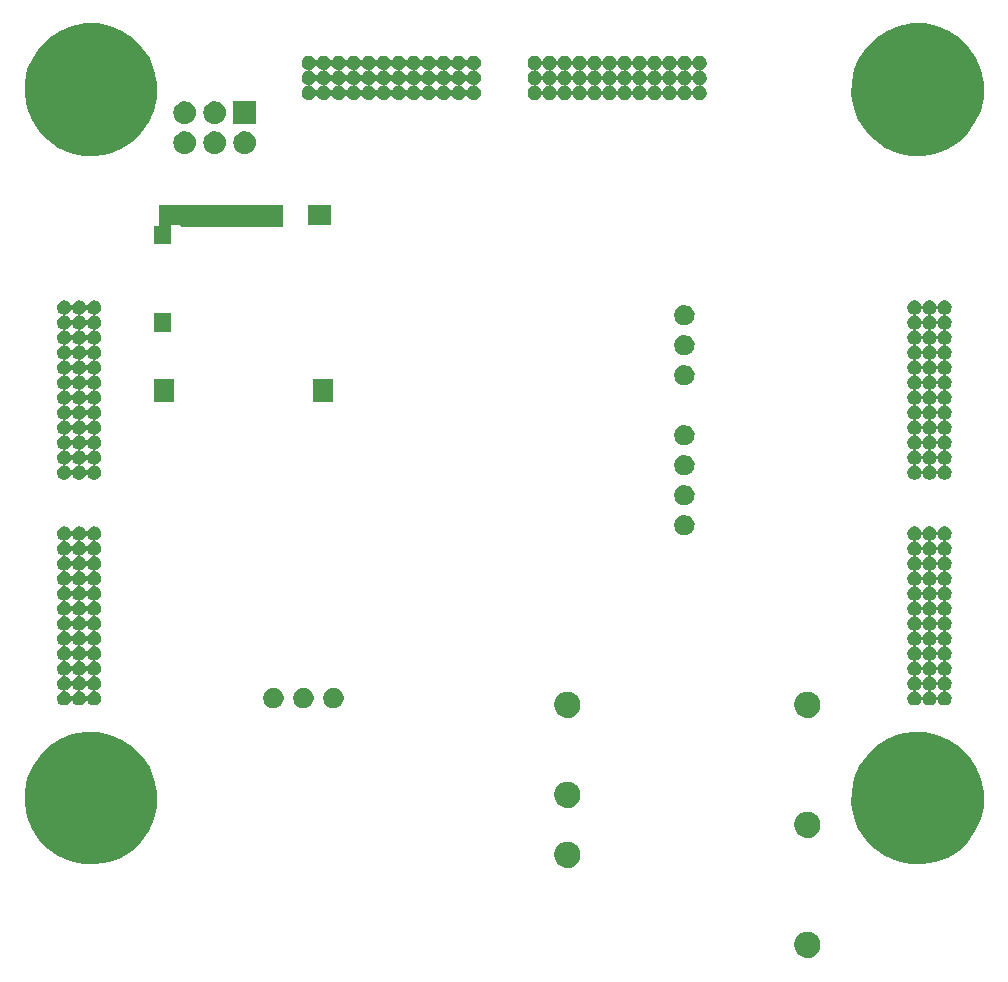
<source format=gbs>
G04 #@! TF.FileFunction,Soldermask,Bot*
%FSLAX46Y46*%
G04 Gerber Fmt 4.6, Leading zero omitted, Abs format (unit mm)*
G04 Created by KiCad (PCBNEW 4.0.7+dfsg1-1~bpo9+1) date Mon Jul 16 17:38:54 2018*
%MOMM*%
%LPD*%
G01*
G04 APERTURE LIST*
%ADD10C,0.100000*%
G04 APERTURE END LIST*
D10*
G36*
X125777218Y-136294741D02*
X125991609Y-136338750D01*
X126193364Y-136423560D01*
X126374808Y-136545944D01*
X126529028Y-136701245D01*
X126650138Y-136883532D01*
X126733540Y-137085877D01*
X126775982Y-137300227D01*
X126775982Y-137300237D01*
X126776048Y-137300571D01*
X126772557Y-137550549D01*
X126772481Y-137550883D01*
X126772481Y-137550895D01*
X126724073Y-137763968D01*
X126635054Y-137963907D01*
X126508897Y-138142746D01*
X126350401Y-138293679D01*
X126165616Y-138410947D01*
X125961567Y-138490094D01*
X125746035Y-138528097D01*
X125527224Y-138523514D01*
X125313464Y-138476516D01*
X125112913Y-138388897D01*
X124933198Y-138263991D01*
X124781163Y-138106554D01*
X124662607Y-137922593D01*
X124582039Y-137719102D01*
X124542530Y-137503833D01*
X124545587Y-137284997D01*
X124591089Y-137070924D01*
X124677308Y-136869760D01*
X124800956Y-136689177D01*
X124957327Y-136536047D01*
X125140459Y-136416209D01*
X125343382Y-136334222D01*
X125558361Y-136293213D01*
X125777218Y-136294741D01*
X125777218Y-136294741D01*
G37*
G36*
X105457218Y-128674741D02*
X105671609Y-128718750D01*
X105873364Y-128803560D01*
X106054808Y-128925944D01*
X106209028Y-129081245D01*
X106330138Y-129263532D01*
X106413540Y-129465877D01*
X106455982Y-129680227D01*
X106455982Y-129680237D01*
X106456048Y-129680571D01*
X106452557Y-129930549D01*
X106452481Y-129930883D01*
X106452481Y-129930895D01*
X106404073Y-130143968D01*
X106315054Y-130343907D01*
X106188897Y-130522746D01*
X106030401Y-130673679D01*
X105845616Y-130790947D01*
X105641567Y-130870094D01*
X105426035Y-130908097D01*
X105207224Y-130903514D01*
X104993464Y-130856516D01*
X104792913Y-130768897D01*
X104613198Y-130643991D01*
X104461163Y-130486554D01*
X104342607Y-130302593D01*
X104262039Y-130099102D01*
X104222530Y-129883833D01*
X104225587Y-129664997D01*
X104271089Y-129450924D01*
X104357308Y-129249760D01*
X104480956Y-129069177D01*
X104637327Y-128916047D01*
X104820459Y-128796209D01*
X105023382Y-128714222D01*
X105238361Y-128673213D01*
X105457218Y-128674741D01*
X105457218Y-128674741D01*
G37*
G36*
X65588191Y-119403728D02*
X66663980Y-119624556D01*
X67676382Y-120050131D01*
X68586846Y-120664246D01*
X69360690Y-121443511D01*
X69968435Y-122358240D01*
X70386929Y-123373586D01*
X70600174Y-124450548D01*
X70600174Y-124450558D01*
X70600240Y-124450892D01*
X70582725Y-125705262D01*
X70582648Y-125705600D01*
X70582648Y-125705608D01*
X70339420Y-126776186D01*
X69892734Y-127779459D01*
X69259687Y-128676861D01*
X68464384Y-129434216D01*
X67537133Y-130022667D01*
X66513238Y-130419811D01*
X65431708Y-130610513D01*
X64333732Y-130587515D01*
X63261127Y-130351687D01*
X62254766Y-129912019D01*
X61352966Y-129285251D01*
X60590078Y-128495258D01*
X59995168Y-127572137D01*
X59590886Y-126551040D01*
X59392636Y-125470860D01*
X59407971Y-124372752D01*
X59636301Y-123298537D01*
X60068937Y-122289125D01*
X60689393Y-121382971D01*
X61474040Y-120614587D01*
X62392988Y-120013245D01*
X63411237Y-119601845D01*
X64489998Y-119396061D01*
X65588191Y-119403728D01*
X65588191Y-119403728D01*
G37*
G36*
X135588191Y-119403728D02*
X136663980Y-119624556D01*
X137676382Y-120050131D01*
X138586846Y-120664246D01*
X139360690Y-121443511D01*
X139968435Y-122358240D01*
X140386929Y-123373586D01*
X140600174Y-124450548D01*
X140600174Y-124450558D01*
X140600240Y-124450892D01*
X140582725Y-125705262D01*
X140582648Y-125705600D01*
X140582648Y-125705608D01*
X140339420Y-126776186D01*
X139892734Y-127779459D01*
X139259687Y-128676861D01*
X138464384Y-129434216D01*
X137537133Y-130022667D01*
X136513238Y-130419811D01*
X135431708Y-130610513D01*
X134333732Y-130587515D01*
X133261127Y-130351687D01*
X132254766Y-129912019D01*
X131352966Y-129285251D01*
X130590078Y-128495258D01*
X129995168Y-127572137D01*
X129590886Y-126551040D01*
X129392636Y-125470860D01*
X129407971Y-124372752D01*
X129636301Y-123298537D01*
X130068937Y-122289125D01*
X130689393Y-121382971D01*
X131474040Y-120614587D01*
X132392988Y-120013245D01*
X133411237Y-119601845D01*
X134489998Y-119396061D01*
X135588191Y-119403728D01*
X135588191Y-119403728D01*
G37*
G36*
X125777218Y-126134741D02*
X125991609Y-126178750D01*
X126193364Y-126263560D01*
X126374808Y-126385944D01*
X126529028Y-126541245D01*
X126650138Y-126723532D01*
X126733540Y-126925877D01*
X126775982Y-127140227D01*
X126775982Y-127140237D01*
X126776048Y-127140571D01*
X126772557Y-127390549D01*
X126772481Y-127390883D01*
X126772481Y-127390895D01*
X126724073Y-127603968D01*
X126635054Y-127803907D01*
X126508897Y-127982746D01*
X126350401Y-128133679D01*
X126165616Y-128250947D01*
X125961567Y-128330094D01*
X125746035Y-128368097D01*
X125527224Y-128363514D01*
X125313464Y-128316516D01*
X125112913Y-128228897D01*
X124933198Y-128103991D01*
X124781163Y-127946554D01*
X124662607Y-127762593D01*
X124582039Y-127559102D01*
X124542530Y-127343833D01*
X124545587Y-127124997D01*
X124591089Y-126910924D01*
X124677308Y-126709760D01*
X124800956Y-126529177D01*
X124957327Y-126376047D01*
X125140459Y-126256209D01*
X125343382Y-126174222D01*
X125558361Y-126133213D01*
X125777218Y-126134741D01*
X125777218Y-126134741D01*
G37*
G36*
X105457218Y-123594741D02*
X105671609Y-123638750D01*
X105873364Y-123723560D01*
X106054808Y-123845944D01*
X106209028Y-124001245D01*
X106330138Y-124183532D01*
X106413540Y-124385877D01*
X106455982Y-124600227D01*
X106455982Y-124600237D01*
X106456048Y-124600571D01*
X106452557Y-124850549D01*
X106452481Y-124850883D01*
X106452481Y-124850895D01*
X106404073Y-125063968D01*
X106315054Y-125263907D01*
X106188897Y-125442746D01*
X106030401Y-125593679D01*
X105845616Y-125710947D01*
X105641567Y-125790094D01*
X105426035Y-125828097D01*
X105207224Y-125823514D01*
X104993464Y-125776516D01*
X104792913Y-125688897D01*
X104613198Y-125563991D01*
X104461163Y-125406554D01*
X104342607Y-125222593D01*
X104262039Y-125019102D01*
X104222530Y-124803833D01*
X104225587Y-124584997D01*
X104271089Y-124370924D01*
X104357308Y-124169760D01*
X104480956Y-123989177D01*
X104637327Y-123836047D01*
X104820459Y-123716209D01*
X105023382Y-123634222D01*
X105238361Y-123593213D01*
X105457218Y-123594741D01*
X105457218Y-123594741D01*
G37*
G36*
X105457218Y-115974741D02*
X105671609Y-116018750D01*
X105873364Y-116103560D01*
X106054808Y-116225944D01*
X106209028Y-116381245D01*
X106330138Y-116563532D01*
X106413540Y-116765877D01*
X106455982Y-116980227D01*
X106455982Y-116980237D01*
X106456048Y-116980571D01*
X106452557Y-117230549D01*
X106452481Y-117230883D01*
X106452481Y-117230895D01*
X106404073Y-117443968D01*
X106315054Y-117643907D01*
X106188897Y-117822746D01*
X106030401Y-117973679D01*
X105845616Y-118090947D01*
X105641567Y-118170094D01*
X105426035Y-118208097D01*
X105207224Y-118203514D01*
X104993464Y-118156516D01*
X104792913Y-118068897D01*
X104613198Y-117943991D01*
X104461163Y-117786554D01*
X104342607Y-117602593D01*
X104262039Y-117399102D01*
X104222530Y-117183833D01*
X104225587Y-116964997D01*
X104271089Y-116750924D01*
X104357308Y-116549760D01*
X104480956Y-116369177D01*
X104637327Y-116216047D01*
X104820459Y-116096209D01*
X105023382Y-116014222D01*
X105238361Y-115973213D01*
X105457218Y-115974741D01*
X105457218Y-115974741D01*
G37*
G36*
X125777218Y-115974741D02*
X125991609Y-116018750D01*
X126193364Y-116103560D01*
X126374808Y-116225944D01*
X126529028Y-116381245D01*
X126650138Y-116563532D01*
X126733540Y-116765877D01*
X126775982Y-116980227D01*
X126775982Y-116980237D01*
X126776048Y-116980571D01*
X126772557Y-117230549D01*
X126772481Y-117230883D01*
X126772481Y-117230895D01*
X126724073Y-117443968D01*
X126635054Y-117643907D01*
X126508897Y-117822746D01*
X126350401Y-117973679D01*
X126165616Y-118090947D01*
X125961567Y-118170094D01*
X125746035Y-118208097D01*
X125527224Y-118203514D01*
X125313464Y-118156516D01*
X125112913Y-118068897D01*
X124933198Y-117943991D01*
X124781163Y-117786554D01*
X124662607Y-117602593D01*
X124582039Y-117399102D01*
X124542530Y-117183833D01*
X124545587Y-116964997D01*
X124591089Y-116750924D01*
X124677308Y-116549760D01*
X124800956Y-116369177D01*
X124957327Y-116216047D01*
X125140459Y-116096209D01*
X125343382Y-116014222D01*
X125558361Y-115973213D01*
X125777218Y-115974741D01*
X125777218Y-115974741D01*
G37*
G36*
X80550539Y-115638572D02*
X80716136Y-115672564D01*
X80871971Y-115738072D01*
X81012119Y-115832602D01*
X81131237Y-115952555D01*
X81224788Y-116093359D01*
X81289203Y-116249645D01*
X81321971Y-116415133D01*
X81321971Y-116415143D01*
X81322037Y-116415477D01*
X81319341Y-116608560D01*
X81319265Y-116608894D01*
X81319265Y-116608905D01*
X81281891Y-116773406D01*
X81213133Y-116927839D01*
X81115690Y-117065974D01*
X80993266Y-117182556D01*
X80850539Y-117273134D01*
X80692931Y-117334267D01*
X80526454Y-117363620D01*
X80357444Y-117360081D01*
X80192336Y-117323779D01*
X80037431Y-117256103D01*
X79898613Y-117159622D01*
X79781184Y-117038020D01*
X79689612Y-116895928D01*
X79627381Y-116738752D01*
X79596864Y-116572476D01*
X79599225Y-116403447D01*
X79634371Y-116238097D01*
X79700967Y-116082718D01*
X79796473Y-115943235D01*
X79917254Y-115824957D01*
X80058705Y-115732394D01*
X80215444Y-115669067D01*
X80381493Y-115637392D01*
X80550539Y-115638572D01*
X80550539Y-115638572D01*
G37*
G36*
X85630539Y-115638572D02*
X85796136Y-115672564D01*
X85951971Y-115738072D01*
X86092119Y-115832602D01*
X86211237Y-115952555D01*
X86304788Y-116093359D01*
X86369203Y-116249645D01*
X86401971Y-116415133D01*
X86401971Y-116415143D01*
X86402037Y-116415477D01*
X86399341Y-116608560D01*
X86399265Y-116608894D01*
X86399265Y-116608905D01*
X86361891Y-116773406D01*
X86293133Y-116927839D01*
X86195690Y-117065974D01*
X86073266Y-117182556D01*
X85930539Y-117273134D01*
X85772931Y-117334267D01*
X85606454Y-117363620D01*
X85437444Y-117360081D01*
X85272336Y-117323779D01*
X85117431Y-117256103D01*
X84978613Y-117159622D01*
X84861184Y-117038020D01*
X84769612Y-116895928D01*
X84707381Y-116738752D01*
X84676864Y-116572476D01*
X84679225Y-116403447D01*
X84714371Y-116238097D01*
X84780967Y-116082718D01*
X84876473Y-115943235D01*
X84997254Y-115824957D01*
X85138705Y-115732394D01*
X85295444Y-115669067D01*
X85461493Y-115637392D01*
X85630539Y-115638572D01*
X85630539Y-115638572D01*
G37*
G36*
X83090539Y-115638572D02*
X83256136Y-115672564D01*
X83411971Y-115738072D01*
X83552119Y-115832602D01*
X83671237Y-115952555D01*
X83764788Y-116093359D01*
X83829203Y-116249645D01*
X83861971Y-116415133D01*
X83861971Y-116415143D01*
X83862037Y-116415477D01*
X83859341Y-116608560D01*
X83859265Y-116608894D01*
X83859265Y-116608905D01*
X83821891Y-116773406D01*
X83753133Y-116927839D01*
X83655690Y-117065974D01*
X83533266Y-117182556D01*
X83390539Y-117273134D01*
X83232931Y-117334267D01*
X83066454Y-117363620D01*
X82897444Y-117360081D01*
X82732336Y-117323779D01*
X82577431Y-117256103D01*
X82438613Y-117159622D01*
X82321184Y-117038020D01*
X82229612Y-116895928D01*
X82167381Y-116738752D01*
X82136864Y-116572476D01*
X82139225Y-116403447D01*
X82174371Y-116238097D01*
X82240967Y-116082718D01*
X82336473Y-115943235D01*
X82457254Y-115824957D01*
X82598705Y-115732394D01*
X82755444Y-115669067D01*
X82921493Y-115637392D01*
X83090539Y-115638572D01*
X83090539Y-115638572D01*
G37*
G36*
X65333020Y-101975398D02*
X65448285Y-101999059D01*
X65556755Y-102044655D01*
X65654308Y-102110455D01*
X65737217Y-102193945D01*
X65802336Y-102291956D01*
X65847171Y-102400737D01*
X65869960Y-102515823D01*
X65869960Y-102515833D01*
X65870026Y-102516167D01*
X65868149Y-102650564D01*
X65868073Y-102650898D01*
X65868073Y-102650910D01*
X65842084Y-102765305D01*
X65794223Y-102872800D01*
X65726398Y-102968949D01*
X65641182Y-103050098D01*
X65541837Y-103113145D01*
X65432133Y-103155696D01*
X65401877Y-103161031D01*
X65388503Y-103165399D01*
X65376875Y-103173320D01*
X65367914Y-103184167D01*
X65362330Y-103197081D01*
X65360565Y-103211039D01*
X65362758Y-103224937D01*
X65368737Y-103237673D01*
X65378027Y-103248240D01*
X65389892Y-103255800D01*
X65400505Y-103259250D01*
X65448285Y-103269058D01*
X65556755Y-103314655D01*
X65654308Y-103380455D01*
X65737217Y-103463945D01*
X65802336Y-103561956D01*
X65847171Y-103670737D01*
X65869960Y-103785823D01*
X65869960Y-103785833D01*
X65870026Y-103786167D01*
X65868149Y-103920564D01*
X65868073Y-103920898D01*
X65868073Y-103920910D01*
X65842084Y-104035305D01*
X65794223Y-104142800D01*
X65726398Y-104238949D01*
X65641182Y-104320098D01*
X65541837Y-104383145D01*
X65432133Y-104425696D01*
X65401877Y-104431031D01*
X65388503Y-104435399D01*
X65376875Y-104443320D01*
X65367914Y-104454167D01*
X65362330Y-104467081D01*
X65360565Y-104481039D01*
X65362758Y-104494937D01*
X65368737Y-104507673D01*
X65378027Y-104518240D01*
X65389892Y-104525800D01*
X65400505Y-104529250D01*
X65448285Y-104539058D01*
X65556755Y-104584655D01*
X65654308Y-104650455D01*
X65737217Y-104733945D01*
X65802336Y-104831956D01*
X65847171Y-104940737D01*
X65869960Y-105055823D01*
X65869960Y-105055833D01*
X65870026Y-105056167D01*
X65868149Y-105190564D01*
X65868073Y-105190898D01*
X65868073Y-105190910D01*
X65842084Y-105305305D01*
X65794223Y-105412800D01*
X65726398Y-105508949D01*
X65641182Y-105590098D01*
X65541837Y-105653145D01*
X65432133Y-105695696D01*
X65401877Y-105701031D01*
X65388503Y-105705399D01*
X65376875Y-105713320D01*
X65367914Y-105724167D01*
X65362330Y-105737081D01*
X65360565Y-105751039D01*
X65362758Y-105764937D01*
X65368737Y-105777673D01*
X65378027Y-105788240D01*
X65389892Y-105795800D01*
X65400505Y-105799250D01*
X65448285Y-105809058D01*
X65556755Y-105854655D01*
X65654308Y-105920455D01*
X65737217Y-106003945D01*
X65802336Y-106101956D01*
X65847171Y-106210737D01*
X65869960Y-106325823D01*
X65869960Y-106325833D01*
X65870026Y-106326167D01*
X65868149Y-106460564D01*
X65868073Y-106460898D01*
X65868073Y-106460910D01*
X65842084Y-106575305D01*
X65794223Y-106682800D01*
X65726398Y-106778949D01*
X65641182Y-106860098D01*
X65541837Y-106923145D01*
X65432133Y-106965696D01*
X65401877Y-106971031D01*
X65388503Y-106975399D01*
X65376875Y-106983320D01*
X65367914Y-106994167D01*
X65362330Y-107007081D01*
X65360565Y-107021039D01*
X65362758Y-107034937D01*
X65368737Y-107047673D01*
X65378027Y-107058240D01*
X65389892Y-107065800D01*
X65400505Y-107069250D01*
X65448285Y-107079058D01*
X65556755Y-107124655D01*
X65654308Y-107190455D01*
X65737217Y-107273945D01*
X65802336Y-107371956D01*
X65847171Y-107480737D01*
X65869960Y-107595823D01*
X65869960Y-107595833D01*
X65870026Y-107596167D01*
X65868149Y-107730564D01*
X65868073Y-107730898D01*
X65868073Y-107730910D01*
X65842084Y-107845305D01*
X65794223Y-107952800D01*
X65726398Y-108048949D01*
X65641182Y-108130098D01*
X65541837Y-108193145D01*
X65432133Y-108235696D01*
X65401877Y-108241031D01*
X65388503Y-108245399D01*
X65376875Y-108253320D01*
X65367914Y-108264167D01*
X65362330Y-108277081D01*
X65360565Y-108291039D01*
X65362758Y-108304937D01*
X65368737Y-108317673D01*
X65378027Y-108328240D01*
X65389892Y-108335800D01*
X65400505Y-108339250D01*
X65448285Y-108349058D01*
X65556755Y-108394655D01*
X65654308Y-108460455D01*
X65737217Y-108543945D01*
X65802336Y-108641956D01*
X65847171Y-108750737D01*
X65869960Y-108865823D01*
X65869960Y-108865833D01*
X65870026Y-108866167D01*
X65868149Y-109000564D01*
X65868073Y-109000898D01*
X65868073Y-109000910D01*
X65842084Y-109115305D01*
X65794223Y-109222800D01*
X65726398Y-109318949D01*
X65641182Y-109400098D01*
X65541837Y-109463145D01*
X65432133Y-109505696D01*
X65401877Y-109511031D01*
X65388503Y-109515399D01*
X65376875Y-109523320D01*
X65367914Y-109534167D01*
X65362330Y-109547081D01*
X65360565Y-109561039D01*
X65362758Y-109574937D01*
X65368737Y-109587673D01*
X65378027Y-109598240D01*
X65389892Y-109605800D01*
X65400505Y-109609250D01*
X65448285Y-109619058D01*
X65556755Y-109664655D01*
X65654308Y-109730455D01*
X65737217Y-109813945D01*
X65802336Y-109911956D01*
X65847171Y-110020737D01*
X65869960Y-110135823D01*
X65869960Y-110135833D01*
X65870026Y-110136167D01*
X65868149Y-110270564D01*
X65868073Y-110270898D01*
X65868073Y-110270910D01*
X65842084Y-110385305D01*
X65794223Y-110492800D01*
X65726398Y-110588949D01*
X65641182Y-110670098D01*
X65541837Y-110733145D01*
X65432133Y-110775696D01*
X65401877Y-110781031D01*
X65388503Y-110785399D01*
X65376875Y-110793320D01*
X65367914Y-110804167D01*
X65362330Y-110817081D01*
X65360565Y-110831039D01*
X65362758Y-110844937D01*
X65368737Y-110857673D01*
X65378027Y-110868240D01*
X65389892Y-110875800D01*
X65400505Y-110879250D01*
X65448285Y-110889058D01*
X65556755Y-110934655D01*
X65654308Y-111000455D01*
X65737217Y-111083945D01*
X65802336Y-111181956D01*
X65847171Y-111290737D01*
X65869960Y-111405823D01*
X65869960Y-111405833D01*
X65870026Y-111406167D01*
X65868149Y-111540564D01*
X65868073Y-111540898D01*
X65868073Y-111540910D01*
X65842084Y-111655305D01*
X65794223Y-111762800D01*
X65726398Y-111858949D01*
X65641182Y-111940098D01*
X65541837Y-112003145D01*
X65432133Y-112045696D01*
X65401877Y-112051031D01*
X65388503Y-112055399D01*
X65376875Y-112063320D01*
X65367914Y-112074167D01*
X65362330Y-112087081D01*
X65360565Y-112101039D01*
X65362758Y-112114937D01*
X65368737Y-112127673D01*
X65378027Y-112138240D01*
X65389892Y-112145800D01*
X65400505Y-112149250D01*
X65448285Y-112159058D01*
X65556755Y-112204655D01*
X65654308Y-112270455D01*
X65737217Y-112353945D01*
X65802336Y-112451956D01*
X65847171Y-112560737D01*
X65869960Y-112675823D01*
X65869960Y-112675833D01*
X65870026Y-112676167D01*
X65868149Y-112810564D01*
X65868073Y-112810898D01*
X65868073Y-112810910D01*
X65842084Y-112925305D01*
X65794223Y-113032800D01*
X65726398Y-113128949D01*
X65641182Y-113210098D01*
X65541837Y-113273145D01*
X65432133Y-113315696D01*
X65401877Y-113321031D01*
X65388503Y-113325399D01*
X65376875Y-113333320D01*
X65367914Y-113344167D01*
X65362330Y-113357081D01*
X65360565Y-113371039D01*
X65362758Y-113384937D01*
X65368737Y-113397673D01*
X65378027Y-113408240D01*
X65389892Y-113415800D01*
X65400505Y-113419250D01*
X65448285Y-113429058D01*
X65556755Y-113474655D01*
X65654308Y-113540455D01*
X65737217Y-113623945D01*
X65802336Y-113721956D01*
X65847171Y-113830737D01*
X65869960Y-113945823D01*
X65869960Y-113945833D01*
X65870026Y-113946167D01*
X65868149Y-114080564D01*
X65868073Y-114080898D01*
X65868073Y-114080910D01*
X65842084Y-114195305D01*
X65794223Y-114302800D01*
X65726398Y-114398949D01*
X65641182Y-114480098D01*
X65541837Y-114543145D01*
X65432133Y-114585696D01*
X65401877Y-114591031D01*
X65388503Y-114595399D01*
X65376875Y-114603320D01*
X65367914Y-114614167D01*
X65362330Y-114627081D01*
X65360565Y-114641039D01*
X65362758Y-114654937D01*
X65368737Y-114667673D01*
X65378027Y-114678240D01*
X65389892Y-114685800D01*
X65400505Y-114689250D01*
X65448285Y-114699058D01*
X65556755Y-114744655D01*
X65654308Y-114810455D01*
X65737217Y-114893945D01*
X65802336Y-114991956D01*
X65847171Y-115100737D01*
X65869960Y-115215823D01*
X65869960Y-115215833D01*
X65870026Y-115216167D01*
X65868149Y-115350564D01*
X65868073Y-115350898D01*
X65868073Y-115350910D01*
X65842084Y-115465305D01*
X65794223Y-115572800D01*
X65726398Y-115668949D01*
X65641182Y-115750098D01*
X65541837Y-115813145D01*
X65432133Y-115855696D01*
X65401877Y-115861031D01*
X65388503Y-115865399D01*
X65376875Y-115873320D01*
X65367914Y-115884167D01*
X65362330Y-115897081D01*
X65360565Y-115911039D01*
X65362758Y-115924937D01*
X65368737Y-115937673D01*
X65378027Y-115948240D01*
X65389892Y-115955800D01*
X65400505Y-115959250D01*
X65448285Y-115969058D01*
X65556755Y-116014655D01*
X65654308Y-116080455D01*
X65737217Y-116163945D01*
X65802336Y-116261956D01*
X65847171Y-116370737D01*
X65869960Y-116485823D01*
X65869960Y-116485833D01*
X65870026Y-116486167D01*
X65868149Y-116620564D01*
X65868073Y-116620898D01*
X65868073Y-116620910D01*
X65842084Y-116735305D01*
X65794223Y-116842800D01*
X65726398Y-116938949D01*
X65641182Y-117020098D01*
X65541837Y-117083145D01*
X65432133Y-117125697D01*
X65316257Y-117146128D01*
X65198616Y-117143664D01*
X65083688Y-117118396D01*
X64975867Y-117071290D01*
X64879246Y-117004136D01*
X64797506Y-116919492D01*
X64733767Y-116820589D01*
X64690451Y-116711185D01*
X64683978Y-116675916D01*
X64679516Y-116662572D01*
X64671513Y-116651000D01*
X64660604Y-116642115D01*
X64647651Y-116636622D01*
X64633681Y-116634955D01*
X64619799Y-116637245D01*
X64607105Y-116643313D01*
X64596603Y-116652676D01*
X64589126Y-116664595D01*
X64586041Y-116673865D01*
X64572082Y-116735310D01*
X64524223Y-116842800D01*
X64456398Y-116938949D01*
X64371182Y-117020098D01*
X64271837Y-117083145D01*
X64162133Y-117125697D01*
X64046257Y-117146128D01*
X63928616Y-117143664D01*
X63813688Y-117118396D01*
X63705867Y-117071290D01*
X63609246Y-117004136D01*
X63527506Y-116919492D01*
X63463767Y-116820589D01*
X63420451Y-116711185D01*
X63413978Y-116675916D01*
X63409516Y-116662572D01*
X63401513Y-116651000D01*
X63390604Y-116642115D01*
X63377651Y-116636622D01*
X63363681Y-116634955D01*
X63349799Y-116637245D01*
X63337105Y-116643313D01*
X63326603Y-116652676D01*
X63319126Y-116664595D01*
X63316041Y-116673865D01*
X63302082Y-116735310D01*
X63254223Y-116842800D01*
X63186398Y-116938949D01*
X63101182Y-117020098D01*
X63001837Y-117083145D01*
X62892133Y-117125697D01*
X62776257Y-117146128D01*
X62658616Y-117143664D01*
X62543688Y-117118396D01*
X62435867Y-117071290D01*
X62339246Y-117004136D01*
X62257506Y-116919492D01*
X62193767Y-116820589D01*
X62150451Y-116711185D01*
X62129209Y-116595447D01*
X62130852Y-116477794D01*
X62155315Y-116362702D01*
X62201671Y-116254548D01*
X62268148Y-116157460D01*
X62352219Y-116075132D01*
X62450675Y-116010704D01*
X62559776Y-115966624D01*
X62599820Y-115958985D01*
X62613132Y-115954430D01*
X62624648Y-115946347D01*
X62633456Y-115935376D01*
X62638859Y-115922385D01*
X62640132Y-115911039D01*
X62820565Y-115911039D01*
X62822758Y-115924937D01*
X62828737Y-115937673D01*
X62838027Y-115948240D01*
X62849892Y-115955800D01*
X62860505Y-115959250D01*
X62908285Y-115969058D01*
X63016755Y-116014655D01*
X63114308Y-116080455D01*
X63197217Y-116163945D01*
X63262336Y-116261956D01*
X63307171Y-116370737D01*
X63316014Y-116415396D01*
X63320662Y-116428675D01*
X63328825Y-116440135D01*
X63339857Y-116448866D01*
X63352885Y-116454179D01*
X63366878Y-116455651D01*
X63380726Y-116453167D01*
X63393335Y-116446923D01*
X63403704Y-116437414D01*
X63411014Y-116425392D01*
X63413969Y-116416080D01*
X63425315Y-116362703D01*
X63471671Y-116254548D01*
X63538148Y-116157460D01*
X63622219Y-116075132D01*
X63720675Y-116010704D01*
X63829776Y-115966624D01*
X63869820Y-115958985D01*
X63883132Y-115954430D01*
X63894648Y-115946347D01*
X63903456Y-115935376D01*
X63908859Y-115922385D01*
X63910132Y-115911039D01*
X64090565Y-115911039D01*
X64092758Y-115924937D01*
X64098737Y-115937673D01*
X64108027Y-115948240D01*
X64119892Y-115955800D01*
X64130505Y-115959250D01*
X64178285Y-115969058D01*
X64286755Y-116014655D01*
X64384308Y-116080455D01*
X64467217Y-116163945D01*
X64532336Y-116261956D01*
X64577171Y-116370737D01*
X64586014Y-116415396D01*
X64590662Y-116428675D01*
X64598825Y-116440135D01*
X64609857Y-116448866D01*
X64622885Y-116454179D01*
X64636878Y-116455651D01*
X64650726Y-116453167D01*
X64663335Y-116446923D01*
X64673704Y-116437414D01*
X64681014Y-116425392D01*
X64683969Y-116416080D01*
X64695315Y-116362703D01*
X64741671Y-116254548D01*
X64808148Y-116157460D01*
X64892219Y-116075132D01*
X64990675Y-116010704D01*
X65099776Y-115966624D01*
X65139820Y-115958985D01*
X65153132Y-115954430D01*
X65164648Y-115946347D01*
X65173456Y-115935376D01*
X65178859Y-115922385D01*
X65180428Y-115908403D01*
X65178041Y-115894538D01*
X65171885Y-115881886D01*
X65162448Y-115871451D01*
X65150478Y-115864057D01*
X65141186Y-115861037D01*
X65083689Y-115848396D01*
X64975867Y-115801290D01*
X64879246Y-115734136D01*
X64797506Y-115649492D01*
X64733767Y-115550589D01*
X64690451Y-115441185D01*
X64683978Y-115405916D01*
X64679516Y-115392572D01*
X64671513Y-115381000D01*
X64660604Y-115372115D01*
X64647651Y-115366622D01*
X64633681Y-115364955D01*
X64619799Y-115367245D01*
X64607105Y-115373313D01*
X64596603Y-115382676D01*
X64589126Y-115394595D01*
X64586041Y-115403865D01*
X64572082Y-115465310D01*
X64524223Y-115572800D01*
X64456398Y-115668949D01*
X64371182Y-115750098D01*
X64271837Y-115813145D01*
X64162133Y-115855696D01*
X64131877Y-115861031D01*
X64118503Y-115865399D01*
X64106875Y-115873320D01*
X64097914Y-115884167D01*
X64092330Y-115897081D01*
X64090565Y-115911039D01*
X63910132Y-115911039D01*
X63910428Y-115908403D01*
X63908041Y-115894538D01*
X63901885Y-115881886D01*
X63892448Y-115871451D01*
X63880478Y-115864057D01*
X63871186Y-115861037D01*
X63813689Y-115848396D01*
X63705867Y-115801290D01*
X63609246Y-115734136D01*
X63527506Y-115649492D01*
X63463767Y-115550589D01*
X63420451Y-115441185D01*
X63413978Y-115405916D01*
X63409516Y-115392572D01*
X63401513Y-115381000D01*
X63390604Y-115372115D01*
X63377651Y-115366622D01*
X63363681Y-115364955D01*
X63349799Y-115367245D01*
X63337105Y-115373313D01*
X63326603Y-115382676D01*
X63319126Y-115394595D01*
X63316041Y-115403865D01*
X63302082Y-115465310D01*
X63254223Y-115572800D01*
X63186398Y-115668949D01*
X63101182Y-115750098D01*
X63001837Y-115813145D01*
X62892133Y-115855696D01*
X62861877Y-115861031D01*
X62848503Y-115865399D01*
X62836875Y-115873320D01*
X62827914Y-115884167D01*
X62822330Y-115897081D01*
X62820565Y-115911039D01*
X62640132Y-115911039D01*
X62640428Y-115908403D01*
X62638041Y-115894538D01*
X62631885Y-115881886D01*
X62622448Y-115871451D01*
X62610478Y-115864057D01*
X62601186Y-115861037D01*
X62543689Y-115848396D01*
X62435867Y-115801290D01*
X62339246Y-115734136D01*
X62257506Y-115649492D01*
X62193767Y-115550589D01*
X62150451Y-115441185D01*
X62129209Y-115325447D01*
X62130852Y-115207794D01*
X62155315Y-115092702D01*
X62201671Y-114984548D01*
X62268148Y-114887460D01*
X62352219Y-114805132D01*
X62450675Y-114740704D01*
X62559776Y-114696624D01*
X62599820Y-114688985D01*
X62613132Y-114684430D01*
X62624648Y-114676347D01*
X62633456Y-114665376D01*
X62638859Y-114652385D01*
X62640132Y-114641039D01*
X62820565Y-114641039D01*
X62822758Y-114654937D01*
X62828737Y-114667673D01*
X62838027Y-114678240D01*
X62849892Y-114685800D01*
X62860505Y-114689250D01*
X62908285Y-114699058D01*
X63016755Y-114744655D01*
X63114308Y-114810455D01*
X63197217Y-114893945D01*
X63262336Y-114991956D01*
X63307171Y-115100737D01*
X63316014Y-115145396D01*
X63320662Y-115158675D01*
X63328825Y-115170135D01*
X63339857Y-115178866D01*
X63352885Y-115184179D01*
X63366878Y-115185651D01*
X63380726Y-115183167D01*
X63393335Y-115176923D01*
X63403704Y-115167414D01*
X63411014Y-115155392D01*
X63413969Y-115146080D01*
X63425315Y-115092703D01*
X63471671Y-114984548D01*
X63538148Y-114887460D01*
X63622219Y-114805132D01*
X63720675Y-114740704D01*
X63829776Y-114696624D01*
X63869820Y-114688985D01*
X63883132Y-114684430D01*
X63894648Y-114676347D01*
X63903456Y-114665376D01*
X63908859Y-114652385D01*
X63910132Y-114641039D01*
X64090565Y-114641039D01*
X64092758Y-114654937D01*
X64098737Y-114667673D01*
X64108027Y-114678240D01*
X64119892Y-114685800D01*
X64130505Y-114689250D01*
X64178285Y-114699058D01*
X64286755Y-114744655D01*
X64384308Y-114810455D01*
X64467217Y-114893945D01*
X64532336Y-114991956D01*
X64577171Y-115100737D01*
X64586014Y-115145396D01*
X64590662Y-115158675D01*
X64598825Y-115170135D01*
X64609857Y-115178866D01*
X64622885Y-115184179D01*
X64636878Y-115185651D01*
X64650726Y-115183167D01*
X64663335Y-115176923D01*
X64673704Y-115167414D01*
X64681014Y-115155392D01*
X64683969Y-115146080D01*
X64695315Y-115092703D01*
X64741671Y-114984548D01*
X64808148Y-114887460D01*
X64892219Y-114805132D01*
X64990675Y-114740704D01*
X65099776Y-114696624D01*
X65139820Y-114688985D01*
X65153132Y-114684430D01*
X65164648Y-114676347D01*
X65173456Y-114665376D01*
X65178859Y-114652385D01*
X65180428Y-114638403D01*
X65178041Y-114624538D01*
X65171885Y-114611886D01*
X65162448Y-114601451D01*
X65150478Y-114594057D01*
X65141186Y-114591037D01*
X65083689Y-114578396D01*
X64975867Y-114531290D01*
X64879246Y-114464136D01*
X64797506Y-114379492D01*
X64733767Y-114280589D01*
X64690451Y-114171185D01*
X64683978Y-114135916D01*
X64679516Y-114122572D01*
X64671513Y-114111000D01*
X64660604Y-114102115D01*
X64647651Y-114096622D01*
X64633681Y-114094955D01*
X64619799Y-114097245D01*
X64607105Y-114103313D01*
X64596603Y-114112676D01*
X64589126Y-114124595D01*
X64586041Y-114133865D01*
X64572082Y-114195310D01*
X64524223Y-114302800D01*
X64456398Y-114398949D01*
X64371182Y-114480098D01*
X64271837Y-114543145D01*
X64162133Y-114585696D01*
X64131877Y-114591031D01*
X64118503Y-114595399D01*
X64106875Y-114603320D01*
X64097914Y-114614167D01*
X64092330Y-114627081D01*
X64090565Y-114641039D01*
X63910132Y-114641039D01*
X63910428Y-114638403D01*
X63908041Y-114624538D01*
X63901885Y-114611886D01*
X63892448Y-114601451D01*
X63880478Y-114594057D01*
X63871186Y-114591037D01*
X63813689Y-114578396D01*
X63705867Y-114531290D01*
X63609246Y-114464136D01*
X63527506Y-114379492D01*
X63463767Y-114280589D01*
X63420451Y-114171185D01*
X63413978Y-114135916D01*
X63409516Y-114122572D01*
X63401513Y-114111000D01*
X63390604Y-114102115D01*
X63377651Y-114096622D01*
X63363681Y-114094955D01*
X63349799Y-114097245D01*
X63337105Y-114103313D01*
X63326603Y-114112676D01*
X63319126Y-114124595D01*
X63316041Y-114133865D01*
X63302082Y-114195310D01*
X63254223Y-114302800D01*
X63186398Y-114398949D01*
X63101182Y-114480098D01*
X63001837Y-114543145D01*
X62892133Y-114585696D01*
X62861877Y-114591031D01*
X62848503Y-114595399D01*
X62836875Y-114603320D01*
X62827914Y-114614167D01*
X62822330Y-114627081D01*
X62820565Y-114641039D01*
X62640132Y-114641039D01*
X62640428Y-114638403D01*
X62638041Y-114624538D01*
X62631885Y-114611886D01*
X62622448Y-114601451D01*
X62610478Y-114594057D01*
X62601186Y-114591037D01*
X62543689Y-114578396D01*
X62435867Y-114531290D01*
X62339246Y-114464136D01*
X62257506Y-114379492D01*
X62193767Y-114280589D01*
X62150451Y-114171185D01*
X62129209Y-114055447D01*
X62130852Y-113937794D01*
X62155315Y-113822702D01*
X62201671Y-113714548D01*
X62268148Y-113617460D01*
X62352219Y-113535132D01*
X62450675Y-113470704D01*
X62559776Y-113426624D01*
X62599820Y-113418985D01*
X62613132Y-113414430D01*
X62624648Y-113406347D01*
X62633456Y-113395376D01*
X62638859Y-113382385D01*
X62640132Y-113371039D01*
X62820565Y-113371039D01*
X62822758Y-113384937D01*
X62828737Y-113397673D01*
X62838027Y-113408240D01*
X62849892Y-113415800D01*
X62860505Y-113419250D01*
X62908285Y-113429058D01*
X63016755Y-113474655D01*
X63114308Y-113540455D01*
X63197217Y-113623945D01*
X63262336Y-113721956D01*
X63307171Y-113830737D01*
X63316014Y-113875396D01*
X63320662Y-113888675D01*
X63328825Y-113900135D01*
X63339857Y-113908866D01*
X63352885Y-113914179D01*
X63366878Y-113915651D01*
X63380726Y-113913167D01*
X63393335Y-113906923D01*
X63403704Y-113897414D01*
X63411014Y-113885392D01*
X63413969Y-113876080D01*
X63425315Y-113822703D01*
X63471671Y-113714548D01*
X63538148Y-113617460D01*
X63622219Y-113535132D01*
X63720675Y-113470704D01*
X63829776Y-113426624D01*
X63869820Y-113418985D01*
X63883132Y-113414430D01*
X63894648Y-113406347D01*
X63903456Y-113395376D01*
X63908859Y-113382385D01*
X63910132Y-113371039D01*
X64090565Y-113371039D01*
X64092758Y-113384937D01*
X64098737Y-113397673D01*
X64108027Y-113408240D01*
X64119892Y-113415800D01*
X64130505Y-113419250D01*
X64178285Y-113429058D01*
X64286755Y-113474655D01*
X64384308Y-113540455D01*
X64467217Y-113623945D01*
X64532336Y-113721956D01*
X64577171Y-113830737D01*
X64586014Y-113875396D01*
X64590662Y-113888675D01*
X64598825Y-113900135D01*
X64609857Y-113908866D01*
X64622885Y-113914179D01*
X64636878Y-113915651D01*
X64650726Y-113913167D01*
X64663335Y-113906923D01*
X64673704Y-113897414D01*
X64681014Y-113885392D01*
X64683969Y-113876080D01*
X64695315Y-113822703D01*
X64741671Y-113714548D01*
X64808148Y-113617460D01*
X64892219Y-113535132D01*
X64990675Y-113470704D01*
X65099776Y-113426624D01*
X65139820Y-113418985D01*
X65153132Y-113414430D01*
X65164648Y-113406347D01*
X65173456Y-113395376D01*
X65178859Y-113382385D01*
X65180428Y-113368403D01*
X65178041Y-113354538D01*
X65171885Y-113341886D01*
X65162448Y-113331451D01*
X65150478Y-113324057D01*
X65141186Y-113321037D01*
X65083689Y-113308396D01*
X64975867Y-113261290D01*
X64879246Y-113194136D01*
X64797506Y-113109492D01*
X64733767Y-113010589D01*
X64690451Y-112901185D01*
X64683978Y-112865916D01*
X64679516Y-112852572D01*
X64671513Y-112841000D01*
X64660604Y-112832115D01*
X64647651Y-112826622D01*
X64633681Y-112824955D01*
X64619799Y-112827245D01*
X64607105Y-112833313D01*
X64596603Y-112842676D01*
X64589126Y-112854595D01*
X64586041Y-112863865D01*
X64572082Y-112925310D01*
X64524223Y-113032800D01*
X64456398Y-113128949D01*
X64371182Y-113210098D01*
X64271837Y-113273145D01*
X64162133Y-113315696D01*
X64131877Y-113321031D01*
X64118503Y-113325399D01*
X64106875Y-113333320D01*
X64097914Y-113344167D01*
X64092330Y-113357081D01*
X64090565Y-113371039D01*
X63910132Y-113371039D01*
X63910428Y-113368403D01*
X63908041Y-113354538D01*
X63901885Y-113341886D01*
X63892448Y-113331451D01*
X63880478Y-113324057D01*
X63871186Y-113321037D01*
X63813689Y-113308396D01*
X63705867Y-113261290D01*
X63609246Y-113194136D01*
X63527506Y-113109492D01*
X63463767Y-113010589D01*
X63420451Y-112901185D01*
X63413978Y-112865916D01*
X63409516Y-112852572D01*
X63401513Y-112841000D01*
X63390604Y-112832115D01*
X63377651Y-112826622D01*
X63363681Y-112824955D01*
X63349799Y-112827245D01*
X63337105Y-112833313D01*
X63326603Y-112842676D01*
X63319126Y-112854595D01*
X63316041Y-112863865D01*
X63302082Y-112925310D01*
X63254223Y-113032800D01*
X63186398Y-113128949D01*
X63101182Y-113210098D01*
X63001837Y-113273145D01*
X62892133Y-113315696D01*
X62861877Y-113321031D01*
X62848503Y-113325399D01*
X62836875Y-113333320D01*
X62827914Y-113344167D01*
X62822330Y-113357081D01*
X62820565Y-113371039D01*
X62640132Y-113371039D01*
X62640428Y-113368403D01*
X62638041Y-113354538D01*
X62631885Y-113341886D01*
X62622448Y-113331451D01*
X62610478Y-113324057D01*
X62601186Y-113321037D01*
X62543689Y-113308396D01*
X62435867Y-113261290D01*
X62339246Y-113194136D01*
X62257506Y-113109492D01*
X62193767Y-113010589D01*
X62150451Y-112901185D01*
X62129209Y-112785447D01*
X62130852Y-112667794D01*
X62155315Y-112552702D01*
X62201671Y-112444548D01*
X62268148Y-112347460D01*
X62352219Y-112265132D01*
X62450675Y-112200704D01*
X62559776Y-112156624D01*
X62599820Y-112148985D01*
X62613132Y-112144430D01*
X62624648Y-112136347D01*
X62633456Y-112125376D01*
X62638859Y-112112385D01*
X62640132Y-112101039D01*
X62820565Y-112101039D01*
X62822758Y-112114937D01*
X62828737Y-112127673D01*
X62838027Y-112138240D01*
X62849892Y-112145800D01*
X62860505Y-112149250D01*
X62908285Y-112159058D01*
X63016755Y-112204655D01*
X63114308Y-112270455D01*
X63197217Y-112353945D01*
X63262336Y-112451956D01*
X63307171Y-112560737D01*
X63316014Y-112605396D01*
X63320662Y-112618675D01*
X63328825Y-112630135D01*
X63339857Y-112638866D01*
X63352885Y-112644179D01*
X63366878Y-112645651D01*
X63380726Y-112643167D01*
X63393335Y-112636923D01*
X63403704Y-112627414D01*
X63411014Y-112615392D01*
X63413969Y-112606080D01*
X63425315Y-112552703D01*
X63471671Y-112444548D01*
X63538148Y-112347460D01*
X63622219Y-112265132D01*
X63720675Y-112200704D01*
X63829776Y-112156624D01*
X63869820Y-112148985D01*
X63883132Y-112144430D01*
X63894648Y-112136347D01*
X63903456Y-112125376D01*
X63908859Y-112112385D01*
X63910132Y-112101039D01*
X64090565Y-112101039D01*
X64092758Y-112114937D01*
X64098737Y-112127673D01*
X64108027Y-112138240D01*
X64119892Y-112145800D01*
X64130505Y-112149250D01*
X64178285Y-112159058D01*
X64286755Y-112204655D01*
X64384308Y-112270455D01*
X64467217Y-112353945D01*
X64532336Y-112451956D01*
X64577171Y-112560737D01*
X64586014Y-112605396D01*
X64590662Y-112618675D01*
X64598825Y-112630135D01*
X64609857Y-112638866D01*
X64622885Y-112644179D01*
X64636878Y-112645651D01*
X64650726Y-112643167D01*
X64663335Y-112636923D01*
X64673704Y-112627414D01*
X64681014Y-112615392D01*
X64683969Y-112606080D01*
X64695315Y-112552703D01*
X64741671Y-112444548D01*
X64808148Y-112347460D01*
X64892219Y-112265132D01*
X64990675Y-112200704D01*
X65099776Y-112156624D01*
X65139820Y-112148985D01*
X65153132Y-112144430D01*
X65164648Y-112136347D01*
X65173456Y-112125376D01*
X65178859Y-112112385D01*
X65180428Y-112098403D01*
X65178041Y-112084538D01*
X65171885Y-112071886D01*
X65162448Y-112061451D01*
X65150478Y-112054057D01*
X65141186Y-112051037D01*
X65083689Y-112038396D01*
X64975867Y-111991290D01*
X64879246Y-111924136D01*
X64797506Y-111839492D01*
X64733767Y-111740589D01*
X64690451Y-111631185D01*
X64683978Y-111595916D01*
X64679516Y-111582572D01*
X64671513Y-111571000D01*
X64660604Y-111562115D01*
X64647651Y-111556622D01*
X64633681Y-111554955D01*
X64619799Y-111557245D01*
X64607105Y-111563313D01*
X64596603Y-111572676D01*
X64589126Y-111584595D01*
X64586041Y-111593865D01*
X64572082Y-111655310D01*
X64524223Y-111762800D01*
X64456398Y-111858949D01*
X64371182Y-111940098D01*
X64271837Y-112003145D01*
X64162133Y-112045696D01*
X64131877Y-112051031D01*
X64118503Y-112055399D01*
X64106875Y-112063320D01*
X64097914Y-112074167D01*
X64092330Y-112087081D01*
X64090565Y-112101039D01*
X63910132Y-112101039D01*
X63910428Y-112098403D01*
X63908041Y-112084538D01*
X63901885Y-112071886D01*
X63892448Y-112061451D01*
X63880478Y-112054057D01*
X63871186Y-112051037D01*
X63813689Y-112038396D01*
X63705867Y-111991290D01*
X63609246Y-111924136D01*
X63527506Y-111839492D01*
X63463767Y-111740589D01*
X63420451Y-111631185D01*
X63413978Y-111595916D01*
X63409516Y-111582572D01*
X63401513Y-111571000D01*
X63390604Y-111562115D01*
X63377651Y-111556622D01*
X63363681Y-111554955D01*
X63349799Y-111557245D01*
X63337105Y-111563313D01*
X63326603Y-111572676D01*
X63319126Y-111584595D01*
X63316041Y-111593865D01*
X63302082Y-111655310D01*
X63254223Y-111762800D01*
X63186398Y-111858949D01*
X63101182Y-111940098D01*
X63001837Y-112003145D01*
X62892133Y-112045696D01*
X62861877Y-112051031D01*
X62848503Y-112055399D01*
X62836875Y-112063320D01*
X62827914Y-112074167D01*
X62822330Y-112087081D01*
X62820565Y-112101039D01*
X62640132Y-112101039D01*
X62640428Y-112098403D01*
X62638041Y-112084538D01*
X62631885Y-112071886D01*
X62622448Y-112061451D01*
X62610478Y-112054057D01*
X62601186Y-112051037D01*
X62543689Y-112038396D01*
X62435867Y-111991290D01*
X62339246Y-111924136D01*
X62257506Y-111839492D01*
X62193767Y-111740589D01*
X62150451Y-111631185D01*
X62129209Y-111515447D01*
X62130852Y-111397794D01*
X62155315Y-111282702D01*
X62201671Y-111174548D01*
X62268148Y-111077460D01*
X62352219Y-110995132D01*
X62450675Y-110930704D01*
X62559776Y-110886624D01*
X62599820Y-110878985D01*
X62613132Y-110874430D01*
X62624648Y-110866347D01*
X62633456Y-110855376D01*
X62638859Y-110842385D01*
X62640132Y-110831039D01*
X62820565Y-110831039D01*
X62822758Y-110844937D01*
X62828737Y-110857673D01*
X62838027Y-110868240D01*
X62849892Y-110875800D01*
X62860505Y-110879250D01*
X62908285Y-110889058D01*
X63016755Y-110934655D01*
X63114308Y-111000455D01*
X63197217Y-111083945D01*
X63262336Y-111181956D01*
X63307171Y-111290737D01*
X63316014Y-111335396D01*
X63320662Y-111348675D01*
X63328825Y-111360135D01*
X63339857Y-111368866D01*
X63352885Y-111374179D01*
X63366878Y-111375651D01*
X63380726Y-111373167D01*
X63393335Y-111366923D01*
X63403704Y-111357414D01*
X63411014Y-111345392D01*
X63413969Y-111336080D01*
X63425315Y-111282703D01*
X63471671Y-111174548D01*
X63538148Y-111077460D01*
X63622219Y-110995132D01*
X63720675Y-110930704D01*
X63829776Y-110886624D01*
X63869820Y-110878985D01*
X63883132Y-110874430D01*
X63894648Y-110866347D01*
X63903456Y-110855376D01*
X63908859Y-110842385D01*
X63910132Y-110831039D01*
X64090565Y-110831039D01*
X64092758Y-110844937D01*
X64098737Y-110857673D01*
X64108027Y-110868240D01*
X64119892Y-110875800D01*
X64130505Y-110879250D01*
X64178285Y-110889058D01*
X64286755Y-110934655D01*
X64384308Y-111000455D01*
X64467217Y-111083945D01*
X64532336Y-111181956D01*
X64577171Y-111290737D01*
X64586014Y-111335396D01*
X64590662Y-111348675D01*
X64598825Y-111360135D01*
X64609857Y-111368866D01*
X64622885Y-111374179D01*
X64636878Y-111375651D01*
X64650726Y-111373167D01*
X64663335Y-111366923D01*
X64673704Y-111357414D01*
X64681014Y-111345392D01*
X64683969Y-111336080D01*
X64695315Y-111282703D01*
X64741671Y-111174548D01*
X64808148Y-111077460D01*
X64892219Y-110995132D01*
X64990675Y-110930704D01*
X65099776Y-110886624D01*
X65139820Y-110878985D01*
X65153132Y-110874430D01*
X65164648Y-110866347D01*
X65173456Y-110855376D01*
X65178859Y-110842385D01*
X65180428Y-110828403D01*
X65178041Y-110814538D01*
X65171885Y-110801886D01*
X65162448Y-110791451D01*
X65150478Y-110784057D01*
X65141186Y-110781037D01*
X65083689Y-110768396D01*
X64975867Y-110721290D01*
X64879246Y-110654136D01*
X64797506Y-110569492D01*
X64733767Y-110470589D01*
X64690451Y-110361185D01*
X64683978Y-110325916D01*
X64679516Y-110312572D01*
X64671513Y-110301000D01*
X64660604Y-110292115D01*
X64647651Y-110286622D01*
X64633681Y-110284955D01*
X64619799Y-110287245D01*
X64607105Y-110293313D01*
X64596603Y-110302676D01*
X64589126Y-110314595D01*
X64586041Y-110323865D01*
X64572082Y-110385310D01*
X64524223Y-110492800D01*
X64456398Y-110588949D01*
X64371182Y-110670098D01*
X64271837Y-110733145D01*
X64162133Y-110775696D01*
X64131877Y-110781031D01*
X64118503Y-110785399D01*
X64106875Y-110793320D01*
X64097914Y-110804167D01*
X64092330Y-110817081D01*
X64090565Y-110831039D01*
X63910132Y-110831039D01*
X63910428Y-110828403D01*
X63908041Y-110814538D01*
X63901885Y-110801886D01*
X63892448Y-110791451D01*
X63880478Y-110784057D01*
X63871186Y-110781037D01*
X63813689Y-110768396D01*
X63705867Y-110721290D01*
X63609246Y-110654136D01*
X63527506Y-110569492D01*
X63463767Y-110470589D01*
X63420451Y-110361185D01*
X63413978Y-110325916D01*
X63409516Y-110312572D01*
X63401513Y-110301000D01*
X63390604Y-110292115D01*
X63377651Y-110286622D01*
X63363681Y-110284955D01*
X63349799Y-110287245D01*
X63337105Y-110293313D01*
X63326603Y-110302676D01*
X63319126Y-110314595D01*
X63316041Y-110323865D01*
X63302082Y-110385310D01*
X63254223Y-110492800D01*
X63186398Y-110588949D01*
X63101182Y-110670098D01*
X63001837Y-110733145D01*
X62892133Y-110775696D01*
X62861877Y-110781031D01*
X62848503Y-110785399D01*
X62836875Y-110793320D01*
X62827914Y-110804167D01*
X62822330Y-110817081D01*
X62820565Y-110831039D01*
X62640132Y-110831039D01*
X62640428Y-110828403D01*
X62638041Y-110814538D01*
X62631885Y-110801886D01*
X62622448Y-110791451D01*
X62610478Y-110784057D01*
X62601186Y-110781037D01*
X62543689Y-110768396D01*
X62435867Y-110721290D01*
X62339246Y-110654136D01*
X62257506Y-110569492D01*
X62193767Y-110470589D01*
X62150451Y-110361185D01*
X62129209Y-110245447D01*
X62130852Y-110127794D01*
X62155315Y-110012702D01*
X62201671Y-109904548D01*
X62268148Y-109807460D01*
X62352219Y-109725132D01*
X62450675Y-109660704D01*
X62559776Y-109616624D01*
X62599820Y-109608985D01*
X62613132Y-109604430D01*
X62624648Y-109596347D01*
X62633456Y-109585376D01*
X62638859Y-109572385D01*
X62640132Y-109561039D01*
X62820565Y-109561039D01*
X62822758Y-109574937D01*
X62828737Y-109587673D01*
X62838027Y-109598240D01*
X62849892Y-109605800D01*
X62860505Y-109609250D01*
X62908285Y-109619058D01*
X63016755Y-109664655D01*
X63114308Y-109730455D01*
X63197217Y-109813945D01*
X63262336Y-109911956D01*
X63307171Y-110020737D01*
X63316014Y-110065396D01*
X63320662Y-110078675D01*
X63328825Y-110090135D01*
X63339857Y-110098866D01*
X63352885Y-110104179D01*
X63366878Y-110105651D01*
X63380726Y-110103167D01*
X63393335Y-110096923D01*
X63403704Y-110087414D01*
X63411014Y-110075392D01*
X63413969Y-110066080D01*
X63425315Y-110012703D01*
X63471671Y-109904548D01*
X63538148Y-109807460D01*
X63622219Y-109725132D01*
X63720675Y-109660704D01*
X63829776Y-109616624D01*
X63869820Y-109608985D01*
X63883132Y-109604430D01*
X63894648Y-109596347D01*
X63903456Y-109585376D01*
X63908859Y-109572385D01*
X63910132Y-109561039D01*
X64090565Y-109561039D01*
X64092758Y-109574937D01*
X64098737Y-109587673D01*
X64108027Y-109598240D01*
X64119892Y-109605800D01*
X64130505Y-109609250D01*
X64178285Y-109619058D01*
X64286755Y-109664655D01*
X64384308Y-109730455D01*
X64467217Y-109813945D01*
X64532336Y-109911956D01*
X64577171Y-110020737D01*
X64586014Y-110065396D01*
X64590662Y-110078675D01*
X64598825Y-110090135D01*
X64609857Y-110098866D01*
X64622885Y-110104179D01*
X64636878Y-110105651D01*
X64650726Y-110103167D01*
X64663335Y-110096923D01*
X64673704Y-110087414D01*
X64681014Y-110075392D01*
X64683969Y-110066080D01*
X64695315Y-110012703D01*
X64741671Y-109904548D01*
X64808148Y-109807460D01*
X64892219Y-109725132D01*
X64990675Y-109660704D01*
X65099776Y-109616624D01*
X65139820Y-109608985D01*
X65153132Y-109604430D01*
X65164648Y-109596347D01*
X65173456Y-109585376D01*
X65178859Y-109572385D01*
X65180428Y-109558403D01*
X65178041Y-109544538D01*
X65171885Y-109531886D01*
X65162448Y-109521451D01*
X65150478Y-109514057D01*
X65141186Y-109511037D01*
X65083689Y-109498396D01*
X64975867Y-109451290D01*
X64879246Y-109384136D01*
X64797506Y-109299492D01*
X64733767Y-109200589D01*
X64690451Y-109091185D01*
X64683978Y-109055916D01*
X64679516Y-109042572D01*
X64671513Y-109031000D01*
X64660604Y-109022115D01*
X64647651Y-109016622D01*
X64633681Y-109014955D01*
X64619799Y-109017245D01*
X64607105Y-109023313D01*
X64596603Y-109032676D01*
X64589126Y-109044595D01*
X64586041Y-109053865D01*
X64572082Y-109115310D01*
X64524223Y-109222800D01*
X64456398Y-109318949D01*
X64371182Y-109400098D01*
X64271837Y-109463145D01*
X64162133Y-109505696D01*
X64131877Y-109511031D01*
X64118503Y-109515399D01*
X64106875Y-109523320D01*
X64097914Y-109534167D01*
X64092330Y-109547081D01*
X64090565Y-109561039D01*
X63910132Y-109561039D01*
X63910428Y-109558403D01*
X63908041Y-109544538D01*
X63901885Y-109531886D01*
X63892448Y-109521451D01*
X63880478Y-109514057D01*
X63871186Y-109511037D01*
X63813689Y-109498396D01*
X63705867Y-109451290D01*
X63609246Y-109384136D01*
X63527506Y-109299492D01*
X63463767Y-109200589D01*
X63420451Y-109091185D01*
X63413978Y-109055916D01*
X63409516Y-109042572D01*
X63401513Y-109031000D01*
X63390604Y-109022115D01*
X63377651Y-109016622D01*
X63363681Y-109014955D01*
X63349799Y-109017245D01*
X63337105Y-109023313D01*
X63326603Y-109032676D01*
X63319126Y-109044595D01*
X63316041Y-109053865D01*
X63302082Y-109115310D01*
X63254223Y-109222800D01*
X63186398Y-109318949D01*
X63101182Y-109400098D01*
X63001837Y-109463145D01*
X62892133Y-109505696D01*
X62861877Y-109511031D01*
X62848503Y-109515399D01*
X62836875Y-109523320D01*
X62827914Y-109534167D01*
X62822330Y-109547081D01*
X62820565Y-109561039D01*
X62640132Y-109561039D01*
X62640428Y-109558403D01*
X62638041Y-109544538D01*
X62631885Y-109531886D01*
X62622448Y-109521451D01*
X62610478Y-109514057D01*
X62601186Y-109511037D01*
X62543689Y-109498396D01*
X62435867Y-109451290D01*
X62339246Y-109384136D01*
X62257506Y-109299492D01*
X62193767Y-109200589D01*
X62150451Y-109091185D01*
X62129209Y-108975447D01*
X62130852Y-108857794D01*
X62155315Y-108742702D01*
X62201671Y-108634548D01*
X62268148Y-108537460D01*
X62352219Y-108455132D01*
X62450675Y-108390704D01*
X62559776Y-108346624D01*
X62599820Y-108338985D01*
X62613132Y-108334430D01*
X62624648Y-108326347D01*
X62633456Y-108315376D01*
X62638859Y-108302385D01*
X62640132Y-108291039D01*
X62820565Y-108291039D01*
X62822758Y-108304937D01*
X62828737Y-108317673D01*
X62838027Y-108328240D01*
X62849892Y-108335800D01*
X62860505Y-108339250D01*
X62908285Y-108349058D01*
X63016755Y-108394655D01*
X63114308Y-108460455D01*
X63197217Y-108543945D01*
X63262336Y-108641956D01*
X63307171Y-108750737D01*
X63316014Y-108795396D01*
X63320662Y-108808675D01*
X63328825Y-108820135D01*
X63339857Y-108828866D01*
X63352885Y-108834179D01*
X63366878Y-108835651D01*
X63380726Y-108833167D01*
X63393335Y-108826923D01*
X63403704Y-108817414D01*
X63411014Y-108805392D01*
X63413969Y-108796080D01*
X63425315Y-108742703D01*
X63471671Y-108634548D01*
X63538148Y-108537460D01*
X63622219Y-108455132D01*
X63720675Y-108390704D01*
X63829776Y-108346624D01*
X63869820Y-108338985D01*
X63883132Y-108334430D01*
X63894648Y-108326347D01*
X63903456Y-108315376D01*
X63908859Y-108302385D01*
X63910132Y-108291039D01*
X64090565Y-108291039D01*
X64092758Y-108304937D01*
X64098737Y-108317673D01*
X64108027Y-108328240D01*
X64119892Y-108335800D01*
X64130505Y-108339250D01*
X64178285Y-108349058D01*
X64286755Y-108394655D01*
X64384308Y-108460455D01*
X64467217Y-108543945D01*
X64532336Y-108641956D01*
X64577171Y-108750737D01*
X64586014Y-108795396D01*
X64590662Y-108808675D01*
X64598825Y-108820135D01*
X64609857Y-108828866D01*
X64622885Y-108834179D01*
X64636878Y-108835651D01*
X64650726Y-108833167D01*
X64663335Y-108826923D01*
X64673704Y-108817414D01*
X64681014Y-108805392D01*
X64683969Y-108796080D01*
X64695315Y-108742703D01*
X64741671Y-108634548D01*
X64808148Y-108537460D01*
X64892219Y-108455132D01*
X64990675Y-108390704D01*
X65099776Y-108346624D01*
X65139820Y-108338985D01*
X65153132Y-108334430D01*
X65164648Y-108326347D01*
X65173456Y-108315376D01*
X65178859Y-108302385D01*
X65180428Y-108288403D01*
X65178041Y-108274538D01*
X65171885Y-108261886D01*
X65162448Y-108251451D01*
X65150478Y-108244057D01*
X65141186Y-108241037D01*
X65083689Y-108228396D01*
X64975867Y-108181290D01*
X64879246Y-108114136D01*
X64797506Y-108029492D01*
X64733767Y-107930589D01*
X64690451Y-107821185D01*
X64683978Y-107785916D01*
X64679516Y-107772572D01*
X64671513Y-107761000D01*
X64660604Y-107752115D01*
X64647651Y-107746622D01*
X64633681Y-107744955D01*
X64619799Y-107747245D01*
X64607105Y-107753313D01*
X64596603Y-107762676D01*
X64589126Y-107774595D01*
X64586041Y-107783865D01*
X64572082Y-107845310D01*
X64524223Y-107952800D01*
X64456398Y-108048949D01*
X64371182Y-108130098D01*
X64271837Y-108193145D01*
X64162133Y-108235696D01*
X64131877Y-108241031D01*
X64118503Y-108245399D01*
X64106875Y-108253320D01*
X64097914Y-108264167D01*
X64092330Y-108277081D01*
X64090565Y-108291039D01*
X63910132Y-108291039D01*
X63910428Y-108288403D01*
X63908041Y-108274538D01*
X63901885Y-108261886D01*
X63892448Y-108251451D01*
X63880478Y-108244057D01*
X63871186Y-108241037D01*
X63813689Y-108228396D01*
X63705867Y-108181290D01*
X63609246Y-108114136D01*
X63527506Y-108029492D01*
X63463767Y-107930589D01*
X63420451Y-107821185D01*
X63413978Y-107785916D01*
X63409516Y-107772572D01*
X63401513Y-107761000D01*
X63390604Y-107752115D01*
X63377651Y-107746622D01*
X63363681Y-107744955D01*
X63349799Y-107747245D01*
X63337105Y-107753313D01*
X63326603Y-107762676D01*
X63319126Y-107774595D01*
X63316041Y-107783865D01*
X63302082Y-107845310D01*
X63254223Y-107952800D01*
X63186398Y-108048949D01*
X63101182Y-108130098D01*
X63001837Y-108193145D01*
X62892133Y-108235696D01*
X62861877Y-108241031D01*
X62848503Y-108245399D01*
X62836875Y-108253320D01*
X62827914Y-108264167D01*
X62822330Y-108277081D01*
X62820565Y-108291039D01*
X62640132Y-108291039D01*
X62640428Y-108288403D01*
X62638041Y-108274538D01*
X62631885Y-108261886D01*
X62622448Y-108251451D01*
X62610478Y-108244057D01*
X62601186Y-108241037D01*
X62543689Y-108228396D01*
X62435867Y-108181290D01*
X62339246Y-108114136D01*
X62257506Y-108029492D01*
X62193767Y-107930589D01*
X62150451Y-107821185D01*
X62129209Y-107705447D01*
X62130852Y-107587794D01*
X62155315Y-107472702D01*
X62201671Y-107364548D01*
X62268148Y-107267460D01*
X62352219Y-107185132D01*
X62450675Y-107120704D01*
X62559776Y-107076624D01*
X62599820Y-107068985D01*
X62613132Y-107064430D01*
X62624648Y-107056347D01*
X62633456Y-107045376D01*
X62638859Y-107032385D01*
X62640132Y-107021039D01*
X62820565Y-107021039D01*
X62822758Y-107034937D01*
X62828737Y-107047673D01*
X62838027Y-107058240D01*
X62849892Y-107065800D01*
X62860505Y-107069250D01*
X62908285Y-107079058D01*
X63016755Y-107124655D01*
X63114308Y-107190455D01*
X63197217Y-107273945D01*
X63262336Y-107371956D01*
X63307171Y-107480737D01*
X63316014Y-107525396D01*
X63320662Y-107538675D01*
X63328825Y-107550135D01*
X63339857Y-107558866D01*
X63352885Y-107564179D01*
X63366878Y-107565651D01*
X63380726Y-107563167D01*
X63393335Y-107556923D01*
X63403704Y-107547414D01*
X63411014Y-107535392D01*
X63413969Y-107526080D01*
X63425315Y-107472703D01*
X63471671Y-107364548D01*
X63538148Y-107267460D01*
X63622219Y-107185132D01*
X63720675Y-107120704D01*
X63829776Y-107076624D01*
X63869820Y-107068985D01*
X63883132Y-107064430D01*
X63894648Y-107056347D01*
X63903456Y-107045376D01*
X63908859Y-107032385D01*
X63910132Y-107021039D01*
X64090565Y-107021039D01*
X64092758Y-107034937D01*
X64098737Y-107047673D01*
X64108027Y-107058240D01*
X64119892Y-107065800D01*
X64130505Y-107069250D01*
X64178285Y-107079058D01*
X64286755Y-107124655D01*
X64384308Y-107190455D01*
X64467217Y-107273945D01*
X64532336Y-107371956D01*
X64577171Y-107480737D01*
X64586014Y-107525396D01*
X64590662Y-107538675D01*
X64598825Y-107550135D01*
X64609857Y-107558866D01*
X64622885Y-107564179D01*
X64636878Y-107565651D01*
X64650726Y-107563167D01*
X64663335Y-107556923D01*
X64673704Y-107547414D01*
X64681014Y-107535392D01*
X64683969Y-107526080D01*
X64695315Y-107472703D01*
X64741671Y-107364548D01*
X64808148Y-107267460D01*
X64892219Y-107185132D01*
X64990675Y-107120704D01*
X65099776Y-107076624D01*
X65139820Y-107068985D01*
X65153132Y-107064430D01*
X65164648Y-107056347D01*
X65173456Y-107045376D01*
X65178859Y-107032385D01*
X65180428Y-107018403D01*
X65178041Y-107004538D01*
X65171885Y-106991886D01*
X65162448Y-106981451D01*
X65150478Y-106974057D01*
X65141186Y-106971037D01*
X65083689Y-106958396D01*
X64975867Y-106911290D01*
X64879246Y-106844136D01*
X64797506Y-106759492D01*
X64733767Y-106660589D01*
X64690451Y-106551185D01*
X64683978Y-106515916D01*
X64679516Y-106502572D01*
X64671513Y-106491000D01*
X64660604Y-106482115D01*
X64647651Y-106476622D01*
X64633681Y-106474955D01*
X64619799Y-106477245D01*
X64607105Y-106483313D01*
X64596603Y-106492676D01*
X64589126Y-106504595D01*
X64586041Y-106513865D01*
X64572082Y-106575310D01*
X64524223Y-106682800D01*
X64456398Y-106778949D01*
X64371182Y-106860098D01*
X64271837Y-106923145D01*
X64162133Y-106965696D01*
X64131877Y-106971031D01*
X64118503Y-106975399D01*
X64106875Y-106983320D01*
X64097914Y-106994167D01*
X64092330Y-107007081D01*
X64090565Y-107021039D01*
X63910132Y-107021039D01*
X63910428Y-107018403D01*
X63908041Y-107004538D01*
X63901885Y-106991886D01*
X63892448Y-106981451D01*
X63880478Y-106974057D01*
X63871186Y-106971037D01*
X63813689Y-106958396D01*
X63705867Y-106911290D01*
X63609246Y-106844136D01*
X63527506Y-106759492D01*
X63463767Y-106660589D01*
X63420451Y-106551185D01*
X63413978Y-106515916D01*
X63409516Y-106502572D01*
X63401513Y-106491000D01*
X63390604Y-106482115D01*
X63377651Y-106476622D01*
X63363681Y-106474955D01*
X63349799Y-106477245D01*
X63337105Y-106483313D01*
X63326603Y-106492676D01*
X63319126Y-106504595D01*
X63316041Y-106513865D01*
X63302082Y-106575310D01*
X63254223Y-106682800D01*
X63186398Y-106778949D01*
X63101182Y-106860098D01*
X63001837Y-106923145D01*
X62892133Y-106965696D01*
X62861877Y-106971031D01*
X62848503Y-106975399D01*
X62836875Y-106983320D01*
X62827914Y-106994167D01*
X62822330Y-107007081D01*
X62820565Y-107021039D01*
X62640132Y-107021039D01*
X62640428Y-107018403D01*
X62638041Y-107004538D01*
X62631885Y-106991886D01*
X62622448Y-106981451D01*
X62610478Y-106974057D01*
X62601186Y-106971037D01*
X62543689Y-106958396D01*
X62435867Y-106911290D01*
X62339246Y-106844136D01*
X62257506Y-106759492D01*
X62193767Y-106660589D01*
X62150451Y-106551185D01*
X62129209Y-106435447D01*
X62130852Y-106317794D01*
X62155315Y-106202702D01*
X62201671Y-106094548D01*
X62268148Y-105997460D01*
X62352219Y-105915132D01*
X62450675Y-105850704D01*
X62559776Y-105806624D01*
X62599820Y-105798985D01*
X62613132Y-105794430D01*
X62624648Y-105786347D01*
X62633456Y-105775376D01*
X62638859Y-105762385D01*
X62640132Y-105751039D01*
X62820565Y-105751039D01*
X62822758Y-105764937D01*
X62828737Y-105777673D01*
X62838027Y-105788240D01*
X62849892Y-105795800D01*
X62860505Y-105799250D01*
X62908285Y-105809058D01*
X63016755Y-105854655D01*
X63114308Y-105920455D01*
X63197217Y-106003945D01*
X63262336Y-106101956D01*
X63307171Y-106210737D01*
X63316014Y-106255396D01*
X63320662Y-106268675D01*
X63328825Y-106280135D01*
X63339857Y-106288866D01*
X63352885Y-106294179D01*
X63366878Y-106295651D01*
X63380726Y-106293167D01*
X63393335Y-106286923D01*
X63403704Y-106277414D01*
X63411014Y-106265392D01*
X63413969Y-106256080D01*
X63425315Y-106202703D01*
X63471671Y-106094548D01*
X63538148Y-105997460D01*
X63622219Y-105915132D01*
X63720675Y-105850704D01*
X63829776Y-105806624D01*
X63869820Y-105798985D01*
X63883132Y-105794430D01*
X63894648Y-105786347D01*
X63903456Y-105775376D01*
X63908859Y-105762385D01*
X63910132Y-105751039D01*
X64090565Y-105751039D01*
X64092758Y-105764937D01*
X64098737Y-105777673D01*
X64108027Y-105788240D01*
X64119892Y-105795800D01*
X64130505Y-105799250D01*
X64178285Y-105809058D01*
X64286755Y-105854655D01*
X64384308Y-105920455D01*
X64467217Y-106003945D01*
X64532336Y-106101956D01*
X64577171Y-106210737D01*
X64586014Y-106255396D01*
X64590662Y-106268675D01*
X64598825Y-106280135D01*
X64609857Y-106288866D01*
X64622885Y-106294179D01*
X64636878Y-106295651D01*
X64650726Y-106293167D01*
X64663335Y-106286923D01*
X64673704Y-106277414D01*
X64681014Y-106265392D01*
X64683969Y-106256080D01*
X64695315Y-106202703D01*
X64741671Y-106094548D01*
X64808148Y-105997460D01*
X64892219Y-105915132D01*
X64990675Y-105850704D01*
X65099776Y-105806624D01*
X65139820Y-105798985D01*
X65153132Y-105794430D01*
X65164648Y-105786347D01*
X65173456Y-105775376D01*
X65178859Y-105762385D01*
X65180428Y-105748403D01*
X65178041Y-105734538D01*
X65171885Y-105721886D01*
X65162448Y-105711451D01*
X65150478Y-105704057D01*
X65141186Y-105701037D01*
X65083689Y-105688396D01*
X64975867Y-105641290D01*
X64879246Y-105574136D01*
X64797506Y-105489492D01*
X64733767Y-105390589D01*
X64690451Y-105281185D01*
X64683978Y-105245916D01*
X64679516Y-105232572D01*
X64671513Y-105221000D01*
X64660604Y-105212115D01*
X64647651Y-105206622D01*
X64633681Y-105204955D01*
X64619799Y-105207245D01*
X64607105Y-105213313D01*
X64596603Y-105222676D01*
X64589126Y-105234595D01*
X64586041Y-105243865D01*
X64572082Y-105305310D01*
X64524223Y-105412800D01*
X64456398Y-105508949D01*
X64371182Y-105590098D01*
X64271837Y-105653145D01*
X64162133Y-105695696D01*
X64131877Y-105701031D01*
X64118503Y-105705399D01*
X64106875Y-105713320D01*
X64097914Y-105724167D01*
X64092330Y-105737081D01*
X64090565Y-105751039D01*
X63910132Y-105751039D01*
X63910428Y-105748403D01*
X63908041Y-105734538D01*
X63901885Y-105721886D01*
X63892448Y-105711451D01*
X63880478Y-105704057D01*
X63871186Y-105701037D01*
X63813689Y-105688396D01*
X63705867Y-105641290D01*
X63609246Y-105574136D01*
X63527506Y-105489492D01*
X63463767Y-105390589D01*
X63420451Y-105281185D01*
X63413978Y-105245916D01*
X63409516Y-105232572D01*
X63401513Y-105221000D01*
X63390604Y-105212115D01*
X63377651Y-105206622D01*
X63363681Y-105204955D01*
X63349799Y-105207245D01*
X63337105Y-105213313D01*
X63326603Y-105222676D01*
X63319126Y-105234595D01*
X63316041Y-105243865D01*
X63302082Y-105305310D01*
X63254223Y-105412800D01*
X63186398Y-105508949D01*
X63101182Y-105590098D01*
X63001837Y-105653145D01*
X62892133Y-105695696D01*
X62861877Y-105701031D01*
X62848503Y-105705399D01*
X62836875Y-105713320D01*
X62827914Y-105724167D01*
X62822330Y-105737081D01*
X62820565Y-105751039D01*
X62640132Y-105751039D01*
X62640428Y-105748403D01*
X62638041Y-105734538D01*
X62631885Y-105721886D01*
X62622448Y-105711451D01*
X62610478Y-105704057D01*
X62601186Y-105701037D01*
X62543689Y-105688396D01*
X62435867Y-105641290D01*
X62339246Y-105574136D01*
X62257506Y-105489492D01*
X62193767Y-105390589D01*
X62150451Y-105281185D01*
X62129209Y-105165447D01*
X62130852Y-105047794D01*
X62155315Y-104932702D01*
X62201671Y-104824548D01*
X62268148Y-104727460D01*
X62352219Y-104645132D01*
X62450675Y-104580704D01*
X62559776Y-104536624D01*
X62599820Y-104528985D01*
X62613132Y-104524430D01*
X62624648Y-104516347D01*
X62633456Y-104505376D01*
X62638859Y-104492385D01*
X62640132Y-104481039D01*
X62820565Y-104481039D01*
X62822758Y-104494937D01*
X62828737Y-104507673D01*
X62838027Y-104518240D01*
X62849892Y-104525800D01*
X62860505Y-104529250D01*
X62908285Y-104539058D01*
X63016755Y-104584655D01*
X63114308Y-104650455D01*
X63197217Y-104733945D01*
X63262336Y-104831956D01*
X63307171Y-104940737D01*
X63316014Y-104985396D01*
X63320662Y-104998675D01*
X63328825Y-105010135D01*
X63339857Y-105018866D01*
X63352885Y-105024179D01*
X63366878Y-105025651D01*
X63380726Y-105023167D01*
X63393335Y-105016923D01*
X63403704Y-105007414D01*
X63411014Y-104995392D01*
X63413969Y-104986080D01*
X63425315Y-104932703D01*
X63471671Y-104824548D01*
X63538148Y-104727460D01*
X63622219Y-104645132D01*
X63720675Y-104580704D01*
X63829776Y-104536624D01*
X63869820Y-104528985D01*
X63883132Y-104524430D01*
X63894648Y-104516347D01*
X63903456Y-104505376D01*
X63908859Y-104492385D01*
X63910132Y-104481039D01*
X64090565Y-104481039D01*
X64092758Y-104494937D01*
X64098737Y-104507673D01*
X64108027Y-104518240D01*
X64119892Y-104525800D01*
X64130505Y-104529250D01*
X64178285Y-104539058D01*
X64286755Y-104584655D01*
X64384308Y-104650455D01*
X64467217Y-104733945D01*
X64532336Y-104831956D01*
X64577171Y-104940737D01*
X64586014Y-104985396D01*
X64590662Y-104998675D01*
X64598825Y-105010135D01*
X64609857Y-105018866D01*
X64622885Y-105024179D01*
X64636878Y-105025651D01*
X64650726Y-105023167D01*
X64663335Y-105016923D01*
X64673704Y-105007414D01*
X64681014Y-104995392D01*
X64683969Y-104986080D01*
X64695315Y-104932703D01*
X64741671Y-104824548D01*
X64808148Y-104727460D01*
X64892219Y-104645132D01*
X64990675Y-104580704D01*
X65099776Y-104536624D01*
X65139820Y-104528985D01*
X65153132Y-104524430D01*
X65164648Y-104516347D01*
X65173456Y-104505376D01*
X65178859Y-104492385D01*
X65180428Y-104478403D01*
X65178041Y-104464538D01*
X65171885Y-104451886D01*
X65162448Y-104441451D01*
X65150478Y-104434057D01*
X65141186Y-104431037D01*
X65083689Y-104418396D01*
X64975867Y-104371290D01*
X64879246Y-104304136D01*
X64797506Y-104219492D01*
X64733767Y-104120589D01*
X64690451Y-104011185D01*
X64683978Y-103975916D01*
X64679516Y-103962572D01*
X64671513Y-103951000D01*
X64660604Y-103942115D01*
X64647651Y-103936622D01*
X64633681Y-103934955D01*
X64619799Y-103937245D01*
X64607105Y-103943313D01*
X64596603Y-103952676D01*
X64589126Y-103964595D01*
X64586041Y-103973865D01*
X64572082Y-104035310D01*
X64524223Y-104142800D01*
X64456398Y-104238949D01*
X64371182Y-104320098D01*
X64271837Y-104383145D01*
X64162133Y-104425696D01*
X64131877Y-104431031D01*
X64118503Y-104435399D01*
X64106875Y-104443320D01*
X64097914Y-104454167D01*
X64092330Y-104467081D01*
X64090565Y-104481039D01*
X63910132Y-104481039D01*
X63910428Y-104478403D01*
X63908041Y-104464538D01*
X63901885Y-104451886D01*
X63892448Y-104441451D01*
X63880478Y-104434057D01*
X63871186Y-104431037D01*
X63813689Y-104418396D01*
X63705867Y-104371290D01*
X63609246Y-104304136D01*
X63527506Y-104219492D01*
X63463767Y-104120589D01*
X63420451Y-104011185D01*
X63413978Y-103975916D01*
X63409516Y-103962572D01*
X63401513Y-103951000D01*
X63390604Y-103942115D01*
X63377651Y-103936622D01*
X63363681Y-103934955D01*
X63349799Y-103937245D01*
X63337105Y-103943313D01*
X63326603Y-103952676D01*
X63319126Y-103964595D01*
X63316041Y-103973865D01*
X63302082Y-104035310D01*
X63254223Y-104142800D01*
X63186398Y-104238949D01*
X63101182Y-104320098D01*
X63001837Y-104383145D01*
X62892133Y-104425696D01*
X62861877Y-104431031D01*
X62848503Y-104435399D01*
X62836875Y-104443320D01*
X62827914Y-104454167D01*
X62822330Y-104467081D01*
X62820565Y-104481039D01*
X62640132Y-104481039D01*
X62640428Y-104478403D01*
X62638041Y-104464538D01*
X62631885Y-104451886D01*
X62622448Y-104441451D01*
X62610478Y-104434057D01*
X62601186Y-104431037D01*
X62543689Y-104418396D01*
X62435867Y-104371290D01*
X62339246Y-104304136D01*
X62257506Y-104219492D01*
X62193767Y-104120589D01*
X62150451Y-104011185D01*
X62129209Y-103895447D01*
X62130852Y-103777794D01*
X62155315Y-103662702D01*
X62201671Y-103554548D01*
X62268148Y-103457460D01*
X62352219Y-103375132D01*
X62450675Y-103310704D01*
X62559776Y-103266624D01*
X62599820Y-103258985D01*
X62613132Y-103254430D01*
X62624648Y-103246347D01*
X62633456Y-103235376D01*
X62638859Y-103222385D01*
X62640132Y-103211039D01*
X62820565Y-103211039D01*
X62822758Y-103224937D01*
X62828737Y-103237673D01*
X62838027Y-103248240D01*
X62849892Y-103255800D01*
X62860505Y-103259250D01*
X62908285Y-103269058D01*
X63016755Y-103314655D01*
X63114308Y-103380455D01*
X63197217Y-103463945D01*
X63262336Y-103561956D01*
X63307171Y-103670737D01*
X63316014Y-103715396D01*
X63320662Y-103728675D01*
X63328825Y-103740135D01*
X63339857Y-103748866D01*
X63352885Y-103754179D01*
X63366878Y-103755651D01*
X63380726Y-103753167D01*
X63393335Y-103746923D01*
X63403704Y-103737414D01*
X63411014Y-103725392D01*
X63413969Y-103716080D01*
X63425315Y-103662703D01*
X63471671Y-103554548D01*
X63538148Y-103457460D01*
X63622219Y-103375132D01*
X63720675Y-103310704D01*
X63829776Y-103266624D01*
X63869820Y-103258985D01*
X63883132Y-103254430D01*
X63894648Y-103246347D01*
X63903456Y-103235376D01*
X63908859Y-103222385D01*
X63910132Y-103211039D01*
X64090565Y-103211039D01*
X64092758Y-103224937D01*
X64098737Y-103237673D01*
X64108027Y-103248240D01*
X64119892Y-103255800D01*
X64130505Y-103259250D01*
X64178285Y-103269058D01*
X64286755Y-103314655D01*
X64384308Y-103380455D01*
X64467217Y-103463945D01*
X64532336Y-103561956D01*
X64577171Y-103670737D01*
X64586014Y-103715396D01*
X64590662Y-103728675D01*
X64598825Y-103740135D01*
X64609857Y-103748866D01*
X64622885Y-103754179D01*
X64636878Y-103755651D01*
X64650726Y-103753167D01*
X64663335Y-103746923D01*
X64673704Y-103737414D01*
X64681014Y-103725392D01*
X64683969Y-103716080D01*
X64695315Y-103662703D01*
X64741671Y-103554548D01*
X64808148Y-103457460D01*
X64892219Y-103375132D01*
X64990675Y-103310704D01*
X65099776Y-103266624D01*
X65139820Y-103258985D01*
X65153132Y-103254430D01*
X65164648Y-103246347D01*
X65173456Y-103235376D01*
X65178859Y-103222385D01*
X65180428Y-103208403D01*
X65178041Y-103194538D01*
X65171885Y-103181886D01*
X65162448Y-103171451D01*
X65150478Y-103164057D01*
X65141186Y-103161037D01*
X65083689Y-103148396D01*
X64975867Y-103101290D01*
X64879246Y-103034136D01*
X64797506Y-102949492D01*
X64733767Y-102850589D01*
X64690451Y-102741185D01*
X64683978Y-102705916D01*
X64679516Y-102692572D01*
X64671513Y-102681000D01*
X64660604Y-102672115D01*
X64647651Y-102666622D01*
X64633681Y-102664955D01*
X64619799Y-102667245D01*
X64607105Y-102673313D01*
X64596603Y-102682676D01*
X64589126Y-102694595D01*
X64586041Y-102703865D01*
X64572082Y-102765310D01*
X64524223Y-102872800D01*
X64456398Y-102968949D01*
X64371182Y-103050098D01*
X64271837Y-103113145D01*
X64162133Y-103155696D01*
X64131877Y-103161031D01*
X64118503Y-103165399D01*
X64106875Y-103173320D01*
X64097914Y-103184167D01*
X64092330Y-103197081D01*
X64090565Y-103211039D01*
X63910132Y-103211039D01*
X63910428Y-103208403D01*
X63908041Y-103194538D01*
X63901885Y-103181886D01*
X63892448Y-103171451D01*
X63880478Y-103164057D01*
X63871186Y-103161037D01*
X63813689Y-103148396D01*
X63705867Y-103101290D01*
X63609246Y-103034136D01*
X63527506Y-102949492D01*
X63463767Y-102850589D01*
X63420451Y-102741185D01*
X63413978Y-102705916D01*
X63409516Y-102692572D01*
X63401513Y-102681000D01*
X63390604Y-102672115D01*
X63377651Y-102666622D01*
X63363681Y-102664955D01*
X63349799Y-102667245D01*
X63337105Y-102673313D01*
X63326603Y-102682676D01*
X63319126Y-102694595D01*
X63316041Y-102703865D01*
X63302082Y-102765310D01*
X63254223Y-102872800D01*
X63186398Y-102968949D01*
X63101182Y-103050098D01*
X63001837Y-103113145D01*
X62892133Y-103155696D01*
X62861877Y-103161031D01*
X62848503Y-103165399D01*
X62836875Y-103173320D01*
X62827914Y-103184167D01*
X62822330Y-103197081D01*
X62820565Y-103211039D01*
X62640132Y-103211039D01*
X62640428Y-103208403D01*
X62638041Y-103194538D01*
X62631885Y-103181886D01*
X62622448Y-103171451D01*
X62610478Y-103164057D01*
X62601186Y-103161037D01*
X62543689Y-103148396D01*
X62435867Y-103101290D01*
X62339246Y-103034136D01*
X62257506Y-102949492D01*
X62193767Y-102850589D01*
X62150451Y-102741185D01*
X62129209Y-102625447D01*
X62130852Y-102507794D01*
X62155315Y-102392702D01*
X62201671Y-102284548D01*
X62268148Y-102187460D01*
X62352219Y-102105132D01*
X62450675Y-102040704D01*
X62559777Y-101996624D01*
X62675354Y-101974576D01*
X62793020Y-101975398D01*
X62908285Y-101999059D01*
X63016755Y-102044655D01*
X63114308Y-102110455D01*
X63197217Y-102193945D01*
X63262336Y-102291956D01*
X63307171Y-102400737D01*
X63316014Y-102445396D01*
X63320662Y-102458675D01*
X63328825Y-102470135D01*
X63339857Y-102478866D01*
X63352885Y-102484179D01*
X63366878Y-102485651D01*
X63380726Y-102483167D01*
X63393335Y-102476923D01*
X63403704Y-102467414D01*
X63411014Y-102455392D01*
X63413969Y-102446080D01*
X63425315Y-102392703D01*
X63471671Y-102284548D01*
X63538148Y-102187460D01*
X63622219Y-102105132D01*
X63720675Y-102040704D01*
X63829777Y-101996624D01*
X63945354Y-101974576D01*
X64063020Y-101975398D01*
X64178285Y-101999059D01*
X64286755Y-102044655D01*
X64384308Y-102110455D01*
X64467217Y-102193945D01*
X64532336Y-102291956D01*
X64577171Y-102400737D01*
X64586014Y-102445396D01*
X64590662Y-102458675D01*
X64598825Y-102470135D01*
X64609857Y-102478866D01*
X64622885Y-102484179D01*
X64636878Y-102485651D01*
X64650726Y-102483167D01*
X64663335Y-102476923D01*
X64673704Y-102467414D01*
X64681014Y-102455392D01*
X64683969Y-102446080D01*
X64695315Y-102392703D01*
X64741671Y-102284548D01*
X64808148Y-102187460D01*
X64892219Y-102105132D01*
X64990675Y-102040704D01*
X65099777Y-101996624D01*
X65215354Y-101974576D01*
X65333020Y-101975398D01*
X65333020Y-101975398D01*
G37*
G36*
X137333020Y-101975398D02*
X137448285Y-101999059D01*
X137556755Y-102044655D01*
X137654308Y-102110455D01*
X137737217Y-102193945D01*
X137802336Y-102291956D01*
X137847171Y-102400737D01*
X137869960Y-102515823D01*
X137869960Y-102515833D01*
X137870026Y-102516167D01*
X137868149Y-102650564D01*
X137868073Y-102650898D01*
X137868073Y-102650910D01*
X137842084Y-102765305D01*
X137794223Y-102872800D01*
X137726398Y-102968949D01*
X137641182Y-103050098D01*
X137541837Y-103113145D01*
X137432133Y-103155696D01*
X137401877Y-103161031D01*
X137388503Y-103165399D01*
X137376875Y-103173320D01*
X137367914Y-103184167D01*
X137362330Y-103197081D01*
X137360565Y-103211039D01*
X137362758Y-103224937D01*
X137368737Y-103237673D01*
X137378027Y-103248240D01*
X137389892Y-103255800D01*
X137400505Y-103259250D01*
X137448285Y-103269058D01*
X137556755Y-103314655D01*
X137654308Y-103380455D01*
X137737217Y-103463945D01*
X137802336Y-103561956D01*
X137847171Y-103670737D01*
X137869960Y-103785823D01*
X137869960Y-103785833D01*
X137870026Y-103786167D01*
X137868149Y-103920564D01*
X137868073Y-103920898D01*
X137868073Y-103920910D01*
X137842084Y-104035305D01*
X137794223Y-104142800D01*
X137726398Y-104238949D01*
X137641182Y-104320098D01*
X137541837Y-104383145D01*
X137432133Y-104425696D01*
X137401877Y-104431031D01*
X137388503Y-104435399D01*
X137376875Y-104443320D01*
X137367914Y-104454167D01*
X137362330Y-104467081D01*
X137360565Y-104481039D01*
X137362758Y-104494937D01*
X137368737Y-104507673D01*
X137378027Y-104518240D01*
X137389892Y-104525800D01*
X137400505Y-104529250D01*
X137448285Y-104539058D01*
X137556755Y-104584655D01*
X137654308Y-104650455D01*
X137737217Y-104733945D01*
X137802336Y-104831956D01*
X137847171Y-104940737D01*
X137869960Y-105055823D01*
X137869960Y-105055833D01*
X137870026Y-105056167D01*
X137868149Y-105190564D01*
X137868073Y-105190898D01*
X137868073Y-105190910D01*
X137842084Y-105305305D01*
X137794223Y-105412800D01*
X137726398Y-105508949D01*
X137641182Y-105590098D01*
X137541837Y-105653145D01*
X137432133Y-105695696D01*
X137401877Y-105701031D01*
X137388503Y-105705399D01*
X137376875Y-105713320D01*
X137367914Y-105724167D01*
X137362330Y-105737081D01*
X137360565Y-105751039D01*
X137362758Y-105764937D01*
X137368737Y-105777673D01*
X137378027Y-105788240D01*
X137389892Y-105795800D01*
X137400505Y-105799250D01*
X137448285Y-105809058D01*
X137556755Y-105854655D01*
X137654308Y-105920455D01*
X137737217Y-106003945D01*
X137802336Y-106101956D01*
X137847171Y-106210737D01*
X137869960Y-106325823D01*
X137869960Y-106325833D01*
X137870026Y-106326167D01*
X137868149Y-106460564D01*
X137868073Y-106460898D01*
X137868073Y-106460910D01*
X137842084Y-106575305D01*
X137794223Y-106682800D01*
X137726398Y-106778949D01*
X137641182Y-106860098D01*
X137541837Y-106923145D01*
X137432133Y-106965696D01*
X137401877Y-106971031D01*
X137388503Y-106975399D01*
X137376875Y-106983320D01*
X137367914Y-106994167D01*
X137362330Y-107007081D01*
X137360565Y-107021039D01*
X137362758Y-107034937D01*
X137368737Y-107047673D01*
X137378027Y-107058240D01*
X137389892Y-107065800D01*
X137400505Y-107069250D01*
X137448285Y-107079058D01*
X137556755Y-107124655D01*
X137654308Y-107190455D01*
X137737217Y-107273945D01*
X137802336Y-107371956D01*
X137847171Y-107480737D01*
X137869960Y-107595823D01*
X137869960Y-107595833D01*
X137870026Y-107596167D01*
X137868149Y-107730564D01*
X137868073Y-107730898D01*
X137868073Y-107730910D01*
X137842084Y-107845305D01*
X137794223Y-107952800D01*
X137726398Y-108048949D01*
X137641182Y-108130098D01*
X137541837Y-108193145D01*
X137432133Y-108235696D01*
X137401877Y-108241031D01*
X137388503Y-108245399D01*
X137376875Y-108253320D01*
X137367914Y-108264167D01*
X137362330Y-108277081D01*
X137360565Y-108291039D01*
X137362758Y-108304937D01*
X137368737Y-108317673D01*
X137378027Y-108328240D01*
X137389892Y-108335800D01*
X137400505Y-108339250D01*
X137448285Y-108349058D01*
X137556755Y-108394655D01*
X137654308Y-108460455D01*
X137737217Y-108543945D01*
X137802336Y-108641956D01*
X137847171Y-108750737D01*
X137869960Y-108865823D01*
X137869960Y-108865833D01*
X137870026Y-108866167D01*
X137868149Y-109000564D01*
X137868073Y-109000898D01*
X137868073Y-109000910D01*
X137842084Y-109115305D01*
X137794223Y-109222800D01*
X137726398Y-109318949D01*
X137641182Y-109400098D01*
X137541837Y-109463145D01*
X137432133Y-109505696D01*
X137401877Y-109511031D01*
X137388503Y-109515399D01*
X137376875Y-109523320D01*
X137367914Y-109534167D01*
X137362330Y-109547081D01*
X137360565Y-109561039D01*
X137362758Y-109574937D01*
X137368737Y-109587673D01*
X137378027Y-109598240D01*
X137389892Y-109605800D01*
X137400505Y-109609250D01*
X137448285Y-109619058D01*
X137556755Y-109664655D01*
X137654308Y-109730455D01*
X137737217Y-109813945D01*
X137802336Y-109911956D01*
X137847171Y-110020737D01*
X137869960Y-110135823D01*
X137869960Y-110135833D01*
X137870026Y-110136167D01*
X137868149Y-110270564D01*
X137868073Y-110270898D01*
X137868073Y-110270910D01*
X137842084Y-110385305D01*
X137794223Y-110492800D01*
X137726398Y-110588949D01*
X137641182Y-110670098D01*
X137541837Y-110733145D01*
X137432133Y-110775696D01*
X137401877Y-110781031D01*
X137388503Y-110785399D01*
X137376875Y-110793320D01*
X137367914Y-110804167D01*
X137362330Y-110817081D01*
X137360565Y-110831039D01*
X137362758Y-110844937D01*
X137368737Y-110857673D01*
X137378027Y-110868240D01*
X137389892Y-110875800D01*
X137400505Y-110879250D01*
X137448285Y-110889058D01*
X137556755Y-110934655D01*
X137654308Y-111000455D01*
X137737217Y-111083945D01*
X137802336Y-111181956D01*
X137847171Y-111290737D01*
X137869960Y-111405823D01*
X137869960Y-111405833D01*
X137870026Y-111406167D01*
X137868149Y-111540564D01*
X137868073Y-111540898D01*
X137868073Y-111540910D01*
X137842084Y-111655305D01*
X137794223Y-111762800D01*
X137726398Y-111858949D01*
X137641182Y-111940098D01*
X137541837Y-112003145D01*
X137432133Y-112045696D01*
X137401877Y-112051031D01*
X137388503Y-112055399D01*
X137376875Y-112063320D01*
X137367914Y-112074167D01*
X137362330Y-112087081D01*
X137360565Y-112101039D01*
X137362758Y-112114937D01*
X137368737Y-112127673D01*
X137378027Y-112138240D01*
X137389892Y-112145800D01*
X137400505Y-112149250D01*
X137448285Y-112159058D01*
X137556755Y-112204655D01*
X137654308Y-112270455D01*
X137737217Y-112353945D01*
X137802336Y-112451956D01*
X137847171Y-112560737D01*
X137869960Y-112675823D01*
X137869960Y-112675833D01*
X137870026Y-112676167D01*
X137868149Y-112810564D01*
X137868073Y-112810898D01*
X137868073Y-112810910D01*
X137842084Y-112925305D01*
X137794223Y-113032800D01*
X137726398Y-113128949D01*
X137641182Y-113210098D01*
X137541837Y-113273145D01*
X137432133Y-113315696D01*
X137401877Y-113321031D01*
X137388503Y-113325399D01*
X137376875Y-113333320D01*
X137367914Y-113344167D01*
X137362330Y-113357081D01*
X137360565Y-113371039D01*
X137362758Y-113384937D01*
X137368737Y-113397673D01*
X137378027Y-113408240D01*
X137389892Y-113415800D01*
X137400505Y-113419250D01*
X137448285Y-113429058D01*
X137556755Y-113474655D01*
X137654308Y-113540455D01*
X137737217Y-113623945D01*
X137802336Y-113721956D01*
X137847171Y-113830737D01*
X137869960Y-113945823D01*
X137869960Y-113945833D01*
X137870026Y-113946167D01*
X137868149Y-114080564D01*
X137868073Y-114080898D01*
X137868073Y-114080910D01*
X137842084Y-114195305D01*
X137794223Y-114302800D01*
X137726398Y-114398949D01*
X137641182Y-114480098D01*
X137541837Y-114543145D01*
X137432133Y-114585696D01*
X137401877Y-114591031D01*
X137388503Y-114595399D01*
X137376875Y-114603320D01*
X137367914Y-114614167D01*
X137362330Y-114627081D01*
X137360565Y-114641039D01*
X137362758Y-114654937D01*
X137368737Y-114667673D01*
X137378027Y-114678240D01*
X137389892Y-114685800D01*
X137400505Y-114689250D01*
X137448285Y-114699058D01*
X137556755Y-114744655D01*
X137654308Y-114810455D01*
X137737217Y-114893945D01*
X137802336Y-114991956D01*
X137847171Y-115100737D01*
X137869960Y-115215823D01*
X137869960Y-115215833D01*
X137870026Y-115216167D01*
X137868149Y-115350564D01*
X137868073Y-115350898D01*
X137868073Y-115350910D01*
X137842084Y-115465305D01*
X137794223Y-115572800D01*
X137726398Y-115668949D01*
X137641182Y-115750098D01*
X137541837Y-115813145D01*
X137432133Y-115855696D01*
X137401877Y-115861031D01*
X137388503Y-115865399D01*
X137376875Y-115873320D01*
X137367914Y-115884167D01*
X137362330Y-115897081D01*
X137360565Y-115911039D01*
X137362758Y-115924937D01*
X137368737Y-115937673D01*
X137378027Y-115948240D01*
X137389892Y-115955800D01*
X137400505Y-115959250D01*
X137448285Y-115969058D01*
X137556755Y-116014655D01*
X137654308Y-116080455D01*
X137737217Y-116163945D01*
X137802336Y-116261956D01*
X137847171Y-116370737D01*
X137869960Y-116485823D01*
X137869960Y-116485833D01*
X137870026Y-116486167D01*
X137868149Y-116620564D01*
X137868073Y-116620898D01*
X137868073Y-116620910D01*
X137842084Y-116735305D01*
X137794223Y-116842800D01*
X137726398Y-116938949D01*
X137641182Y-117020098D01*
X137541837Y-117083145D01*
X137432133Y-117125697D01*
X137316257Y-117146128D01*
X137198616Y-117143664D01*
X137083688Y-117118396D01*
X136975867Y-117071290D01*
X136879246Y-117004136D01*
X136797506Y-116919492D01*
X136733767Y-116820589D01*
X136690451Y-116711185D01*
X136683978Y-116675916D01*
X136679516Y-116662572D01*
X136671513Y-116651000D01*
X136660604Y-116642115D01*
X136647651Y-116636622D01*
X136633681Y-116634955D01*
X136619799Y-116637245D01*
X136607105Y-116643313D01*
X136596603Y-116652676D01*
X136589126Y-116664595D01*
X136586041Y-116673865D01*
X136572082Y-116735310D01*
X136524223Y-116842800D01*
X136456398Y-116938949D01*
X136371182Y-117020098D01*
X136271837Y-117083145D01*
X136162133Y-117125697D01*
X136046257Y-117146128D01*
X135928616Y-117143664D01*
X135813688Y-117118396D01*
X135705867Y-117071290D01*
X135609246Y-117004136D01*
X135527506Y-116919492D01*
X135463767Y-116820589D01*
X135420451Y-116711185D01*
X135413978Y-116675916D01*
X135409516Y-116662572D01*
X135401513Y-116651000D01*
X135390604Y-116642115D01*
X135377651Y-116636622D01*
X135363681Y-116634955D01*
X135349799Y-116637245D01*
X135337105Y-116643313D01*
X135326603Y-116652676D01*
X135319126Y-116664595D01*
X135316041Y-116673865D01*
X135302082Y-116735310D01*
X135254223Y-116842800D01*
X135186398Y-116938949D01*
X135101182Y-117020098D01*
X135001837Y-117083145D01*
X134892133Y-117125697D01*
X134776257Y-117146128D01*
X134658616Y-117143664D01*
X134543688Y-117118396D01*
X134435867Y-117071290D01*
X134339246Y-117004136D01*
X134257506Y-116919492D01*
X134193767Y-116820589D01*
X134150451Y-116711185D01*
X134129209Y-116595447D01*
X134130852Y-116477794D01*
X134155315Y-116362702D01*
X134201671Y-116254548D01*
X134268148Y-116157460D01*
X134352219Y-116075132D01*
X134450675Y-116010704D01*
X134559776Y-115966624D01*
X134599820Y-115958985D01*
X134613132Y-115954430D01*
X134624648Y-115946347D01*
X134633456Y-115935376D01*
X134638859Y-115922385D01*
X134640132Y-115911039D01*
X134820565Y-115911039D01*
X134822758Y-115924937D01*
X134828737Y-115937673D01*
X134838027Y-115948240D01*
X134849892Y-115955800D01*
X134860505Y-115959250D01*
X134908285Y-115969058D01*
X135016755Y-116014655D01*
X135114308Y-116080455D01*
X135197217Y-116163945D01*
X135262336Y-116261956D01*
X135307171Y-116370737D01*
X135316014Y-116415396D01*
X135320662Y-116428675D01*
X135328825Y-116440135D01*
X135339857Y-116448866D01*
X135352885Y-116454179D01*
X135366878Y-116455651D01*
X135380726Y-116453167D01*
X135393335Y-116446923D01*
X135403704Y-116437414D01*
X135411014Y-116425392D01*
X135413969Y-116416080D01*
X135425315Y-116362703D01*
X135471671Y-116254548D01*
X135538148Y-116157460D01*
X135622219Y-116075132D01*
X135720675Y-116010704D01*
X135829776Y-115966624D01*
X135869820Y-115958985D01*
X135883132Y-115954430D01*
X135894648Y-115946347D01*
X135903456Y-115935376D01*
X135908859Y-115922385D01*
X135910132Y-115911039D01*
X136090565Y-115911039D01*
X136092758Y-115924937D01*
X136098737Y-115937673D01*
X136108027Y-115948240D01*
X136119892Y-115955800D01*
X136130505Y-115959250D01*
X136178285Y-115969058D01*
X136286755Y-116014655D01*
X136384308Y-116080455D01*
X136467217Y-116163945D01*
X136532336Y-116261956D01*
X136577171Y-116370737D01*
X136586014Y-116415396D01*
X136590662Y-116428675D01*
X136598825Y-116440135D01*
X136609857Y-116448866D01*
X136622885Y-116454179D01*
X136636878Y-116455651D01*
X136650726Y-116453167D01*
X136663335Y-116446923D01*
X136673704Y-116437414D01*
X136681014Y-116425392D01*
X136683969Y-116416080D01*
X136695315Y-116362703D01*
X136741671Y-116254548D01*
X136808148Y-116157460D01*
X136892219Y-116075132D01*
X136990675Y-116010704D01*
X137099776Y-115966624D01*
X137139820Y-115958985D01*
X137153132Y-115954430D01*
X137164648Y-115946347D01*
X137173456Y-115935376D01*
X137178859Y-115922385D01*
X137180428Y-115908403D01*
X137178041Y-115894538D01*
X137171885Y-115881886D01*
X137162448Y-115871451D01*
X137150478Y-115864057D01*
X137141186Y-115861037D01*
X137083689Y-115848396D01*
X136975867Y-115801290D01*
X136879246Y-115734136D01*
X136797506Y-115649492D01*
X136733767Y-115550589D01*
X136690451Y-115441185D01*
X136683978Y-115405916D01*
X136679516Y-115392572D01*
X136671513Y-115381000D01*
X136660604Y-115372115D01*
X136647651Y-115366622D01*
X136633681Y-115364955D01*
X136619799Y-115367245D01*
X136607105Y-115373313D01*
X136596603Y-115382676D01*
X136589126Y-115394595D01*
X136586041Y-115403865D01*
X136572082Y-115465310D01*
X136524223Y-115572800D01*
X136456398Y-115668949D01*
X136371182Y-115750098D01*
X136271837Y-115813145D01*
X136162133Y-115855696D01*
X136131877Y-115861031D01*
X136118503Y-115865399D01*
X136106875Y-115873320D01*
X136097914Y-115884167D01*
X136092330Y-115897081D01*
X136090565Y-115911039D01*
X135910132Y-115911039D01*
X135910428Y-115908403D01*
X135908041Y-115894538D01*
X135901885Y-115881886D01*
X135892448Y-115871451D01*
X135880478Y-115864057D01*
X135871186Y-115861037D01*
X135813689Y-115848396D01*
X135705867Y-115801290D01*
X135609246Y-115734136D01*
X135527506Y-115649492D01*
X135463767Y-115550589D01*
X135420451Y-115441185D01*
X135413978Y-115405916D01*
X135409516Y-115392572D01*
X135401513Y-115381000D01*
X135390604Y-115372115D01*
X135377651Y-115366622D01*
X135363681Y-115364955D01*
X135349799Y-115367245D01*
X135337105Y-115373313D01*
X135326603Y-115382676D01*
X135319126Y-115394595D01*
X135316041Y-115403865D01*
X135302082Y-115465310D01*
X135254223Y-115572800D01*
X135186398Y-115668949D01*
X135101182Y-115750098D01*
X135001837Y-115813145D01*
X134892133Y-115855696D01*
X134861877Y-115861031D01*
X134848503Y-115865399D01*
X134836875Y-115873320D01*
X134827914Y-115884167D01*
X134822330Y-115897081D01*
X134820565Y-115911039D01*
X134640132Y-115911039D01*
X134640428Y-115908403D01*
X134638041Y-115894538D01*
X134631885Y-115881886D01*
X134622448Y-115871451D01*
X134610478Y-115864057D01*
X134601186Y-115861037D01*
X134543689Y-115848396D01*
X134435867Y-115801290D01*
X134339246Y-115734136D01*
X134257506Y-115649492D01*
X134193767Y-115550589D01*
X134150451Y-115441185D01*
X134129209Y-115325447D01*
X134130852Y-115207794D01*
X134155315Y-115092702D01*
X134201671Y-114984548D01*
X134268148Y-114887460D01*
X134352219Y-114805132D01*
X134450675Y-114740704D01*
X134559776Y-114696624D01*
X134599820Y-114688985D01*
X134613132Y-114684430D01*
X134624648Y-114676347D01*
X134633456Y-114665376D01*
X134638859Y-114652385D01*
X134640132Y-114641039D01*
X134820565Y-114641039D01*
X134822758Y-114654937D01*
X134828737Y-114667673D01*
X134838027Y-114678240D01*
X134849892Y-114685800D01*
X134860505Y-114689250D01*
X134908285Y-114699058D01*
X135016755Y-114744655D01*
X135114308Y-114810455D01*
X135197217Y-114893945D01*
X135262336Y-114991956D01*
X135307171Y-115100737D01*
X135316014Y-115145396D01*
X135320662Y-115158675D01*
X135328825Y-115170135D01*
X135339857Y-115178866D01*
X135352885Y-115184179D01*
X135366878Y-115185651D01*
X135380726Y-115183167D01*
X135393335Y-115176923D01*
X135403704Y-115167414D01*
X135411014Y-115155392D01*
X135413969Y-115146080D01*
X135425315Y-115092703D01*
X135471671Y-114984548D01*
X135538148Y-114887460D01*
X135622219Y-114805132D01*
X135720675Y-114740704D01*
X135829776Y-114696624D01*
X135869820Y-114688985D01*
X135883132Y-114684430D01*
X135894648Y-114676347D01*
X135903456Y-114665376D01*
X135908859Y-114652385D01*
X135910132Y-114641039D01*
X136090565Y-114641039D01*
X136092758Y-114654937D01*
X136098737Y-114667673D01*
X136108027Y-114678240D01*
X136119892Y-114685800D01*
X136130505Y-114689250D01*
X136178285Y-114699058D01*
X136286755Y-114744655D01*
X136384308Y-114810455D01*
X136467217Y-114893945D01*
X136532336Y-114991956D01*
X136577171Y-115100737D01*
X136586014Y-115145396D01*
X136590662Y-115158675D01*
X136598825Y-115170135D01*
X136609857Y-115178866D01*
X136622885Y-115184179D01*
X136636878Y-115185651D01*
X136650726Y-115183167D01*
X136663335Y-115176923D01*
X136673704Y-115167414D01*
X136681014Y-115155392D01*
X136683969Y-115146080D01*
X136695315Y-115092703D01*
X136741671Y-114984548D01*
X136808148Y-114887460D01*
X136892219Y-114805132D01*
X136990675Y-114740704D01*
X137099776Y-114696624D01*
X137139820Y-114688985D01*
X137153132Y-114684430D01*
X137164648Y-114676347D01*
X137173456Y-114665376D01*
X137178859Y-114652385D01*
X137180428Y-114638403D01*
X137178041Y-114624538D01*
X137171885Y-114611886D01*
X137162448Y-114601451D01*
X137150478Y-114594057D01*
X137141186Y-114591037D01*
X137083689Y-114578396D01*
X136975867Y-114531290D01*
X136879246Y-114464136D01*
X136797506Y-114379492D01*
X136733767Y-114280589D01*
X136690451Y-114171185D01*
X136683978Y-114135916D01*
X136679516Y-114122572D01*
X136671513Y-114111000D01*
X136660604Y-114102115D01*
X136647651Y-114096622D01*
X136633681Y-114094955D01*
X136619799Y-114097245D01*
X136607105Y-114103313D01*
X136596603Y-114112676D01*
X136589126Y-114124595D01*
X136586041Y-114133865D01*
X136572082Y-114195310D01*
X136524223Y-114302800D01*
X136456398Y-114398949D01*
X136371182Y-114480098D01*
X136271837Y-114543145D01*
X136162133Y-114585696D01*
X136131877Y-114591031D01*
X136118503Y-114595399D01*
X136106875Y-114603320D01*
X136097914Y-114614167D01*
X136092330Y-114627081D01*
X136090565Y-114641039D01*
X135910132Y-114641039D01*
X135910428Y-114638403D01*
X135908041Y-114624538D01*
X135901885Y-114611886D01*
X135892448Y-114601451D01*
X135880478Y-114594057D01*
X135871186Y-114591037D01*
X135813689Y-114578396D01*
X135705867Y-114531290D01*
X135609246Y-114464136D01*
X135527506Y-114379492D01*
X135463767Y-114280589D01*
X135420451Y-114171185D01*
X135413978Y-114135916D01*
X135409516Y-114122572D01*
X135401513Y-114111000D01*
X135390604Y-114102115D01*
X135377651Y-114096622D01*
X135363681Y-114094955D01*
X135349799Y-114097245D01*
X135337105Y-114103313D01*
X135326603Y-114112676D01*
X135319126Y-114124595D01*
X135316041Y-114133865D01*
X135302082Y-114195310D01*
X135254223Y-114302800D01*
X135186398Y-114398949D01*
X135101182Y-114480098D01*
X135001837Y-114543145D01*
X134892133Y-114585696D01*
X134861877Y-114591031D01*
X134848503Y-114595399D01*
X134836875Y-114603320D01*
X134827914Y-114614167D01*
X134822330Y-114627081D01*
X134820565Y-114641039D01*
X134640132Y-114641039D01*
X134640428Y-114638403D01*
X134638041Y-114624538D01*
X134631885Y-114611886D01*
X134622448Y-114601451D01*
X134610478Y-114594057D01*
X134601186Y-114591037D01*
X134543689Y-114578396D01*
X134435867Y-114531290D01*
X134339246Y-114464136D01*
X134257506Y-114379492D01*
X134193767Y-114280589D01*
X134150451Y-114171185D01*
X134129209Y-114055447D01*
X134130852Y-113937794D01*
X134155315Y-113822702D01*
X134201671Y-113714548D01*
X134268148Y-113617460D01*
X134352219Y-113535132D01*
X134450675Y-113470704D01*
X134559776Y-113426624D01*
X134599820Y-113418985D01*
X134613132Y-113414430D01*
X134624648Y-113406347D01*
X134633456Y-113395376D01*
X134638859Y-113382385D01*
X134640132Y-113371039D01*
X134820565Y-113371039D01*
X134822758Y-113384937D01*
X134828737Y-113397673D01*
X134838027Y-113408240D01*
X134849892Y-113415800D01*
X134860505Y-113419250D01*
X134908285Y-113429058D01*
X135016755Y-113474655D01*
X135114308Y-113540455D01*
X135197217Y-113623945D01*
X135262336Y-113721956D01*
X135307171Y-113830737D01*
X135316014Y-113875396D01*
X135320662Y-113888675D01*
X135328825Y-113900135D01*
X135339857Y-113908866D01*
X135352885Y-113914179D01*
X135366878Y-113915651D01*
X135380726Y-113913167D01*
X135393335Y-113906923D01*
X135403704Y-113897414D01*
X135411014Y-113885392D01*
X135413969Y-113876080D01*
X135425315Y-113822703D01*
X135471671Y-113714548D01*
X135538148Y-113617460D01*
X135622219Y-113535132D01*
X135720675Y-113470704D01*
X135829776Y-113426624D01*
X135869820Y-113418985D01*
X135883132Y-113414430D01*
X135894648Y-113406347D01*
X135903456Y-113395376D01*
X135908859Y-113382385D01*
X135910132Y-113371039D01*
X136090565Y-113371039D01*
X136092758Y-113384937D01*
X136098737Y-113397673D01*
X136108027Y-113408240D01*
X136119892Y-113415800D01*
X136130505Y-113419250D01*
X136178285Y-113429058D01*
X136286755Y-113474655D01*
X136384308Y-113540455D01*
X136467217Y-113623945D01*
X136532336Y-113721956D01*
X136577171Y-113830737D01*
X136586014Y-113875396D01*
X136590662Y-113888675D01*
X136598825Y-113900135D01*
X136609857Y-113908866D01*
X136622885Y-113914179D01*
X136636878Y-113915651D01*
X136650726Y-113913167D01*
X136663335Y-113906923D01*
X136673704Y-113897414D01*
X136681014Y-113885392D01*
X136683969Y-113876080D01*
X136695315Y-113822703D01*
X136741671Y-113714548D01*
X136808148Y-113617460D01*
X136892219Y-113535132D01*
X136990675Y-113470704D01*
X137099776Y-113426624D01*
X137139820Y-113418985D01*
X137153132Y-113414430D01*
X137164648Y-113406347D01*
X137173456Y-113395376D01*
X137178859Y-113382385D01*
X137180428Y-113368403D01*
X137178041Y-113354538D01*
X137171885Y-113341886D01*
X137162448Y-113331451D01*
X137150478Y-113324057D01*
X137141186Y-113321037D01*
X137083689Y-113308396D01*
X136975867Y-113261290D01*
X136879246Y-113194136D01*
X136797506Y-113109492D01*
X136733767Y-113010589D01*
X136690451Y-112901185D01*
X136683978Y-112865916D01*
X136679516Y-112852572D01*
X136671513Y-112841000D01*
X136660604Y-112832115D01*
X136647651Y-112826622D01*
X136633681Y-112824955D01*
X136619799Y-112827245D01*
X136607105Y-112833313D01*
X136596603Y-112842676D01*
X136589126Y-112854595D01*
X136586041Y-112863865D01*
X136572082Y-112925310D01*
X136524223Y-113032800D01*
X136456398Y-113128949D01*
X136371182Y-113210098D01*
X136271837Y-113273145D01*
X136162133Y-113315696D01*
X136131877Y-113321031D01*
X136118503Y-113325399D01*
X136106875Y-113333320D01*
X136097914Y-113344167D01*
X136092330Y-113357081D01*
X136090565Y-113371039D01*
X135910132Y-113371039D01*
X135910428Y-113368403D01*
X135908041Y-113354538D01*
X135901885Y-113341886D01*
X135892448Y-113331451D01*
X135880478Y-113324057D01*
X135871186Y-113321037D01*
X135813689Y-113308396D01*
X135705867Y-113261290D01*
X135609246Y-113194136D01*
X135527506Y-113109492D01*
X135463767Y-113010589D01*
X135420451Y-112901185D01*
X135413978Y-112865916D01*
X135409516Y-112852572D01*
X135401513Y-112841000D01*
X135390604Y-112832115D01*
X135377651Y-112826622D01*
X135363681Y-112824955D01*
X135349799Y-112827245D01*
X135337105Y-112833313D01*
X135326603Y-112842676D01*
X135319126Y-112854595D01*
X135316041Y-112863865D01*
X135302082Y-112925310D01*
X135254223Y-113032800D01*
X135186398Y-113128949D01*
X135101182Y-113210098D01*
X135001837Y-113273145D01*
X134892133Y-113315696D01*
X134861877Y-113321031D01*
X134848503Y-113325399D01*
X134836875Y-113333320D01*
X134827914Y-113344167D01*
X134822330Y-113357081D01*
X134820565Y-113371039D01*
X134640132Y-113371039D01*
X134640428Y-113368403D01*
X134638041Y-113354538D01*
X134631885Y-113341886D01*
X134622448Y-113331451D01*
X134610478Y-113324057D01*
X134601186Y-113321037D01*
X134543689Y-113308396D01*
X134435867Y-113261290D01*
X134339246Y-113194136D01*
X134257506Y-113109492D01*
X134193767Y-113010589D01*
X134150451Y-112901185D01*
X134129209Y-112785447D01*
X134130852Y-112667794D01*
X134155315Y-112552702D01*
X134201671Y-112444548D01*
X134268148Y-112347460D01*
X134352219Y-112265132D01*
X134450675Y-112200704D01*
X134559776Y-112156624D01*
X134599820Y-112148985D01*
X134613132Y-112144430D01*
X134624648Y-112136347D01*
X134633456Y-112125376D01*
X134638859Y-112112385D01*
X134640132Y-112101039D01*
X134820565Y-112101039D01*
X134822758Y-112114937D01*
X134828737Y-112127673D01*
X134838027Y-112138240D01*
X134849892Y-112145800D01*
X134860505Y-112149250D01*
X134908285Y-112159058D01*
X135016755Y-112204655D01*
X135114308Y-112270455D01*
X135197217Y-112353945D01*
X135262336Y-112451956D01*
X135307171Y-112560737D01*
X135316014Y-112605396D01*
X135320662Y-112618675D01*
X135328825Y-112630135D01*
X135339857Y-112638866D01*
X135352885Y-112644179D01*
X135366878Y-112645651D01*
X135380726Y-112643167D01*
X135393335Y-112636923D01*
X135403704Y-112627414D01*
X135411014Y-112615392D01*
X135413969Y-112606080D01*
X135425315Y-112552703D01*
X135471671Y-112444548D01*
X135538148Y-112347460D01*
X135622219Y-112265132D01*
X135720675Y-112200704D01*
X135829776Y-112156624D01*
X135869820Y-112148985D01*
X135883132Y-112144430D01*
X135894648Y-112136347D01*
X135903456Y-112125376D01*
X135908859Y-112112385D01*
X135910132Y-112101039D01*
X136090565Y-112101039D01*
X136092758Y-112114937D01*
X136098737Y-112127673D01*
X136108027Y-112138240D01*
X136119892Y-112145800D01*
X136130505Y-112149250D01*
X136178285Y-112159058D01*
X136286755Y-112204655D01*
X136384308Y-112270455D01*
X136467217Y-112353945D01*
X136532336Y-112451956D01*
X136577171Y-112560737D01*
X136586014Y-112605396D01*
X136590662Y-112618675D01*
X136598825Y-112630135D01*
X136609857Y-112638866D01*
X136622885Y-112644179D01*
X136636878Y-112645651D01*
X136650726Y-112643167D01*
X136663335Y-112636923D01*
X136673704Y-112627414D01*
X136681014Y-112615392D01*
X136683969Y-112606080D01*
X136695315Y-112552703D01*
X136741671Y-112444548D01*
X136808148Y-112347460D01*
X136892219Y-112265132D01*
X136990675Y-112200704D01*
X137099776Y-112156624D01*
X137139820Y-112148985D01*
X137153132Y-112144430D01*
X137164648Y-112136347D01*
X137173456Y-112125376D01*
X137178859Y-112112385D01*
X137180428Y-112098403D01*
X137178041Y-112084538D01*
X137171885Y-112071886D01*
X137162448Y-112061451D01*
X137150478Y-112054057D01*
X137141186Y-112051037D01*
X137083689Y-112038396D01*
X136975867Y-111991290D01*
X136879246Y-111924136D01*
X136797506Y-111839492D01*
X136733767Y-111740589D01*
X136690451Y-111631185D01*
X136683978Y-111595916D01*
X136679516Y-111582572D01*
X136671513Y-111571000D01*
X136660604Y-111562115D01*
X136647651Y-111556622D01*
X136633681Y-111554955D01*
X136619799Y-111557245D01*
X136607105Y-111563313D01*
X136596603Y-111572676D01*
X136589126Y-111584595D01*
X136586041Y-111593865D01*
X136572082Y-111655310D01*
X136524223Y-111762800D01*
X136456398Y-111858949D01*
X136371182Y-111940098D01*
X136271837Y-112003145D01*
X136162133Y-112045696D01*
X136131877Y-112051031D01*
X136118503Y-112055399D01*
X136106875Y-112063320D01*
X136097914Y-112074167D01*
X136092330Y-112087081D01*
X136090565Y-112101039D01*
X135910132Y-112101039D01*
X135910428Y-112098403D01*
X135908041Y-112084538D01*
X135901885Y-112071886D01*
X135892448Y-112061451D01*
X135880478Y-112054057D01*
X135871186Y-112051037D01*
X135813689Y-112038396D01*
X135705867Y-111991290D01*
X135609246Y-111924136D01*
X135527506Y-111839492D01*
X135463767Y-111740589D01*
X135420451Y-111631185D01*
X135413978Y-111595916D01*
X135409516Y-111582572D01*
X135401513Y-111571000D01*
X135390604Y-111562115D01*
X135377651Y-111556622D01*
X135363681Y-111554955D01*
X135349799Y-111557245D01*
X135337105Y-111563313D01*
X135326603Y-111572676D01*
X135319126Y-111584595D01*
X135316041Y-111593865D01*
X135302082Y-111655310D01*
X135254223Y-111762800D01*
X135186398Y-111858949D01*
X135101182Y-111940098D01*
X135001837Y-112003145D01*
X134892133Y-112045696D01*
X134861877Y-112051031D01*
X134848503Y-112055399D01*
X134836875Y-112063320D01*
X134827914Y-112074167D01*
X134822330Y-112087081D01*
X134820565Y-112101039D01*
X134640132Y-112101039D01*
X134640428Y-112098403D01*
X134638041Y-112084538D01*
X134631885Y-112071886D01*
X134622448Y-112061451D01*
X134610478Y-112054057D01*
X134601186Y-112051037D01*
X134543689Y-112038396D01*
X134435867Y-111991290D01*
X134339246Y-111924136D01*
X134257506Y-111839492D01*
X134193767Y-111740589D01*
X134150451Y-111631185D01*
X134129209Y-111515447D01*
X134130852Y-111397794D01*
X134155315Y-111282702D01*
X134201671Y-111174548D01*
X134268148Y-111077460D01*
X134352219Y-110995132D01*
X134450675Y-110930704D01*
X134559776Y-110886624D01*
X134599820Y-110878985D01*
X134613132Y-110874430D01*
X134624648Y-110866347D01*
X134633456Y-110855376D01*
X134638859Y-110842385D01*
X134640132Y-110831039D01*
X134820565Y-110831039D01*
X134822758Y-110844937D01*
X134828737Y-110857673D01*
X134838027Y-110868240D01*
X134849892Y-110875800D01*
X134860505Y-110879250D01*
X134908285Y-110889058D01*
X135016755Y-110934655D01*
X135114308Y-111000455D01*
X135197217Y-111083945D01*
X135262336Y-111181956D01*
X135307171Y-111290737D01*
X135316014Y-111335396D01*
X135320662Y-111348675D01*
X135328825Y-111360135D01*
X135339857Y-111368866D01*
X135352885Y-111374179D01*
X135366878Y-111375651D01*
X135380726Y-111373167D01*
X135393335Y-111366923D01*
X135403704Y-111357414D01*
X135411014Y-111345392D01*
X135413969Y-111336080D01*
X135425315Y-111282703D01*
X135471671Y-111174548D01*
X135538148Y-111077460D01*
X135622219Y-110995132D01*
X135720675Y-110930704D01*
X135829776Y-110886624D01*
X135869820Y-110878985D01*
X135883132Y-110874430D01*
X135894648Y-110866347D01*
X135903456Y-110855376D01*
X135908859Y-110842385D01*
X135910132Y-110831039D01*
X136090565Y-110831039D01*
X136092758Y-110844937D01*
X136098737Y-110857673D01*
X136108027Y-110868240D01*
X136119892Y-110875800D01*
X136130505Y-110879250D01*
X136178285Y-110889058D01*
X136286755Y-110934655D01*
X136384308Y-111000455D01*
X136467217Y-111083945D01*
X136532336Y-111181956D01*
X136577171Y-111290737D01*
X136586014Y-111335396D01*
X136590662Y-111348675D01*
X136598825Y-111360135D01*
X136609857Y-111368866D01*
X136622885Y-111374179D01*
X136636878Y-111375651D01*
X136650726Y-111373167D01*
X136663335Y-111366923D01*
X136673704Y-111357414D01*
X136681014Y-111345392D01*
X136683969Y-111336080D01*
X136695315Y-111282703D01*
X136741671Y-111174548D01*
X136808148Y-111077460D01*
X136892219Y-110995132D01*
X136990675Y-110930704D01*
X137099776Y-110886624D01*
X137139820Y-110878985D01*
X137153132Y-110874430D01*
X137164648Y-110866347D01*
X137173456Y-110855376D01*
X137178859Y-110842385D01*
X137180428Y-110828403D01*
X137178041Y-110814538D01*
X137171885Y-110801886D01*
X137162448Y-110791451D01*
X137150478Y-110784057D01*
X137141186Y-110781037D01*
X137083689Y-110768396D01*
X136975867Y-110721290D01*
X136879246Y-110654136D01*
X136797506Y-110569492D01*
X136733767Y-110470589D01*
X136690451Y-110361185D01*
X136683978Y-110325916D01*
X136679516Y-110312572D01*
X136671513Y-110301000D01*
X136660604Y-110292115D01*
X136647651Y-110286622D01*
X136633681Y-110284955D01*
X136619799Y-110287245D01*
X136607105Y-110293313D01*
X136596603Y-110302676D01*
X136589126Y-110314595D01*
X136586041Y-110323865D01*
X136572082Y-110385310D01*
X136524223Y-110492800D01*
X136456398Y-110588949D01*
X136371182Y-110670098D01*
X136271837Y-110733145D01*
X136162133Y-110775696D01*
X136131877Y-110781031D01*
X136118503Y-110785399D01*
X136106875Y-110793320D01*
X136097914Y-110804167D01*
X136092330Y-110817081D01*
X136090565Y-110831039D01*
X135910132Y-110831039D01*
X135910428Y-110828403D01*
X135908041Y-110814538D01*
X135901885Y-110801886D01*
X135892448Y-110791451D01*
X135880478Y-110784057D01*
X135871186Y-110781037D01*
X135813689Y-110768396D01*
X135705867Y-110721290D01*
X135609246Y-110654136D01*
X135527506Y-110569492D01*
X135463767Y-110470589D01*
X135420451Y-110361185D01*
X135413978Y-110325916D01*
X135409516Y-110312572D01*
X135401513Y-110301000D01*
X135390604Y-110292115D01*
X135377651Y-110286622D01*
X135363681Y-110284955D01*
X135349799Y-110287245D01*
X135337105Y-110293313D01*
X135326603Y-110302676D01*
X135319126Y-110314595D01*
X135316041Y-110323865D01*
X135302082Y-110385310D01*
X135254223Y-110492800D01*
X135186398Y-110588949D01*
X135101182Y-110670098D01*
X135001837Y-110733145D01*
X134892133Y-110775696D01*
X134861877Y-110781031D01*
X134848503Y-110785399D01*
X134836875Y-110793320D01*
X134827914Y-110804167D01*
X134822330Y-110817081D01*
X134820565Y-110831039D01*
X134640132Y-110831039D01*
X134640428Y-110828403D01*
X134638041Y-110814538D01*
X134631885Y-110801886D01*
X134622448Y-110791451D01*
X134610478Y-110784057D01*
X134601186Y-110781037D01*
X134543689Y-110768396D01*
X134435867Y-110721290D01*
X134339246Y-110654136D01*
X134257506Y-110569492D01*
X134193767Y-110470589D01*
X134150451Y-110361185D01*
X134129209Y-110245447D01*
X134130852Y-110127794D01*
X134155315Y-110012702D01*
X134201671Y-109904548D01*
X134268148Y-109807460D01*
X134352219Y-109725132D01*
X134450675Y-109660704D01*
X134559776Y-109616624D01*
X134599820Y-109608985D01*
X134613132Y-109604430D01*
X134624648Y-109596347D01*
X134633456Y-109585376D01*
X134638859Y-109572385D01*
X134640132Y-109561039D01*
X134820565Y-109561039D01*
X134822758Y-109574937D01*
X134828737Y-109587673D01*
X134838027Y-109598240D01*
X134849892Y-109605800D01*
X134860505Y-109609250D01*
X134908285Y-109619058D01*
X135016755Y-109664655D01*
X135114308Y-109730455D01*
X135197217Y-109813945D01*
X135262336Y-109911956D01*
X135307171Y-110020737D01*
X135316014Y-110065396D01*
X135320662Y-110078675D01*
X135328825Y-110090135D01*
X135339857Y-110098866D01*
X135352885Y-110104179D01*
X135366878Y-110105651D01*
X135380726Y-110103167D01*
X135393335Y-110096923D01*
X135403704Y-110087414D01*
X135411014Y-110075392D01*
X135413969Y-110066080D01*
X135425315Y-110012703D01*
X135471671Y-109904548D01*
X135538148Y-109807460D01*
X135622219Y-109725132D01*
X135720675Y-109660704D01*
X135829776Y-109616624D01*
X135869820Y-109608985D01*
X135883132Y-109604430D01*
X135894648Y-109596347D01*
X135903456Y-109585376D01*
X135908859Y-109572385D01*
X135910132Y-109561039D01*
X136090565Y-109561039D01*
X136092758Y-109574937D01*
X136098737Y-109587673D01*
X136108027Y-109598240D01*
X136119892Y-109605800D01*
X136130505Y-109609250D01*
X136178285Y-109619058D01*
X136286755Y-109664655D01*
X136384308Y-109730455D01*
X136467217Y-109813945D01*
X136532336Y-109911956D01*
X136577171Y-110020737D01*
X136586014Y-110065396D01*
X136590662Y-110078675D01*
X136598825Y-110090135D01*
X136609857Y-110098866D01*
X136622885Y-110104179D01*
X136636878Y-110105651D01*
X136650726Y-110103167D01*
X136663335Y-110096923D01*
X136673704Y-110087414D01*
X136681014Y-110075392D01*
X136683969Y-110066080D01*
X136695315Y-110012703D01*
X136741671Y-109904548D01*
X136808148Y-109807460D01*
X136892219Y-109725132D01*
X136990675Y-109660704D01*
X137099776Y-109616624D01*
X137139820Y-109608985D01*
X137153132Y-109604430D01*
X137164648Y-109596347D01*
X137173456Y-109585376D01*
X137178859Y-109572385D01*
X137180428Y-109558403D01*
X137178041Y-109544538D01*
X137171885Y-109531886D01*
X137162448Y-109521451D01*
X137150478Y-109514057D01*
X137141186Y-109511037D01*
X137083689Y-109498396D01*
X136975867Y-109451290D01*
X136879246Y-109384136D01*
X136797506Y-109299492D01*
X136733767Y-109200589D01*
X136690451Y-109091185D01*
X136683978Y-109055916D01*
X136679516Y-109042572D01*
X136671513Y-109031000D01*
X136660604Y-109022115D01*
X136647651Y-109016622D01*
X136633681Y-109014955D01*
X136619799Y-109017245D01*
X136607105Y-109023313D01*
X136596603Y-109032676D01*
X136589126Y-109044595D01*
X136586041Y-109053865D01*
X136572082Y-109115310D01*
X136524223Y-109222800D01*
X136456398Y-109318949D01*
X136371182Y-109400098D01*
X136271837Y-109463145D01*
X136162133Y-109505696D01*
X136131877Y-109511031D01*
X136118503Y-109515399D01*
X136106875Y-109523320D01*
X136097914Y-109534167D01*
X136092330Y-109547081D01*
X136090565Y-109561039D01*
X135910132Y-109561039D01*
X135910428Y-109558403D01*
X135908041Y-109544538D01*
X135901885Y-109531886D01*
X135892448Y-109521451D01*
X135880478Y-109514057D01*
X135871186Y-109511037D01*
X135813689Y-109498396D01*
X135705867Y-109451290D01*
X135609246Y-109384136D01*
X135527506Y-109299492D01*
X135463767Y-109200589D01*
X135420451Y-109091185D01*
X135413978Y-109055916D01*
X135409516Y-109042572D01*
X135401513Y-109031000D01*
X135390604Y-109022115D01*
X135377651Y-109016622D01*
X135363681Y-109014955D01*
X135349799Y-109017245D01*
X135337105Y-109023313D01*
X135326603Y-109032676D01*
X135319126Y-109044595D01*
X135316041Y-109053865D01*
X135302082Y-109115310D01*
X135254223Y-109222800D01*
X135186398Y-109318949D01*
X135101182Y-109400098D01*
X135001837Y-109463145D01*
X134892133Y-109505696D01*
X134861877Y-109511031D01*
X134848503Y-109515399D01*
X134836875Y-109523320D01*
X134827914Y-109534167D01*
X134822330Y-109547081D01*
X134820565Y-109561039D01*
X134640132Y-109561039D01*
X134640428Y-109558403D01*
X134638041Y-109544538D01*
X134631885Y-109531886D01*
X134622448Y-109521451D01*
X134610478Y-109514057D01*
X134601186Y-109511037D01*
X134543689Y-109498396D01*
X134435867Y-109451290D01*
X134339246Y-109384136D01*
X134257506Y-109299492D01*
X134193767Y-109200589D01*
X134150451Y-109091185D01*
X134129209Y-108975447D01*
X134130852Y-108857794D01*
X134155315Y-108742702D01*
X134201671Y-108634548D01*
X134268148Y-108537460D01*
X134352219Y-108455132D01*
X134450675Y-108390704D01*
X134559776Y-108346624D01*
X134599820Y-108338985D01*
X134613132Y-108334430D01*
X134624648Y-108326347D01*
X134633456Y-108315376D01*
X134638859Y-108302385D01*
X134640132Y-108291039D01*
X134820565Y-108291039D01*
X134822758Y-108304937D01*
X134828737Y-108317673D01*
X134838027Y-108328240D01*
X134849892Y-108335800D01*
X134860505Y-108339250D01*
X134908285Y-108349058D01*
X135016755Y-108394655D01*
X135114308Y-108460455D01*
X135197217Y-108543945D01*
X135262336Y-108641956D01*
X135307171Y-108750737D01*
X135316014Y-108795396D01*
X135320662Y-108808675D01*
X135328825Y-108820135D01*
X135339857Y-108828866D01*
X135352885Y-108834179D01*
X135366878Y-108835651D01*
X135380726Y-108833167D01*
X135393335Y-108826923D01*
X135403704Y-108817414D01*
X135411014Y-108805392D01*
X135413969Y-108796080D01*
X135425315Y-108742703D01*
X135471671Y-108634548D01*
X135538148Y-108537460D01*
X135622219Y-108455132D01*
X135720675Y-108390704D01*
X135829776Y-108346624D01*
X135869820Y-108338985D01*
X135883132Y-108334430D01*
X135894648Y-108326347D01*
X135903456Y-108315376D01*
X135908859Y-108302385D01*
X135910132Y-108291039D01*
X136090565Y-108291039D01*
X136092758Y-108304937D01*
X136098737Y-108317673D01*
X136108027Y-108328240D01*
X136119892Y-108335800D01*
X136130505Y-108339250D01*
X136178285Y-108349058D01*
X136286755Y-108394655D01*
X136384308Y-108460455D01*
X136467217Y-108543945D01*
X136532336Y-108641956D01*
X136577171Y-108750737D01*
X136586014Y-108795396D01*
X136590662Y-108808675D01*
X136598825Y-108820135D01*
X136609857Y-108828866D01*
X136622885Y-108834179D01*
X136636878Y-108835651D01*
X136650726Y-108833167D01*
X136663335Y-108826923D01*
X136673704Y-108817414D01*
X136681014Y-108805392D01*
X136683969Y-108796080D01*
X136695315Y-108742703D01*
X136741671Y-108634548D01*
X136808148Y-108537460D01*
X136892219Y-108455132D01*
X136990675Y-108390704D01*
X137099776Y-108346624D01*
X137139820Y-108338985D01*
X137153132Y-108334430D01*
X137164648Y-108326347D01*
X137173456Y-108315376D01*
X137178859Y-108302385D01*
X137180428Y-108288403D01*
X137178041Y-108274538D01*
X137171885Y-108261886D01*
X137162448Y-108251451D01*
X137150478Y-108244057D01*
X137141186Y-108241037D01*
X137083689Y-108228396D01*
X136975867Y-108181290D01*
X136879246Y-108114136D01*
X136797506Y-108029492D01*
X136733767Y-107930589D01*
X136690451Y-107821185D01*
X136683978Y-107785916D01*
X136679516Y-107772572D01*
X136671513Y-107761000D01*
X136660604Y-107752115D01*
X136647651Y-107746622D01*
X136633681Y-107744955D01*
X136619799Y-107747245D01*
X136607105Y-107753313D01*
X136596603Y-107762676D01*
X136589126Y-107774595D01*
X136586041Y-107783865D01*
X136572082Y-107845310D01*
X136524223Y-107952800D01*
X136456398Y-108048949D01*
X136371182Y-108130098D01*
X136271837Y-108193145D01*
X136162133Y-108235696D01*
X136131877Y-108241031D01*
X136118503Y-108245399D01*
X136106875Y-108253320D01*
X136097914Y-108264167D01*
X136092330Y-108277081D01*
X136090565Y-108291039D01*
X135910132Y-108291039D01*
X135910428Y-108288403D01*
X135908041Y-108274538D01*
X135901885Y-108261886D01*
X135892448Y-108251451D01*
X135880478Y-108244057D01*
X135871186Y-108241037D01*
X135813689Y-108228396D01*
X135705867Y-108181290D01*
X135609246Y-108114136D01*
X135527506Y-108029492D01*
X135463767Y-107930589D01*
X135420451Y-107821185D01*
X135413978Y-107785916D01*
X135409516Y-107772572D01*
X135401513Y-107761000D01*
X135390604Y-107752115D01*
X135377651Y-107746622D01*
X135363681Y-107744955D01*
X135349799Y-107747245D01*
X135337105Y-107753313D01*
X135326603Y-107762676D01*
X135319126Y-107774595D01*
X135316041Y-107783865D01*
X135302082Y-107845310D01*
X135254223Y-107952800D01*
X135186398Y-108048949D01*
X135101182Y-108130098D01*
X135001837Y-108193145D01*
X134892133Y-108235696D01*
X134861877Y-108241031D01*
X134848503Y-108245399D01*
X134836875Y-108253320D01*
X134827914Y-108264167D01*
X134822330Y-108277081D01*
X134820565Y-108291039D01*
X134640132Y-108291039D01*
X134640428Y-108288403D01*
X134638041Y-108274538D01*
X134631885Y-108261886D01*
X134622448Y-108251451D01*
X134610478Y-108244057D01*
X134601186Y-108241037D01*
X134543689Y-108228396D01*
X134435867Y-108181290D01*
X134339246Y-108114136D01*
X134257506Y-108029492D01*
X134193767Y-107930589D01*
X134150451Y-107821185D01*
X134129209Y-107705447D01*
X134130852Y-107587794D01*
X134155315Y-107472702D01*
X134201671Y-107364548D01*
X134268148Y-107267460D01*
X134352219Y-107185132D01*
X134450675Y-107120704D01*
X134559776Y-107076624D01*
X134599820Y-107068985D01*
X134613132Y-107064430D01*
X134624648Y-107056347D01*
X134633456Y-107045376D01*
X134638859Y-107032385D01*
X134640132Y-107021039D01*
X134820565Y-107021039D01*
X134822758Y-107034937D01*
X134828737Y-107047673D01*
X134838027Y-107058240D01*
X134849892Y-107065800D01*
X134860505Y-107069250D01*
X134908285Y-107079058D01*
X135016755Y-107124655D01*
X135114308Y-107190455D01*
X135197217Y-107273945D01*
X135262336Y-107371956D01*
X135307171Y-107480737D01*
X135316014Y-107525396D01*
X135320662Y-107538675D01*
X135328825Y-107550135D01*
X135339857Y-107558866D01*
X135352885Y-107564179D01*
X135366878Y-107565651D01*
X135380726Y-107563167D01*
X135393335Y-107556923D01*
X135403704Y-107547414D01*
X135411014Y-107535392D01*
X135413969Y-107526080D01*
X135425315Y-107472703D01*
X135471671Y-107364548D01*
X135538148Y-107267460D01*
X135622219Y-107185132D01*
X135720675Y-107120704D01*
X135829776Y-107076624D01*
X135869820Y-107068985D01*
X135883132Y-107064430D01*
X135894648Y-107056347D01*
X135903456Y-107045376D01*
X135908859Y-107032385D01*
X135910132Y-107021039D01*
X136090565Y-107021039D01*
X136092758Y-107034937D01*
X136098737Y-107047673D01*
X136108027Y-107058240D01*
X136119892Y-107065800D01*
X136130505Y-107069250D01*
X136178285Y-107079058D01*
X136286755Y-107124655D01*
X136384308Y-107190455D01*
X136467217Y-107273945D01*
X136532336Y-107371956D01*
X136577171Y-107480737D01*
X136586014Y-107525396D01*
X136590662Y-107538675D01*
X136598825Y-107550135D01*
X136609857Y-107558866D01*
X136622885Y-107564179D01*
X136636878Y-107565651D01*
X136650726Y-107563167D01*
X136663335Y-107556923D01*
X136673704Y-107547414D01*
X136681014Y-107535392D01*
X136683969Y-107526080D01*
X136695315Y-107472703D01*
X136741671Y-107364548D01*
X136808148Y-107267460D01*
X136892219Y-107185132D01*
X136990675Y-107120704D01*
X137099776Y-107076624D01*
X137139820Y-107068985D01*
X137153132Y-107064430D01*
X137164648Y-107056347D01*
X137173456Y-107045376D01*
X137178859Y-107032385D01*
X137180428Y-107018403D01*
X137178041Y-107004538D01*
X137171885Y-106991886D01*
X137162448Y-106981451D01*
X137150478Y-106974057D01*
X137141186Y-106971037D01*
X137083689Y-106958396D01*
X136975867Y-106911290D01*
X136879246Y-106844136D01*
X136797506Y-106759492D01*
X136733767Y-106660589D01*
X136690451Y-106551185D01*
X136683978Y-106515916D01*
X136679516Y-106502572D01*
X136671513Y-106491000D01*
X136660604Y-106482115D01*
X136647651Y-106476622D01*
X136633681Y-106474955D01*
X136619799Y-106477245D01*
X136607105Y-106483313D01*
X136596603Y-106492676D01*
X136589126Y-106504595D01*
X136586041Y-106513865D01*
X136572082Y-106575310D01*
X136524223Y-106682800D01*
X136456398Y-106778949D01*
X136371182Y-106860098D01*
X136271837Y-106923145D01*
X136162133Y-106965696D01*
X136131877Y-106971031D01*
X136118503Y-106975399D01*
X136106875Y-106983320D01*
X136097914Y-106994167D01*
X136092330Y-107007081D01*
X136090565Y-107021039D01*
X135910132Y-107021039D01*
X135910428Y-107018403D01*
X135908041Y-107004538D01*
X135901885Y-106991886D01*
X135892448Y-106981451D01*
X135880478Y-106974057D01*
X135871186Y-106971037D01*
X135813689Y-106958396D01*
X135705867Y-106911290D01*
X135609246Y-106844136D01*
X135527506Y-106759492D01*
X135463767Y-106660589D01*
X135420451Y-106551185D01*
X135413978Y-106515916D01*
X135409516Y-106502572D01*
X135401513Y-106491000D01*
X135390604Y-106482115D01*
X135377651Y-106476622D01*
X135363681Y-106474955D01*
X135349799Y-106477245D01*
X135337105Y-106483313D01*
X135326603Y-106492676D01*
X135319126Y-106504595D01*
X135316041Y-106513865D01*
X135302082Y-106575310D01*
X135254223Y-106682800D01*
X135186398Y-106778949D01*
X135101182Y-106860098D01*
X135001837Y-106923145D01*
X134892133Y-106965696D01*
X134861877Y-106971031D01*
X134848503Y-106975399D01*
X134836875Y-106983320D01*
X134827914Y-106994167D01*
X134822330Y-107007081D01*
X134820565Y-107021039D01*
X134640132Y-107021039D01*
X134640428Y-107018403D01*
X134638041Y-107004538D01*
X134631885Y-106991886D01*
X134622448Y-106981451D01*
X134610478Y-106974057D01*
X134601186Y-106971037D01*
X134543689Y-106958396D01*
X134435867Y-106911290D01*
X134339246Y-106844136D01*
X134257506Y-106759492D01*
X134193767Y-106660589D01*
X134150451Y-106551185D01*
X134129209Y-106435447D01*
X134130852Y-106317794D01*
X134155315Y-106202702D01*
X134201671Y-106094548D01*
X134268148Y-105997460D01*
X134352219Y-105915132D01*
X134450675Y-105850704D01*
X134559776Y-105806624D01*
X134599820Y-105798985D01*
X134613132Y-105794430D01*
X134624648Y-105786347D01*
X134633456Y-105775376D01*
X134638859Y-105762385D01*
X134640132Y-105751039D01*
X134820565Y-105751039D01*
X134822758Y-105764937D01*
X134828737Y-105777673D01*
X134838027Y-105788240D01*
X134849892Y-105795800D01*
X134860505Y-105799250D01*
X134908285Y-105809058D01*
X135016755Y-105854655D01*
X135114308Y-105920455D01*
X135197217Y-106003945D01*
X135262336Y-106101956D01*
X135307171Y-106210737D01*
X135316014Y-106255396D01*
X135320662Y-106268675D01*
X135328825Y-106280135D01*
X135339857Y-106288866D01*
X135352885Y-106294179D01*
X135366878Y-106295651D01*
X135380726Y-106293167D01*
X135393335Y-106286923D01*
X135403704Y-106277414D01*
X135411014Y-106265392D01*
X135413969Y-106256080D01*
X135425315Y-106202703D01*
X135471671Y-106094548D01*
X135538148Y-105997460D01*
X135622219Y-105915132D01*
X135720675Y-105850704D01*
X135829776Y-105806624D01*
X135869820Y-105798985D01*
X135883132Y-105794430D01*
X135894648Y-105786347D01*
X135903456Y-105775376D01*
X135908859Y-105762385D01*
X135910132Y-105751039D01*
X136090565Y-105751039D01*
X136092758Y-105764937D01*
X136098737Y-105777673D01*
X136108027Y-105788240D01*
X136119892Y-105795800D01*
X136130505Y-105799250D01*
X136178285Y-105809058D01*
X136286755Y-105854655D01*
X136384308Y-105920455D01*
X136467217Y-106003945D01*
X136532336Y-106101956D01*
X136577171Y-106210737D01*
X136586014Y-106255396D01*
X136590662Y-106268675D01*
X136598825Y-106280135D01*
X136609857Y-106288866D01*
X136622885Y-106294179D01*
X136636878Y-106295651D01*
X136650726Y-106293167D01*
X136663335Y-106286923D01*
X136673704Y-106277414D01*
X136681014Y-106265392D01*
X136683969Y-106256080D01*
X136695315Y-106202703D01*
X136741671Y-106094548D01*
X136808148Y-105997460D01*
X136892219Y-105915132D01*
X136990675Y-105850704D01*
X137099776Y-105806624D01*
X137139820Y-105798985D01*
X137153132Y-105794430D01*
X137164648Y-105786347D01*
X137173456Y-105775376D01*
X137178859Y-105762385D01*
X137180428Y-105748403D01*
X137178041Y-105734538D01*
X137171885Y-105721886D01*
X137162448Y-105711451D01*
X137150478Y-105704057D01*
X137141186Y-105701037D01*
X137083689Y-105688396D01*
X136975867Y-105641290D01*
X136879246Y-105574136D01*
X136797506Y-105489492D01*
X136733767Y-105390589D01*
X136690451Y-105281185D01*
X136683978Y-105245916D01*
X136679516Y-105232572D01*
X136671513Y-105221000D01*
X136660604Y-105212115D01*
X136647651Y-105206622D01*
X136633681Y-105204955D01*
X136619799Y-105207245D01*
X136607105Y-105213313D01*
X136596603Y-105222676D01*
X136589126Y-105234595D01*
X136586041Y-105243865D01*
X136572082Y-105305310D01*
X136524223Y-105412800D01*
X136456398Y-105508949D01*
X136371182Y-105590098D01*
X136271837Y-105653145D01*
X136162133Y-105695696D01*
X136131877Y-105701031D01*
X136118503Y-105705399D01*
X136106875Y-105713320D01*
X136097914Y-105724167D01*
X136092330Y-105737081D01*
X136090565Y-105751039D01*
X135910132Y-105751039D01*
X135910428Y-105748403D01*
X135908041Y-105734538D01*
X135901885Y-105721886D01*
X135892448Y-105711451D01*
X135880478Y-105704057D01*
X135871186Y-105701037D01*
X135813689Y-105688396D01*
X135705867Y-105641290D01*
X135609246Y-105574136D01*
X135527506Y-105489492D01*
X135463767Y-105390589D01*
X135420451Y-105281185D01*
X135413978Y-105245916D01*
X135409516Y-105232572D01*
X135401513Y-105221000D01*
X135390604Y-105212115D01*
X135377651Y-105206622D01*
X135363681Y-105204955D01*
X135349799Y-105207245D01*
X135337105Y-105213313D01*
X135326603Y-105222676D01*
X135319126Y-105234595D01*
X135316041Y-105243865D01*
X135302082Y-105305310D01*
X135254223Y-105412800D01*
X135186398Y-105508949D01*
X135101182Y-105590098D01*
X135001837Y-105653145D01*
X134892133Y-105695696D01*
X134861877Y-105701031D01*
X134848503Y-105705399D01*
X134836875Y-105713320D01*
X134827914Y-105724167D01*
X134822330Y-105737081D01*
X134820565Y-105751039D01*
X134640132Y-105751039D01*
X134640428Y-105748403D01*
X134638041Y-105734538D01*
X134631885Y-105721886D01*
X134622448Y-105711451D01*
X134610478Y-105704057D01*
X134601186Y-105701037D01*
X134543689Y-105688396D01*
X134435867Y-105641290D01*
X134339246Y-105574136D01*
X134257506Y-105489492D01*
X134193767Y-105390589D01*
X134150451Y-105281185D01*
X134129209Y-105165447D01*
X134130852Y-105047794D01*
X134155315Y-104932702D01*
X134201671Y-104824548D01*
X134268148Y-104727460D01*
X134352219Y-104645132D01*
X134450675Y-104580704D01*
X134559776Y-104536624D01*
X134599820Y-104528985D01*
X134613132Y-104524430D01*
X134624648Y-104516347D01*
X134633456Y-104505376D01*
X134638859Y-104492385D01*
X134640132Y-104481039D01*
X134820565Y-104481039D01*
X134822758Y-104494937D01*
X134828737Y-104507673D01*
X134838027Y-104518240D01*
X134849892Y-104525800D01*
X134860505Y-104529250D01*
X134908285Y-104539058D01*
X135016755Y-104584655D01*
X135114308Y-104650455D01*
X135197217Y-104733945D01*
X135262336Y-104831956D01*
X135307171Y-104940737D01*
X135316014Y-104985396D01*
X135320662Y-104998675D01*
X135328825Y-105010135D01*
X135339857Y-105018866D01*
X135352885Y-105024179D01*
X135366878Y-105025651D01*
X135380726Y-105023167D01*
X135393335Y-105016923D01*
X135403704Y-105007414D01*
X135411014Y-104995392D01*
X135413969Y-104986080D01*
X135425315Y-104932703D01*
X135471671Y-104824548D01*
X135538148Y-104727460D01*
X135622219Y-104645132D01*
X135720675Y-104580704D01*
X135829776Y-104536624D01*
X135869820Y-104528985D01*
X135883132Y-104524430D01*
X135894648Y-104516347D01*
X135903456Y-104505376D01*
X135908859Y-104492385D01*
X135910132Y-104481039D01*
X136090565Y-104481039D01*
X136092758Y-104494937D01*
X136098737Y-104507673D01*
X136108027Y-104518240D01*
X136119892Y-104525800D01*
X136130505Y-104529250D01*
X136178285Y-104539058D01*
X136286755Y-104584655D01*
X136384308Y-104650455D01*
X136467217Y-104733945D01*
X136532336Y-104831956D01*
X136577171Y-104940737D01*
X136586014Y-104985396D01*
X136590662Y-104998675D01*
X136598825Y-105010135D01*
X136609857Y-105018866D01*
X136622885Y-105024179D01*
X136636878Y-105025651D01*
X136650726Y-105023167D01*
X136663335Y-105016923D01*
X136673704Y-105007414D01*
X136681014Y-104995392D01*
X136683969Y-104986080D01*
X136695315Y-104932703D01*
X136741671Y-104824548D01*
X136808148Y-104727460D01*
X136892219Y-104645132D01*
X136990675Y-104580704D01*
X137099776Y-104536624D01*
X137139820Y-104528985D01*
X137153132Y-104524430D01*
X137164648Y-104516347D01*
X137173456Y-104505376D01*
X137178859Y-104492385D01*
X137180428Y-104478403D01*
X137178041Y-104464538D01*
X137171885Y-104451886D01*
X137162448Y-104441451D01*
X137150478Y-104434057D01*
X137141186Y-104431037D01*
X137083689Y-104418396D01*
X136975867Y-104371290D01*
X136879246Y-104304136D01*
X136797506Y-104219492D01*
X136733767Y-104120589D01*
X136690451Y-104011185D01*
X136683978Y-103975916D01*
X136679516Y-103962572D01*
X136671513Y-103951000D01*
X136660604Y-103942115D01*
X136647651Y-103936622D01*
X136633681Y-103934955D01*
X136619799Y-103937245D01*
X136607105Y-103943313D01*
X136596603Y-103952676D01*
X136589126Y-103964595D01*
X136586041Y-103973865D01*
X136572082Y-104035310D01*
X136524223Y-104142800D01*
X136456398Y-104238949D01*
X136371182Y-104320098D01*
X136271837Y-104383145D01*
X136162133Y-104425696D01*
X136131877Y-104431031D01*
X136118503Y-104435399D01*
X136106875Y-104443320D01*
X136097914Y-104454167D01*
X136092330Y-104467081D01*
X136090565Y-104481039D01*
X135910132Y-104481039D01*
X135910428Y-104478403D01*
X135908041Y-104464538D01*
X135901885Y-104451886D01*
X135892448Y-104441451D01*
X135880478Y-104434057D01*
X135871186Y-104431037D01*
X135813689Y-104418396D01*
X135705867Y-104371290D01*
X135609246Y-104304136D01*
X135527506Y-104219492D01*
X135463767Y-104120589D01*
X135420451Y-104011185D01*
X135413978Y-103975916D01*
X135409516Y-103962572D01*
X135401513Y-103951000D01*
X135390604Y-103942115D01*
X135377651Y-103936622D01*
X135363681Y-103934955D01*
X135349799Y-103937245D01*
X135337105Y-103943313D01*
X135326603Y-103952676D01*
X135319126Y-103964595D01*
X135316041Y-103973865D01*
X135302082Y-104035310D01*
X135254223Y-104142800D01*
X135186398Y-104238949D01*
X135101182Y-104320098D01*
X135001837Y-104383145D01*
X134892133Y-104425696D01*
X134861877Y-104431031D01*
X134848503Y-104435399D01*
X134836875Y-104443320D01*
X134827914Y-104454167D01*
X134822330Y-104467081D01*
X134820565Y-104481039D01*
X134640132Y-104481039D01*
X134640428Y-104478403D01*
X134638041Y-104464538D01*
X134631885Y-104451886D01*
X134622448Y-104441451D01*
X134610478Y-104434057D01*
X134601186Y-104431037D01*
X134543689Y-104418396D01*
X134435867Y-104371290D01*
X134339246Y-104304136D01*
X134257506Y-104219492D01*
X134193767Y-104120589D01*
X134150451Y-104011185D01*
X134129209Y-103895447D01*
X134130852Y-103777794D01*
X134155315Y-103662702D01*
X134201671Y-103554548D01*
X134268148Y-103457460D01*
X134352219Y-103375132D01*
X134450675Y-103310704D01*
X134559776Y-103266624D01*
X134599820Y-103258985D01*
X134613132Y-103254430D01*
X134624648Y-103246347D01*
X134633456Y-103235376D01*
X134638859Y-103222385D01*
X134640132Y-103211039D01*
X134820565Y-103211039D01*
X134822758Y-103224937D01*
X134828737Y-103237673D01*
X134838027Y-103248240D01*
X134849892Y-103255800D01*
X134860505Y-103259250D01*
X134908285Y-103269058D01*
X135016755Y-103314655D01*
X135114308Y-103380455D01*
X135197217Y-103463945D01*
X135262336Y-103561956D01*
X135307171Y-103670737D01*
X135316014Y-103715396D01*
X135320662Y-103728675D01*
X135328825Y-103740135D01*
X135339857Y-103748866D01*
X135352885Y-103754179D01*
X135366878Y-103755651D01*
X135380726Y-103753167D01*
X135393335Y-103746923D01*
X135403704Y-103737414D01*
X135411014Y-103725392D01*
X135413969Y-103716080D01*
X135425315Y-103662703D01*
X135471671Y-103554548D01*
X135538148Y-103457460D01*
X135622219Y-103375132D01*
X135720675Y-103310704D01*
X135829776Y-103266624D01*
X135869820Y-103258985D01*
X135883132Y-103254430D01*
X135894648Y-103246347D01*
X135903456Y-103235376D01*
X135908859Y-103222385D01*
X135910132Y-103211039D01*
X136090565Y-103211039D01*
X136092758Y-103224937D01*
X136098737Y-103237673D01*
X136108027Y-103248240D01*
X136119892Y-103255800D01*
X136130505Y-103259250D01*
X136178285Y-103269058D01*
X136286755Y-103314655D01*
X136384308Y-103380455D01*
X136467217Y-103463945D01*
X136532336Y-103561956D01*
X136577171Y-103670737D01*
X136586014Y-103715396D01*
X136590662Y-103728675D01*
X136598825Y-103740135D01*
X136609857Y-103748866D01*
X136622885Y-103754179D01*
X136636878Y-103755651D01*
X136650726Y-103753167D01*
X136663335Y-103746923D01*
X136673704Y-103737414D01*
X136681014Y-103725392D01*
X136683969Y-103716080D01*
X136695315Y-103662703D01*
X136741671Y-103554548D01*
X136808148Y-103457460D01*
X136892219Y-103375132D01*
X136990675Y-103310704D01*
X137099776Y-103266624D01*
X137139820Y-103258985D01*
X137153132Y-103254430D01*
X137164648Y-103246347D01*
X137173456Y-103235376D01*
X137178859Y-103222385D01*
X137180428Y-103208403D01*
X137178041Y-103194538D01*
X137171885Y-103181886D01*
X137162448Y-103171451D01*
X137150478Y-103164057D01*
X137141186Y-103161037D01*
X137083689Y-103148396D01*
X136975867Y-103101290D01*
X136879246Y-103034136D01*
X136797506Y-102949492D01*
X136733767Y-102850589D01*
X136690451Y-102741185D01*
X136683978Y-102705916D01*
X136679516Y-102692572D01*
X136671513Y-102681000D01*
X136660604Y-102672115D01*
X136647651Y-102666622D01*
X136633681Y-102664955D01*
X136619799Y-102667245D01*
X136607105Y-102673313D01*
X136596603Y-102682676D01*
X136589126Y-102694595D01*
X136586041Y-102703865D01*
X136572082Y-102765310D01*
X136524223Y-102872800D01*
X136456398Y-102968949D01*
X136371182Y-103050098D01*
X136271837Y-103113145D01*
X136162133Y-103155696D01*
X136131877Y-103161031D01*
X136118503Y-103165399D01*
X136106875Y-103173320D01*
X136097914Y-103184167D01*
X136092330Y-103197081D01*
X136090565Y-103211039D01*
X135910132Y-103211039D01*
X135910428Y-103208403D01*
X135908041Y-103194538D01*
X135901885Y-103181886D01*
X135892448Y-103171451D01*
X135880478Y-103164057D01*
X135871186Y-103161037D01*
X135813689Y-103148396D01*
X135705867Y-103101290D01*
X135609246Y-103034136D01*
X135527506Y-102949492D01*
X135463767Y-102850589D01*
X135420451Y-102741185D01*
X135413978Y-102705916D01*
X135409516Y-102692572D01*
X135401513Y-102681000D01*
X135390604Y-102672115D01*
X135377651Y-102666622D01*
X135363681Y-102664955D01*
X135349799Y-102667245D01*
X135337105Y-102673313D01*
X135326603Y-102682676D01*
X135319126Y-102694595D01*
X135316041Y-102703865D01*
X135302082Y-102765310D01*
X135254223Y-102872800D01*
X135186398Y-102968949D01*
X135101182Y-103050098D01*
X135001837Y-103113145D01*
X134892133Y-103155696D01*
X134861877Y-103161031D01*
X134848503Y-103165399D01*
X134836875Y-103173320D01*
X134827914Y-103184167D01*
X134822330Y-103197081D01*
X134820565Y-103211039D01*
X134640132Y-103211039D01*
X134640428Y-103208403D01*
X134638041Y-103194538D01*
X134631885Y-103181886D01*
X134622448Y-103171451D01*
X134610478Y-103164057D01*
X134601186Y-103161037D01*
X134543689Y-103148396D01*
X134435867Y-103101290D01*
X134339246Y-103034136D01*
X134257506Y-102949492D01*
X134193767Y-102850589D01*
X134150451Y-102741185D01*
X134129209Y-102625447D01*
X134130852Y-102507794D01*
X134155315Y-102392702D01*
X134201671Y-102284548D01*
X134268148Y-102187460D01*
X134352219Y-102105132D01*
X134450675Y-102040704D01*
X134559777Y-101996624D01*
X134675354Y-101974576D01*
X134793020Y-101975398D01*
X134908285Y-101999059D01*
X135016755Y-102044655D01*
X135114308Y-102110455D01*
X135197217Y-102193945D01*
X135262336Y-102291956D01*
X135307171Y-102400737D01*
X135316014Y-102445396D01*
X135320662Y-102458675D01*
X135328825Y-102470135D01*
X135339857Y-102478866D01*
X135352885Y-102484179D01*
X135366878Y-102485651D01*
X135380726Y-102483167D01*
X135393335Y-102476923D01*
X135403704Y-102467414D01*
X135411014Y-102455392D01*
X135413969Y-102446080D01*
X135425315Y-102392703D01*
X135471671Y-102284548D01*
X135538148Y-102187460D01*
X135622219Y-102105132D01*
X135720675Y-102040704D01*
X135829777Y-101996624D01*
X135945354Y-101974576D01*
X136063020Y-101975398D01*
X136178285Y-101999059D01*
X136286755Y-102044655D01*
X136384308Y-102110455D01*
X136467217Y-102193945D01*
X136532336Y-102291956D01*
X136577171Y-102400737D01*
X136586014Y-102445396D01*
X136590662Y-102458675D01*
X136598825Y-102470135D01*
X136609857Y-102478866D01*
X136622885Y-102484179D01*
X136636878Y-102485651D01*
X136650726Y-102483167D01*
X136663335Y-102476923D01*
X136673704Y-102467414D01*
X136681014Y-102455392D01*
X136683969Y-102446080D01*
X136695315Y-102392703D01*
X136741671Y-102284548D01*
X136808148Y-102187460D01*
X136892219Y-102105132D01*
X136990675Y-102040704D01*
X137099777Y-101996624D01*
X137215354Y-101974576D01*
X137333020Y-101975398D01*
X137333020Y-101975398D01*
G37*
G36*
X115340539Y-101028572D02*
X115506136Y-101062564D01*
X115661971Y-101128072D01*
X115802119Y-101222602D01*
X115921237Y-101342555D01*
X116014788Y-101483359D01*
X116079203Y-101639645D01*
X116111971Y-101805133D01*
X116111971Y-101805143D01*
X116112037Y-101805477D01*
X116109341Y-101998560D01*
X116109265Y-101998894D01*
X116109265Y-101998905D01*
X116071891Y-102163406D01*
X116003133Y-102317839D01*
X115905690Y-102455974D01*
X115783266Y-102572556D01*
X115640539Y-102663134D01*
X115482931Y-102724267D01*
X115316454Y-102753620D01*
X115147444Y-102750081D01*
X114982336Y-102713779D01*
X114827431Y-102646103D01*
X114688613Y-102549622D01*
X114571184Y-102428020D01*
X114479612Y-102285928D01*
X114417381Y-102128752D01*
X114386864Y-101962476D01*
X114389225Y-101793447D01*
X114424371Y-101628097D01*
X114490967Y-101472718D01*
X114586473Y-101333235D01*
X114707254Y-101214957D01*
X114848705Y-101122394D01*
X115005444Y-101059067D01*
X115171493Y-101027392D01*
X115340539Y-101028572D01*
X115340539Y-101028572D01*
G37*
G36*
X115340539Y-98488572D02*
X115506136Y-98522564D01*
X115661971Y-98588072D01*
X115802119Y-98682602D01*
X115921237Y-98802555D01*
X116014788Y-98943359D01*
X116079203Y-99099645D01*
X116111971Y-99265133D01*
X116111971Y-99265143D01*
X116112037Y-99265477D01*
X116109341Y-99458560D01*
X116109265Y-99458894D01*
X116109265Y-99458905D01*
X116071891Y-99623406D01*
X116003133Y-99777839D01*
X115905690Y-99915974D01*
X115783266Y-100032556D01*
X115640539Y-100123134D01*
X115482931Y-100184267D01*
X115316454Y-100213620D01*
X115147444Y-100210081D01*
X114982336Y-100173779D01*
X114827431Y-100106103D01*
X114688613Y-100009622D01*
X114571184Y-99888020D01*
X114479612Y-99745928D01*
X114417381Y-99588752D01*
X114386864Y-99422476D01*
X114389225Y-99253447D01*
X114424371Y-99088097D01*
X114490967Y-98932718D01*
X114586473Y-98793235D01*
X114707254Y-98674957D01*
X114848705Y-98582394D01*
X115005444Y-98519067D01*
X115171493Y-98487392D01*
X115340539Y-98488572D01*
X115340539Y-98488572D01*
G37*
G36*
X137333020Y-82855398D02*
X137448285Y-82879059D01*
X137556755Y-82924655D01*
X137654308Y-82990455D01*
X137737217Y-83073945D01*
X137802336Y-83171956D01*
X137847171Y-83280737D01*
X137869960Y-83395823D01*
X137869960Y-83395833D01*
X137870026Y-83396167D01*
X137868149Y-83530564D01*
X137868073Y-83530898D01*
X137868073Y-83530910D01*
X137842084Y-83645305D01*
X137794223Y-83752800D01*
X137726398Y-83848949D01*
X137641182Y-83930098D01*
X137541837Y-83993145D01*
X137432133Y-84035696D01*
X137401877Y-84041031D01*
X137388503Y-84045399D01*
X137376875Y-84053320D01*
X137367914Y-84064167D01*
X137362330Y-84077081D01*
X137360565Y-84091039D01*
X137362758Y-84104937D01*
X137368737Y-84117673D01*
X137378027Y-84128240D01*
X137389892Y-84135800D01*
X137400505Y-84139250D01*
X137448285Y-84149058D01*
X137556755Y-84194655D01*
X137654308Y-84260455D01*
X137737217Y-84343945D01*
X137802336Y-84441956D01*
X137847171Y-84550737D01*
X137869960Y-84665823D01*
X137869960Y-84665833D01*
X137870026Y-84666167D01*
X137868149Y-84800564D01*
X137868073Y-84800898D01*
X137868073Y-84800910D01*
X137842084Y-84915305D01*
X137794223Y-85022800D01*
X137726398Y-85118949D01*
X137641182Y-85200098D01*
X137541837Y-85263145D01*
X137432133Y-85305696D01*
X137401877Y-85311031D01*
X137388503Y-85315399D01*
X137376875Y-85323320D01*
X137367914Y-85334167D01*
X137362330Y-85347081D01*
X137360565Y-85361039D01*
X137362758Y-85374937D01*
X137368737Y-85387673D01*
X137378027Y-85398240D01*
X137389892Y-85405800D01*
X137400505Y-85409250D01*
X137448285Y-85419058D01*
X137556755Y-85464655D01*
X137654308Y-85530455D01*
X137737217Y-85613945D01*
X137802336Y-85711956D01*
X137847171Y-85820737D01*
X137869960Y-85935823D01*
X137869960Y-85935833D01*
X137870026Y-85936167D01*
X137868149Y-86070564D01*
X137868073Y-86070898D01*
X137868073Y-86070910D01*
X137842084Y-86185305D01*
X137794223Y-86292800D01*
X137726398Y-86388949D01*
X137641182Y-86470098D01*
X137541837Y-86533145D01*
X137432133Y-86575696D01*
X137401877Y-86581031D01*
X137388503Y-86585399D01*
X137376875Y-86593320D01*
X137367914Y-86604167D01*
X137362330Y-86617081D01*
X137360565Y-86631039D01*
X137362758Y-86644937D01*
X137368737Y-86657673D01*
X137378027Y-86668240D01*
X137389892Y-86675800D01*
X137400505Y-86679250D01*
X137448285Y-86689058D01*
X137556755Y-86734655D01*
X137654308Y-86800455D01*
X137737217Y-86883945D01*
X137802336Y-86981956D01*
X137847171Y-87090737D01*
X137869960Y-87205823D01*
X137869960Y-87205833D01*
X137870026Y-87206167D01*
X137868149Y-87340564D01*
X137868073Y-87340898D01*
X137868073Y-87340910D01*
X137842084Y-87455305D01*
X137794223Y-87562800D01*
X137726398Y-87658949D01*
X137641182Y-87740098D01*
X137541837Y-87803145D01*
X137432133Y-87845696D01*
X137401877Y-87851031D01*
X137388503Y-87855399D01*
X137376875Y-87863320D01*
X137367914Y-87874167D01*
X137362330Y-87887081D01*
X137360565Y-87901039D01*
X137362758Y-87914937D01*
X137368737Y-87927673D01*
X137378027Y-87938240D01*
X137389892Y-87945800D01*
X137400505Y-87949250D01*
X137448285Y-87959058D01*
X137556755Y-88004655D01*
X137654308Y-88070455D01*
X137737217Y-88153945D01*
X137802336Y-88251956D01*
X137847171Y-88360737D01*
X137869960Y-88475823D01*
X137869960Y-88475833D01*
X137870026Y-88476167D01*
X137868149Y-88610564D01*
X137868073Y-88610898D01*
X137868073Y-88610910D01*
X137842084Y-88725305D01*
X137794223Y-88832800D01*
X137726398Y-88928949D01*
X137641182Y-89010098D01*
X137541837Y-89073145D01*
X137432133Y-89115696D01*
X137401877Y-89121031D01*
X137388503Y-89125399D01*
X137376875Y-89133320D01*
X137367914Y-89144167D01*
X137362330Y-89157081D01*
X137360565Y-89171039D01*
X137362758Y-89184937D01*
X137368737Y-89197673D01*
X137378027Y-89208240D01*
X137389892Y-89215800D01*
X137400505Y-89219250D01*
X137448285Y-89229058D01*
X137556755Y-89274655D01*
X137654308Y-89340455D01*
X137737217Y-89423945D01*
X137802336Y-89521956D01*
X137847171Y-89630737D01*
X137869960Y-89745823D01*
X137869960Y-89745833D01*
X137870026Y-89746167D01*
X137868149Y-89880564D01*
X137868073Y-89880898D01*
X137868073Y-89880910D01*
X137842084Y-89995305D01*
X137794223Y-90102800D01*
X137726398Y-90198949D01*
X137641182Y-90280098D01*
X137541837Y-90343145D01*
X137432133Y-90385696D01*
X137401877Y-90391031D01*
X137388503Y-90395399D01*
X137376875Y-90403320D01*
X137367914Y-90414167D01*
X137362330Y-90427081D01*
X137360565Y-90441039D01*
X137362758Y-90454937D01*
X137368737Y-90467673D01*
X137378027Y-90478240D01*
X137389892Y-90485800D01*
X137400505Y-90489250D01*
X137448285Y-90499058D01*
X137556755Y-90544655D01*
X137654308Y-90610455D01*
X137737217Y-90693945D01*
X137802336Y-90791956D01*
X137847171Y-90900737D01*
X137869960Y-91015823D01*
X137869960Y-91015833D01*
X137870026Y-91016167D01*
X137868149Y-91150564D01*
X137868073Y-91150898D01*
X137868073Y-91150910D01*
X137842084Y-91265305D01*
X137794223Y-91372800D01*
X137726398Y-91468949D01*
X137641182Y-91550098D01*
X137541837Y-91613145D01*
X137432133Y-91655696D01*
X137401877Y-91661031D01*
X137388503Y-91665399D01*
X137376875Y-91673320D01*
X137367914Y-91684167D01*
X137362330Y-91697081D01*
X137360565Y-91711039D01*
X137362758Y-91724937D01*
X137368737Y-91737673D01*
X137378027Y-91748240D01*
X137389892Y-91755800D01*
X137400505Y-91759250D01*
X137448285Y-91769058D01*
X137556755Y-91814655D01*
X137654308Y-91880455D01*
X137737217Y-91963945D01*
X137802336Y-92061956D01*
X137847171Y-92170737D01*
X137869960Y-92285823D01*
X137869960Y-92285833D01*
X137870026Y-92286167D01*
X137868149Y-92420564D01*
X137868073Y-92420898D01*
X137868073Y-92420910D01*
X137842084Y-92535305D01*
X137794223Y-92642800D01*
X137726398Y-92738949D01*
X137641182Y-92820098D01*
X137541837Y-92883145D01*
X137432133Y-92925696D01*
X137401877Y-92931031D01*
X137388503Y-92935399D01*
X137376875Y-92943320D01*
X137367914Y-92954167D01*
X137362330Y-92967081D01*
X137360565Y-92981039D01*
X137362758Y-92994937D01*
X137368737Y-93007673D01*
X137378027Y-93018240D01*
X137389892Y-93025800D01*
X137400505Y-93029250D01*
X137448285Y-93039058D01*
X137556755Y-93084655D01*
X137654308Y-93150455D01*
X137737217Y-93233945D01*
X137802336Y-93331956D01*
X137847171Y-93440737D01*
X137869960Y-93555823D01*
X137869960Y-93555833D01*
X137870026Y-93556167D01*
X137868149Y-93690564D01*
X137868073Y-93690898D01*
X137868073Y-93690910D01*
X137842084Y-93805305D01*
X137794223Y-93912800D01*
X137726398Y-94008949D01*
X137641182Y-94090098D01*
X137541837Y-94153145D01*
X137432133Y-94195696D01*
X137401877Y-94201031D01*
X137388503Y-94205399D01*
X137376875Y-94213320D01*
X137367914Y-94224167D01*
X137362330Y-94237081D01*
X137360565Y-94251039D01*
X137362758Y-94264937D01*
X137368737Y-94277673D01*
X137378027Y-94288240D01*
X137389892Y-94295800D01*
X137400505Y-94299250D01*
X137448285Y-94309058D01*
X137556755Y-94354655D01*
X137654308Y-94420455D01*
X137737217Y-94503945D01*
X137802336Y-94601956D01*
X137847171Y-94710737D01*
X137869960Y-94825823D01*
X137869960Y-94825833D01*
X137870026Y-94826167D01*
X137868149Y-94960564D01*
X137868073Y-94960898D01*
X137868073Y-94960910D01*
X137842084Y-95075305D01*
X137794223Y-95182800D01*
X137726398Y-95278949D01*
X137641182Y-95360098D01*
X137541837Y-95423145D01*
X137432133Y-95465696D01*
X137401877Y-95471031D01*
X137388503Y-95475399D01*
X137376875Y-95483320D01*
X137367914Y-95494167D01*
X137362330Y-95507081D01*
X137360565Y-95521039D01*
X137362758Y-95534937D01*
X137368737Y-95547673D01*
X137378027Y-95558240D01*
X137389892Y-95565800D01*
X137400505Y-95569250D01*
X137448285Y-95579058D01*
X137556755Y-95624655D01*
X137654308Y-95690455D01*
X137737217Y-95773945D01*
X137802336Y-95871956D01*
X137847171Y-95980737D01*
X137869960Y-96095823D01*
X137869960Y-96095833D01*
X137870026Y-96096167D01*
X137868149Y-96230564D01*
X137868073Y-96230898D01*
X137868073Y-96230910D01*
X137842084Y-96345305D01*
X137794223Y-96452800D01*
X137726398Y-96548949D01*
X137641182Y-96630098D01*
X137541837Y-96693145D01*
X137432133Y-96735696D01*
X137401877Y-96741031D01*
X137388503Y-96745399D01*
X137376875Y-96753320D01*
X137367914Y-96764167D01*
X137362330Y-96777081D01*
X137360565Y-96791039D01*
X137362758Y-96804937D01*
X137368737Y-96817673D01*
X137378027Y-96828240D01*
X137389892Y-96835800D01*
X137400505Y-96839250D01*
X137448285Y-96849058D01*
X137556755Y-96894655D01*
X137654308Y-96960455D01*
X137737217Y-97043945D01*
X137802336Y-97141956D01*
X137847171Y-97250737D01*
X137869960Y-97365823D01*
X137869960Y-97365833D01*
X137870026Y-97366167D01*
X137868149Y-97500564D01*
X137868073Y-97500898D01*
X137868073Y-97500910D01*
X137842084Y-97615305D01*
X137794223Y-97722800D01*
X137726398Y-97818949D01*
X137641182Y-97900098D01*
X137541837Y-97963145D01*
X137432133Y-98005697D01*
X137316257Y-98026128D01*
X137198616Y-98023664D01*
X137083688Y-97998396D01*
X136975867Y-97951290D01*
X136879246Y-97884136D01*
X136797506Y-97799492D01*
X136733767Y-97700589D01*
X136690451Y-97591185D01*
X136683978Y-97555916D01*
X136679516Y-97542572D01*
X136671513Y-97531000D01*
X136660604Y-97522115D01*
X136647651Y-97516622D01*
X136633681Y-97514955D01*
X136619799Y-97517245D01*
X136607105Y-97523313D01*
X136596603Y-97532676D01*
X136589126Y-97544595D01*
X136586041Y-97553865D01*
X136572082Y-97615310D01*
X136524223Y-97722800D01*
X136456398Y-97818949D01*
X136371182Y-97900098D01*
X136271837Y-97963145D01*
X136162133Y-98005697D01*
X136046257Y-98026128D01*
X135928616Y-98023664D01*
X135813688Y-97998396D01*
X135705867Y-97951290D01*
X135609246Y-97884136D01*
X135527506Y-97799492D01*
X135463767Y-97700589D01*
X135420451Y-97591185D01*
X135413978Y-97555916D01*
X135409516Y-97542572D01*
X135401513Y-97531000D01*
X135390604Y-97522115D01*
X135377651Y-97516622D01*
X135363681Y-97514955D01*
X135349799Y-97517245D01*
X135337105Y-97523313D01*
X135326603Y-97532676D01*
X135319126Y-97544595D01*
X135316041Y-97553865D01*
X135302082Y-97615310D01*
X135254223Y-97722800D01*
X135186398Y-97818949D01*
X135101182Y-97900098D01*
X135001837Y-97963145D01*
X134892133Y-98005697D01*
X134776257Y-98026128D01*
X134658616Y-98023664D01*
X134543688Y-97998396D01*
X134435867Y-97951290D01*
X134339246Y-97884136D01*
X134257506Y-97799492D01*
X134193767Y-97700589D01*
X134150451Y-97591185D01*
X134129209Y-97475447D01*
X134130852Y-97357794D01*
X134155315Y-97242702D01*
X134201671Y-97134548D01*
X134268148Y-97037460D01*
X134352219Y-96955132D01*
X134450675Y-96890704D01*
X134559776Y-96846624D01*
X134599820Y-96838985D01*
X134613132Y-96834430D01*
X134624648Y-96826347D01*
X134633456Y-96815376D01*
X134638859Y-96802385D01*
X134640132Y-96791039D01*
X134820565Y-96791039D01*
X134822758Y-96804937D01*
X134828737Y-96817673D01*
X134838027Y-96828240D01*
X134849892Y-96835800D01*
X134860505Y-96839250D01*
X134908285Y-96849058D01*
X135016755Y-96894655D01*
X135114308Y-96960455D01*
X135197217Y-97043945D01*
X135262336Y-97141956D01*
X135307171Y-97250737D01*
X135316014Y-97295396D01*
X135320662Y-97308675D01*
X135328825Y-97320135D01*
X135339857Y-97328866D01*
X135352885Y-97334179D01*
X135366878Y-97335651D01*
X135380726Y-97333167D01*
X135393335Y-97326923D01*
X135403704Y-97317414D01*
X135411014Y-97305392D01*
X135413969Y-97296080D01*
X135425315Y-97242703D01*
X135471671Y-97134548D01*
X135538148Y-97037460D01*
X135622219Y-96955132D01*
X135720675Y-96890704D01*
X135829776Y-96846624D01*
X135869820Y-96838985D01*
X135883132Y-96834430D01*
X135894648Y-96826347D01*
X135903456Y-96815376D01*
X135908859Y-96802385D01*
X135910132Y-96791039D01*
X136090565Y-96791039D01*
X136092758Y-96804937D01*
X136098737Y-96817673D01*
X136108027Y-96828240D01*
X136119892Y-96835800D01*
X136130505Y-96839250D01*
X136178285Y-96849058D01*
X136286755Y-96894655D01*
X136384308Y-96960455D01*
X136467217Y-97043945D01*
X136532336Y-97141956D01*
X136577171Y-97250737D01*
X136586014Y-97295396D01*
X136590662Y-97308675D01*
X136598825Y-97320135D01*
X136609857Y-97328866D01*
X136622885Y-97334179D01*
X136636878Y-97335651D01*
X136650726Y-97333167D01*
X136663335Y-97326923D01*
X136673704Y-97317414D01*
X136681014Y-97305392D01*
X136683969Y-97296080D01*
X136695315Y-97242703D01*
X136741671Y-97134548D01*
X136808148Y-97037460D01*
X136892219Y-96955132D01*
X136990675Y-96890704D01*
X137099776Y-96846624D01*
X137139820Y-96838985D01*
X137153132Y-96834430D01*
X137164648Y-96826347D01*
X137173456Y-96815376D01*
X137178859Y-96802385D01*
X137180428Y-96788403D01*
X137178041Y-96774538D01*
X137171885Y-96761886D01*
X137162448Y-96751451D01*
X137150478Y-96744057D01*
X137141186Y-96741037D01*
X137083689Y-96728396D01*
X136975867Y-96681290D01*
X136879246Y-96614136D01*
X136797506Y-96529492D01*
X136733767Y-96430589D01*
X136690451Y-96321185D01*
X136683978Y-96285916D01*
X136679516Y-96272572D01*
X136671513Y-96261000D01*
X136660604Y-96252115D01*
X136647651Y-96246622D01*
X136633681Y-96244955D01*
X136619799Y-96247245D01*
X136607105Y-96253313D01*
X136596603Y-96262676D01*
X136589126Y-96274595D01*
X136586041Y-96283865D01*
X136572082Y-96345310D01*
X136524223Y-96452800D01*
X136456398Y-96548949D01*
X136371182Y-96630098D01*
X136271837Y-96693145D01*
X136162133Y-96735696D01*
X136131877Y-96741031D01*
X136118503Y-96745399D01*
X136106875Y-96753320D01*
X136097914Y-96764167D01*
X136092330Y-96777081D01*
X136090565Y-96791039D01*
X135910132Y-96791039D01*
X135910428Y-96788403D01*
X135908041Y-96774538D01*
X135901885Y-96761886D01*
X135892448Y-96751451D01*
X135880478Y-96744057D01*
X135871186Y-96741037D01*
X135813689Y-96728396D01*
X135705867Y-96681290D01*
X135609246Y-96614136D01*
X135527506Y-96529492D01*
X135463767Y-96430589D01*
X135420451Y-96321185D01*
X135413978Y-96285916D01*
X135409516Y-96272572D01*
X135401513Y-96261000D01*
X135390604Y-96252115D01*
X135377651Y-96246622D01*
X135363681Y-96244955D01*
X135349799Y-96247245D01*
X135337105Y-96253313D01*
X135326603Y-96262676D01*
X135319126Y-96274595D01*
X135316041Y-96283865D01*
X135302082Y-96345310D01*
X135254223Y-96452800D01*
X135186398Y-96548949D01*
X135101182Y-96630098D01*
X135001837Y-96693145D01*
X134892133Y-96735696D01*
X134861877Y-96741031D01*
X134848503Y-96745399D01*
X134836875Y-96753320D01*
X134827914Y-96764167D01*
X134822330Y-96777081D01*
X134820565Y-96791039D01*
X134640132Y-96791039D01*
X134640428Y-96788403D01*
X134638041Y-96774538D01*
X134631885Y-96761886D01*
X134622448Y-96751451D01*
X134610478Y-96744057D01*
X134601186Y-96741037D01*
X134543689Y-96728396D01*
X134435867Y-96681290D01*
X134339246Y-96614136D01*
X134257506Y-96529492D01*
X134193767Y-96430589D01*
X134150451Y-96321185D01*
X134129209Y-96205447D01*
X134130852Y-96087794D01*
X134155315Y-95972702D01*
X134201671Y-95864548D01*
X134268148Y-95767460D01*
X134352219Y-95685132D01*
X134450675Y-95620704D01*
X134559776Y-95576624D01*
X134599820Y-95568985D01*
X134613132Y-95564430D01*
X134624648Y-95556347D01*
X134633456Y-95545376D01*
X134638859Y-95532385D01*
X134640132Y-95521039D01*
X134820565Y-95521039D01*
X134822758Y-95534937D01*
X134828737Y-95547673D01*
X134838027Y-95558240D01*
X134849892Y-95565800D01*
X134860505Y-95569250D01*
X134908285Y-95579058D01*
X135016755Y-95624655D01*
X135114308Y-95690455D01*
X135197217Y-95773945D01*
X135262336Y-95871956D01*
X135307171Y-95980737D01*
X135316014Y-96025396D01*
X135320662Y-96038675D01*
X135328825Y-96050135D01*
X135339857Y-96058866D01*
X135352885Y-96064179D01*
X135366878Y-96065651D01*
X135380726Y-96063167D01*
X135393335Y-96056923D01*
X135403704Y-96047414D01*
X135411014Y-96035392D01*
X135413969Y-96026080D01*
X135425315Y-95972703D01*
X135471671Y-95864548D01*
X135538148Y-95767460D01*
X135622219Y-95685132D01*
X135720675Y-95620704D01*
X135829776Y-95576624D01*
X135869820Y-95568985D01*
X135883132Y-95564430D01*
X135894648Y-95556347D01*
X135903456Y-95545376D01*
X135908859Y-95532385D01*
X135910132Y-95521039D01*
X136090565Y-95521039D01*
X136092758Y-95534937D01*
X136098737Y-95547673D01*
X136108027Y-95558240D01*
X136119892Y-95565800D01*
X136130505Y-95569250D01*
X136178285Y-95579058D01*
X136286755Y-95624655D01*
X136384308Y-95690455D01*
X136467217Y-95773945D01*
X136532336Y-95871956D01*
X136577171Y-95980737D01*
X136586014Y-96025396D01*
X136590662Y-96038675D01*
X136598825Y-96050135D01*
X136609857Y-96058866D01*
X136622885Y-96064179D01*
X136636878Y-96065651D01*
X136650726Y-96063167D01*
X136663335Y-96056923D01*
X136673704Y-96047414D01*
X136681014Y-96035392D01*
X136683969Y-96026080D01*
X136695315Y-95972703D01*
X136741671Y-95864548D01*
X136808148Y-95767460D01*
X136892219Y-95685132D01*
X136990675Y-95620704D01*
X137099776Y-95576624D01*
X137139820Y-95568985D01*
X137153132Y-95564430D01*
X137164648Y-95556347D01*
X137173456Y-95545376D01*
X137178859Y-95532385D01*
X137180428Y-95518403D01*
X137178041Y-95504538D01*
X137171885Y-95491886D01*
X137162448Y-95481451D01*
X137150478Y-95474057D01*
X137141186Y-95471037D01*
X137083689Y-95458396D01*
X136975867Y-95411290D01*
X136879246Y-95344136D01*
X136797506Y-95259492D01*
X136733767Y-95160589D01*
X136690451Y-95051185D01*
X136683978Y-95015916D01*
X136679516Y-95002572D01*
X136671513Y-94991000D01*
X136660604Y-94982115D01*
X136647651Y-94976622D01*
X136633681Y-94974955D01*
X136619799Y-94977245D01*
X136607105Y-94983313D01*
X136596603Y-94992676D01*
X136589126Y-95004595D01*
X136586041Y-95013865D01*
X136572082Y-95075310D01*
X136524223Y-95182800D01*
X136456398Y-95278949D01*
X136371182Y-95360098D01*
X136271837Y-95423145D01*
X136162133Y-95465696D01*
X136131877Y-95471031D01*
X136118503Y-95475399D01*
X136106875Y-95483320D01*
X136097914Y-95494167D01*
X136092330Y-95507081D01*
X136090565Y-95521039D01*
X135910132Y-95521039D01*
X135910428Y-95518403D01*
X135908041Y-95504538D01*
X135901885Y-95491886D01*
X135892448Y-95481451D01*
X135880478Y-95474057D01*
X135871186Y-95471037D01*
X135813689Y-95458396D01*
X135705867Y-95411290D01*
X135609246Y-95344136D01*
X135527506Y-95259492D01*
X135463767Y-95160589D01*
X135420451Y-95051185D01*
X135413978Y-95015916D01*
X135409516Y-95002572D01*
X135401513Y-94991000D01*
X135390604Y-94982115D01*
X135377651Y-94976622D01*
X135363681Y-94974955D01*
X135349799Y-94977245D01*
X135337105Y-94983313D01*
X135326603Y-94992676D01*
X135319126Y-95004595D01*
X135316041Y-95013865D01*
X135302082Y-95075310D01*
X135254223Y-95182800D01*
X135186398Y-95278949D01*
X135101182Y-95360098D01*
X135001837Y-95423145D01*
X134892133Y-95465696D01*
X134861877Y-95471031D01*
X134848503Y-95475399D01*
X134836875Y-95483320D01*
X134827914Y-95494167D01*
X134822330Y-95507081D01*
X134820565Y-95521039D01*
X134640132Y-95521039D01*
X134640428Y-95518403D01*
X134638041Y-95504538D01*
X134631885Y-95491886D01*
X134622448Y-95481451D01*
X134610478Y-95474057D01*
X134601186Y-95471037D01*
X134543689Y-95458396D01*
X134435867Y-95411290D01*
X134339246Y-95344136D01*
X134257506Y-95259492D01*
X134193767Y-95160589D01*
X134150451Y-95051185D01*
X134129209Y-94935447D01*
X134130852Y-94817794D01*
X134155315Y-94702702D01*
X134201671Y-94594548D01*
X134268148Y-94497460D01*
X134352219Y-94415132D01*
X134450675Y-94350704D01*
X134559776Y-94306624D01*
X134599820Y-94298985D01*
X134613132Y-94294430D01*
X134624648Y-94286347D01*
X134633456Y-94275376D01*
X134638859Y-94262385D01*
X134640132Y-94251039D01*
X134820565Y-94251039D01*
X134822758Y-94264937D01*
X134828737Y-94277673D01*
X134838027Y-94288240D01*
X134849892Y-94295800D01*
X134860505Y-94299250D01*
X134908285Y-94309058D01*
X135016755Y-94354655D01*
X135114308Y-94420455D01*
X135197217Y-94503945D01*
X135262336Y-94601956D01*
X135307171Y-94710737D01*
X135316014Y-94755396D01*
X135320662Y-94768675D01*
X135328825Y-94780135D01*
X135339857Y-94788866D01*
X135352885Y-94794179D01*
X135366878Y-94795651D01*
X135380726Y-94793167D01*
X135393335Y-94786923D01*
X135403704Y-94777414D01*
X135411014Y-94765392D01*
X135413969Y-94756080D01*
X135425315Y-94702703D01*
X135471671Y-94594548D01*
X135538148Y-94497460D01*
X135622219Y-94415132D01*
X135720675Y-94350704D01*
X135829776Y-94306624D01*
X135869820Y-94298985D01*
X135883132Y-94294430D01*
X135894648Y-94286347D01*
X135903456Y-94275376D01*
X135908859Y-94262385D01*
X135910132Y-94251039D01*
X136090565Y-94251039D01*
X136092758Y-94264937D01*
X136098737Y-94277673D01*
X136108027Y-94288240D01*
X136119892Y-94295800D01*
X136130505Y-94299250D01*
X136178285Y-94309058D01*
X136286755Y-94354655D01*
X136384308Y-94420455D01*
X136467217Y-94503945D01*
X136532336Y-94601956D01*
X136577171Y-94710737D01*
X136586014Y-94755396D01*
X136590662Y-94768675D01*
X136598825Y-94780135D01*
X136609857Y-94788866D01*
X136622885Y-94794179D01*
X136636878Y-94795651D01*
X136650726Y-94793167D01*
X136663335Y-94786923D01*
X136673704Y-94777414D01*
X136681014Y-94765392D01*
X136683969Y-94756080D01*
X136695315Y-94702703D01*
X136741671Y-94594548D01*
X136808148Y-94497460D01*
X136892219Y-94415132D01*
X136990675Y-94350704D01*
X137099776Y-94306624D01*
X137139820Y-94298985D01*
X137153132Y-94294430D01*
X137164648Y-94286347D01*
X137173456Y-94275376D01*
X137178859Y-94262385D01*
X137180428Y-94248403D01*
X137178041Y-94234538D01*
X137171885Y-94221886D01*
X137162448Y-94211451D01*
X137150478Y-94204057D01*
X137141186Y-94201037D01*
X137083689Y-94188396D01*
X136975867Y-94141290D01*
X136879246Y-94074136D01*
X136797506Y-93989492D01*
X136733767Y-93890589D01*
X136690451Y-93781185D01*
X136683978Y-93745916D01*
X136679516Y-93732572D01*
X136671513Y-93721000D01*
X136660604Y-93712115D01*
X136647651Y-93706622D01*
X136633681Y-93704955D01*
X136619799Y-93707245D01*
X136607105Y-93713313D01*
X136596603Y-93722676D01*
X136589126Y-93734595D01*
X136586041Y-93743865D01*
X136572082Y-93805310D01*
X136524223Y-93912800D01*
X136456398Y-94008949D01*
X136371182Y-94090098D01*
X136271837Y-94153145D01*
X136162133Y-94195696D01*
X136131877Y-94201031D01*
X136118503Y-94205399D01*
X136106875Y-94213320D01*
X136097914Y-94224167D01*
X136092330Y-94237081D01*
X136090565Y-94251039D01*
X135910132Y-94251039D01*
X135910428Y-94248403D01*
X135908041Y-94234538D01*
X135901885Y-94221886D01*
X135892448Y-94211451D01*
X135880478Y-94204057D01*
X135871186Y-94201037D01*
X135813689Y-94188396D01*
X135705867Y-94141290D01*
X135609246Y-94074136D01*
X135527506Y-93989492D01*
X135463767Y-93890589D01*
X135420451Y-93781185D01*
X135413978Y-93745916D01*
X135409516Y-93732572D01*
X135401513Y-93721000D01*
X135390604Y-93712115D01*
X135377651Y-93706622D01*
X135363681Y-93704955D01*
X135349799Y-93707245D01*
X135337105Y-93713313D01*
X135326603Y-93722676D01*
X135319126Y-93734595D01*
X135316041Y-93743865D01*
X135302082Y-93805310D01*
X135254223Y-93912800D01*
X135186398Y-94008949D01*
X135101182Y-94090098D01*
X135001837Y-94153145D01*
X134892133Y-94195696D01*
X134861877Y-94201031D01*
X134848503Y-94205399D01*
X134836875Y-94213320D01*
X134827914Y-94224167D01*
X134822330Y-94237081D01*
X134820565Y-94251039D01*
X134640132Y-94251039D01*
X134640428Y-94248403D01*
X134638041Y-94234538D01*
X134631885Y-94221886D01*
X134622448Y-94211451D01*
X134610478Y-94204057D01*
X134601186Y-94201037D01*
X134543689Y-94188396D01*
X134435867Y-94141290D01*
X134339246Y-94074136D01*
X134257506Y-93989492D01*
X134193767Y-93890589D01*
X134150451Y-93781185D01*
X134129209Y-93665447D01*
X134130852Y-93547794D01*
X134155315Y-93432702D01*
X134201671Y-93324548D01*
X134268148Y-93227460D01*
X134352219Y-93145132D01*
X134450675Y-93080704D01*
X134559776Y-93036624D01*
X134599820Y-93028985D01*
X134613132Y-93024430D01*
X134624648Y-93016347D01*
X134633456Y-93005376D01*
X134638859Y-92992385D01*
X134640132Y-92981039D01*
X134820565Y-92981039D01*
X134822758Y-92994937D01*
X134828737Y-93007673D01*
X134838027Y-93018240D01*
X134849892Y-93025800D01*
X134860505Y-93029250D01*
X134908285Y-93039058D01*
X135016755Y-93084655D01*
X135114308Y-93150455D01*
X135197217Y-93233945D01*
X135262336Y-93331956D01*
X135307171Y-93440737D01*
X135316014Y-93485396D01*
X135320662Y-93498675D01*
X135328825Y-93510135D01*
X135339857Y-93518866D01*
X135352885Y-93524179D01*
X135366878Y-93525651D01*
X135380726Y-93523167D01*
X135393335Y-93516923D01*
X135403704Y-93507414D01*
X135411014Y-93495392D01*
X135413969Y-93486080D01*
X135425315Y-93432703D01*
X135471671Y-93324548D01*
X135538148Y-93227460D01*
X135622219Y-93145132D01*
X135720675Y-93080704D01*
X135829776Y-93036624D01*
X135869820Y-93028985D01*
X135883132Y-93024430D01*
X135894648Y-93016347D01*
X135903456Y-93005376D01*
X135908859Y-92992385D01*
X135910132Y-92981039D01*
X136090565Y-92981039D01*
X136092758Y-92994937D01*
X136098737Y-93007673D01*
X136108027Y-93018240D01*
X136119892Y-93025800D01*
X136130505Y-93029250D01*
X136178285Y-93039058D01*
X136286755Y-93084655D01*
X136384308Y-93150455D01*
X136467217Y-93233945D01*
X136532336Y-93331956D01*
X136577171Y-93440737D01*
X136586014Y-93485396D01*
X136590662Y-93498675D01*
X136598825Y-93510135D01*
X136609857Y-93518866D01*
X136622885Y-93524179D01*
X136636878Y-93525651D01*
X136650726Y-93523167D01*
X136663335Y-93516923D01*
X136673704Y-93507414D01*
X136681014Y-93495392D01*
X136683969Y-93486080D01*
X136695315Y-93432703D01*
X136741671Y-93324548D01*
X136808148Y-93227460D01*
X136892219Y-93145132D01*
X136990675Y-93080704D01*
X137099776Y-93036624D01*
X137139820Y-93028985D01*
X137153132Y-93024430D01*
X137164648Y-93016347D01*
X137173456Y-93005376D01*
X137178859Y-92992385D01*
X137180428Y-92978403D01*
X137178041Y-92964538D01*
X137171885Y-92951886D01*
X137162448Y-92941451D01*
X137150478Y-92934057D01*
X137141186Y-92931037D01*
X137083689Y-92918396D01*
X136975867Y-92871290D01*
X136879246Y-92804136D01*
X136797506Y-92719492D01*
X136733767Y-92620589D01*
X136690451Y-92511185D01*
X136683978Y-92475916D01*
X136679516Y-92462572D01*
X136671513Y-92451000D01*
X136660604Y-92442115D01*
X136647651Y-92436622D01*
X136633681Y-92434955D01*
X136619799Y-92437245D01*
X136607105Y-92443313D01*
X136596603Y-92452676D01*
X136589126Y-92464595D01*
X136586041Y-92473865D01*
X136572082Y-92535310D01*
X136524223Y-92642800D01*
X136456398Y-92738949D01*
X136371182Y-92820098D01*
X136271837Y-92883145D01*
X136162133Y-92925696D01*
X136131877Y-92931031D01*
X136118503Y-92935399D01*
X136106875Y-92943320D01*
X136097914Y-92954167D01*
X136092330Y-92967081D01*
X136090565Y-92981039D01*
X135910132Y-92981039D01*
X135910428Y-92978403D01*
X135908041Y-92964538D01*
X135901885Y-92951886D01*
X135892448Y-92941451D01*
X135880478Y-92934057D01*
X135871186Y-92931037D01*
X135813689Y-92918396D01*
X135705867Y-92871290D01*
X135609246Y-92804136D01*
X135527506Y-92719492D01*
X135463767Y-92620589D01*
X135420451Y-92511185D01*
X135413978Y-92475916D01*
X135409516Y-92462572D01*
X135401513Y-92451000D01*
X135390604Y-92442115D01*
X135377651Y-92436622D01*
X135363681Y-92434955D01*
X135349799Y-92437245D01*
X135337105Y-92443313D01*
X135326603Y-92452676D01*
X135319126Y-92464595D01*
X135316041Y-92473865D01*
X135302082Y-92535310D01*
X135254223Y-92642800D01*
X135186398Y-92738949D01*
X135101182Y-92820098D01*
X135001837Y-92883145D01*
X134892133Y-92925696D01*
X134861877Y-92931031D01*
X134848503Y-92935399D01*
X134836875Y-92943320D01*
X134827914Y-92954167D01*
X134822330Y-92967081D01*
X134820565Y-92981039D01*
X134640132Y-92981039D01*
X134640428Y-92978403D01*
X134638041Y-92964538D01*
X134631885Y-92951886D01*
X134622448Y-92941451D01*
X134610478Y-92934057D01*
X134601186Y-92931037D01*
X134543689Y-92918396D01*
X134435867Y-92871290D01*
X134339246Y-92804136D01*
X134257506Y-92719492D01*
X134193767Y-92620589D01*
X134150451Y-92511185D01*
X134129209Y-92395447D01*
X134130852Y-92277794D01*
X134155315Y-92162702D01*
X134201671Y-92054548D01*
X134268148Y-91957460D01*
X134352219Y-91875132D01*
X134450675Y-91810704D01*
X134559776Y-91766624D01*
X134599820Y-91758985D01*
X134613132Y-91754430D01*
X134624648Y-91746347D01*
X134633456Y-91735376D01*
X134638859Y-91722385D01*
X134640132Y-91711039D01*
X134820565Y-91711039D01*
X134822758Y-91724937D01*
X134828737Y-91737673D01*
X134838027Y-91748240D01*
X134849892Y-91755800D01*
X134860505Y-91759250D01*
X134908285Y-91769058D01*
X135016755Y-91814655D01*
X135114308Y-91880455D01*
X135197217Y-91963945D01*
X135262336Y-92061956D01*
X135307171Y-92170737D01*
X135316014Y-92215396D01*
X135320662Y-92228675D01*
X135328825Y-92240135D01*
X135339857Y-92248866D01*
X135352885Y-92254179D01*
X135366878Y-92255651D01*
X135380726Y-92253167D01*
X135393335Y-92246923D01*
X135403704Y-92237414D01*
X135411014Y-92225392D01*
X135413969Y-92216080D01*
X135425315Y-92162703D01*
X135471671Y-92054548D01*
X135538148Y-91957460D01*
X135622219Y-91875132D01*
X135720675Y-91810704D01*
X135829776Y-91766624D01*
X135869820Y-91758985D01*
X135883132Y-91754430D01*
X135894648Y-91746347D01*
X135903456Y-91735376D01*
X135908859Y-91722385D01*
X135910132Y-91711039D01*
X136090565Y-91711039D01*
X136092758Y-91724937D01*
X136098737Y-91737673D01*
X136108027Y-91748240D01*
X136119892Y-91755800D01*
X136130505Y-91759250D01*
X136178285Y-91769058D01*
X136286755Y-91814655D01*
X136384308Y-91880455D01*
X136467217Y-91963945D01*
X136532336Y-92061956D01*
X136577171Y-92170737D01*
X136586014Y-92215396D01*
X136590662Y-92228675D01*
X136598825Y-92240135D01*
X136609857Y-92248866D01*
X136622885Y-92254179D01*
X136636878Y-92255651D01*
X136650726Y-92253167D01*
X136663335Y-92246923D01*
X136673704Y-92237414D01*
X136681014Y-92225392D01*
X136683969Y-92216080D01*
X136695315Y-92162703D01*
X136741671Y-92054548D01*
X136808148Y-91957460D01*
X136892219Y-91875132D01*
X136990675Y-91810704D01*
X137099776Y-91766624D01*
X137139820Y-91758985D01*
X137153132Y-91754430D01*
X137164648Y-91746347D01*
X137173456Y-91735376D01*
X137178859Y-91722385D01*
X137180428Y-91708403D01*
X137178041Y-91694538D01*
X137171885Y-91681886D01*
X137162448Y-91671451D01*
X137150478Y-91664057D01*
X137141186Y-91661037D01*
X137083689Y-91648396D01*
X136975867Y-91601290D01*
X136879246Y-91534136D01*
X136797506Y-91449492D01*
X136733767Y-91350589D01*
X136690451Y-91241185D01*
X136683978Y-91205916D01*
X136679516Y-91192572D01*
X136671513Y-91181000D01*
X136660604Y-91172115D01*
X136647651Y-91166622D01*
X136633681Y-91164955D01*
X136619799Y-91167245D01*
X136607105Y-91173313D01*
X136596603Y-91182676D01*
X136589126Y-91194595D01*
X136586041Y-91203865D01*
X136572082Y-91265310D01*
X136524223Y-91372800D01*
X136456398Y-91468949D01*
X136371182Y-91550098D01*
X136271837Y-91613145D01*
X136162133Y-91655696D01*
X136131877Y-91661031D01*
X136118503Y-91665399D01*
X136106875Y-91673320D01*
X136097914Y-91684167D01*
X136092330Y-91697081D01*
X136090565Y-91711039D01*
X135910132Y-91711039D01*
X135910428Y-91708403D01*
X135908041Y-91694538D01*
X135901885Y-91681886D01*
X135892448Y-91671451D01*
X135880478Y-91664057D01*
X135871186Y-91661037D01*
X135813689Y-91648396D01*
X135705867Y-91601290D01*
X135609246Y-91534136D01*
X135527506Y-91449492D01*
X135463767Y-91350589D01*
X135420451Y-91241185D01*
X135413978Y-91205916D01*
X135409516Y-91192572D01*
X135401513Y-91181000D01*
X135390604Y-91172115D01*
X135377651Y-91166622D01*
X135363681Y-91164955D01*
X135349799Y-91167245D01*
X135337105Y-91173313D01*
X135326603Y-91182676D01*
X135319126Y-91194595D01*
X135316041Y-91203865D01*
X135302082Y-91265310D01*
X135254223Y-91372800D01*
X135186398Y-91468949D01*
X135101182Y-91550098D01*
X135001837Y-91613145D01*
X134892133Y-91655696D01*
X134861877Y-91661031D01*
X134848503Y-91665399D01*
X134836875Y-91673320D01*
X134827914Y-91684167D01*
X134822330Y-91697081D01*
X134820565Y-91711039D01*
X134640132Y-91711039D01*
X134640428Y-91708403D01*
X134638041Y-91694538D01*
X134631885Y-91681886D01*
X134622448Y-91671451D01*
X134610478Y-91664057D01*
X134601186Y-91661037D01*
X134543689Y-91648396D01*
X134435867Y-91601290D01*
X134339246Y-91534136D01*
X134257506Y-91449492D01*
X134193767Y-91350589D01*
X134150451Y-91241185D01*
X134129209Y-91125447D01*
X134130852Y-91007794D01*
X134155315Y-90892702D01*
X134201671Y-90784548D01*
X134268148Y-90687460D01*
X134352219Y-90605132D01*
X134450675Y-90540704D01*
X134559776Y-90496624D01*
X134599820Y-90488985D01*
X134613132Y-90484430D01*
X134624648Y-90476347D01*
X134633456Y-90465376D01*
X134638859Y-90452385D01*
X134640132Y-90441039D01*
X134820565Y-90441039D01*
X134822758Y-90454937D01*
X134828737Y-90467673D01*
X134838027Y-90478240D01*
X134849892Y-90485800D01*
X134860505Y-90489250D01*
X134908285Y-90499058D01*
X135016755Y-90544655D01*
X135114308Y-90610455D01*
X135197217Y-90693945D01*
X135262336Y-90791956D01*
X135307171Y-90900737D01*
X135316014Y-90945396D01*
X135320662Y-90958675D01*
X135328825Y-90970135D01*
X135339857Y-90978866D01*
X135352885Y-90984179D01*
X135366878Y-90985651D01*
X135380726Y-90983167D01*
X135393335Y-90976923D01*
X135403704Y-90967414D01*
X135411014Y-90955392D01*
X135413969Y-90946080D01*
X135425315Y-90892703D01*
X135471671Y-90784548D01*
X135538148Y-90687460D01*
X135622219Y-90605132D01*
X135720675Y-90540704D01*
X135829776Y-90496624D01*
X135869820Y-90488985D01*
X135883132Y-90484430D01*
X135894648Y-90476347D01*
X135903456Y-90465376D01*
X135908859Y-90452385D01*
X135910132Y-90441039D01*
X136090565Y-90441039D01*
X136092758Y-90454937D01*
X136098737Y-90467673D01*
X136108027Y-90478240D01*
X136119892Y-90485800D01*
X136130505Y-90489250D01*
X136178285Y-90499058D01*
X136286755Y-90544655D01*
X136384308Y-90610455D01*
X136467217Y-90693945D01*
X136532336Y-90791956D01*
X136577171Y-90900737D01*
X136586014Y-90945396D01*
X136590662Y-90958675D01*
X136598825Y-90970135D01*
X136609857Y-90978866D01*
X136622885Y-90984179D01*
X136636878Y-90985651D01*
X136650726Y-90983167D01*
X136663335Y-90976923D01*
X136673704Y-90967414D01*
X136681014Y-90955392D01*
X136683969Y-90946080D01*
X136695315Y-90892703D01*
X136741671Y-90784548D01*
X136808148Y-90687460D01*
X136892219Y-90605132D01*
X136990675Y-90540704D01*
X137099776Y-90496624D01*
X137139820Y-90488985D01*
X137153132Y-90484430D01*
X137164648Y-90476347D01*
X137173456Y-90465376D01*
X137178859Y-90452385D01*
X137180428Y-90438403D01*
X137178041Y-90424538D01*
X137171885Y-90411886D01*
X137162448Y-90401451D01*
X137150478Y-90394057D01*
X137141186Y-90391037D01*
X137083689Y-90378396D01*
X136975867Y-90331290D01*
X136879246Y-90264136D01*
X136797506Y-90179492D01*
X136733767Y-90080589D01*
X136690451Y-89971185D01*
X136683978Y-89935916D01*
X136679516Y-89922572D01*
X136671513Y-89911000D01*
X136660604Y-89902115D01*
X136647651Y-89896622D01*
X136633681Y-89894955D01*
X136619799Y-89897245D01*
X136607105Y-89903313D01*
X136596603Y-89912676D01*
X136589126Y-89924595D01*
X136586041Y-89933865D01*
X136572082Y-89995310D01*
X136524223Y-90102800D01*
X136456398Y-90198949D01*
X136371182Y-90280098D01*
X136271837Y-90343145D01*
X136162133Y-90385696D01*
X136131877Y-90391031D01*
X136118503Y-90395399D01*
X136106875Y-90403320D01*
X136097914Y-90414167D01*
X136092330Y-90427081D01*
X136090565Y-90441039D01*
X135910132Y-90441039D01*
X135910428Y-90438403D01*
X135908041Y-90424538D01*
X135901885Y-90411886D01*
X135892448Y-90401451D01*
X135880478Y-90394057D01*
X135871186Y-90391037D01*
X135813689Y-90378396D01*
X135705867Y-90331290D01*
X135609246Y-90264136D01*
X135527506Y-90179492D01*
X135463767Y-90080589D01*
X135420451Y-89971185D01*
X135413978Y-89935916D01*
X135409516Y-89922572D01*
X135401513Y-89911000D01*
X135390604Y-89902115D01*
X135377651Y-89896622D01*
X135363681Y-89894955D01*
X135349799Y-89897245D01*
X135337105Y-89903313D01*
X135326603Y-89912676D01*
X135319126Y-89924595D01*
X135316041Y-89933865D01*
X135302082Y-89995310D01*
X135254223Y-90102800D01*
X135186398Y-90198949D01*
X135101182Y-90280098D01*
X135001837Y-90343145D01*
X134892133Y-90385696D01*
X134861877Y-90391031D01*
X134848503Y-90395399D01*
X134836875Y-90403320D01*
X134827914Y-90414167D01*
X134822330Y-90427081D01*
X134820565Y-90441039D01*
X134640132Y-90441039D01*
X134640428Y-90438403D01*
X134638041Y-90424538D01*
X134631885Y-90411886D01*
X134622448Y-90401451D01*
X134610478Y-90394057D01*
X134601186Y-90391037D01*
X134543689Y-90378396D01*
X134435867Y-90331290D01*
X134339246Y-90264136D01*
X134257506Y-90179492D01*
X134193767Y-90080589D01*
X134150451Y-89971185D01*
X134129209Y-89855447D01*
X134130852Y-89737794D01*
X134155315Y-89622702D01*
X134201671Y-89514548D01*
X134268148Y-89417460D01*
X134352219Y-89335132D01*
X134450675Y-89270704D01*
X134559776Y-89226624D01*
X134599820Y-89218985D01*
X134613132Y-89214430D01*
X134624648Y-89206347D01*
X134633456Y-89195376D01*
X134638859Y-89182385D01*
X134640132Y-89171039D01*
X134820565Y-89171039D01*
X134822758Y-89184937D01*
X134828737Y-89197673D01*
X134838027Y-89208240D01*
X134849892Y-89215800D01*
X134860505Y-89219250D01*
X134908285Y-89229058D01*
X135016755Y-89274655D01*
X135114308Y-89340455D01*
X135197217Y-89423945D01*
X135262336Y-89521956D01*
X135307171Y-89630737D01*
X135316014Y-89675396D01*
X135320662Y-89688675D01*
X135328825Y-89700135D01*
X135339857Y-89708866D01*
X135352885Y-89714179D01*
X135366878Y-89715651D01*
X135380726Y-89713167D01*
X135393335Y-89706923D01*
X135403704Y-89697414D01*
X135411014Y-89685392D01*
X135413969Y-89676080D01*
X135425315Y-89622703D01*
X135471671Y-89514548D01*
X135538148Y-89417460D01*
X135622219Y-89335132D01*
X135720675Y-89270704D01*
X135829776Y-89226624D01*
X135869820Y-89218985D01*
X135883132Y-89214430D01*
X135894648Y-89206347D01*
X135903456Y-89195376D01*
X135908859Y-89182385D01*
X135910132Y-89171039D01*
X136090565Y-89171039D01*
X136092758Y-89184937D01*
X136098737Y-89197673D01*
X136108027Y-89208240D01*
X136119892Y-89215800D01*
X136130505Y-89219250D01*
X136178285Y-89229058D01*
X136286755Y-89274655D01*
X136384308Y-89340455D01*
X136467217Y-89423945D01*
X136532336Y-89521956D01*
X136577171Y-89630737D01*
X136586014Y-89675396D01*
X136590662Y-89688675D01*
X136598825Y-89700135D01*
X136609857Y-89708866D01*
X136622885Y-89714179D01*
X136636878Y-89715651D01*
X136650726Y-89713167D01*
X136663335Y-89706923D01*
X136673704Y-89697414D01*
X136681014Y-89685392D01*
X136683969Y-89676080D01*
X136695315Y-89622703D01*
X136741671Y-89514548D01*
X136808148Y-89417460D01*
X136892219Y-89335132D01*
X136990675Y-89270704D01*
X137099776Y-89226624D01*
X137139820Y-89218985D01*
X137153132Y-89214430D01*
X137164648Y-89206347D01*
X137173456Y-89195376D01*
X137178859Y-89182385D01*
X137180428Y-89168403D01*
X137178041Y-89154538D01*
X137171885Y-89141886D01*
X137162448Y-89131451D01*
X137150478Y-89124057D01*
X137141186Y-89121037D01*
X137083689Y-89108396D01*
X136975867Y-89061290D01*
X136879246Y-88994136D01*
X136797506Y-88909492D01*
X136733767Y-88810589D01*
X136690451Y-88701185D01*
X136683978Y-88665916D01*
X136679516Y-88652572D01*
X136671513Y-88641000D01*
X136660604Y-88632115D01*
X136647651Y-88626622D01*
X136633681Y-88624955D01*
X136619799Y-88627245D01*
X136607105Y-88633313D01*
X136596603Y-88642676D01*
X136589126Y-88654595D01*
X136586041Y-88663865D01*
X136572082Y-88725310D01*
X136524223Y-88832800D01*
X136456398Y-88928949D01*
X136371182Y-89010098D01*
X136271837Y-89073145D01*
X136162133Y-89115696D01*
X136131877Y-89121031D01*
X136118503Y-89125399D01*
X136106875Y-89133320D01*
X136097914Y-89144167D01*
X136092330Y-89157081D01*
X136090565Y-89171039D01*
X135910132Y-89171039D01*
X135910428Y-89168403D01*
X135908041Y-89154538D01*
X135901885Y-89141886D01*
X135892448Y-89131451D01*
X135880478Y-89124057D01*
X135871186Y-89121037D01*
X135813689Y-89108396D01*
X135705867Y-89061290D01*
X135609246Y-88994136D01*
X135527506Y-88909492D01*
X135463767Y-88810589D01*
X135420451Y-88701185D01*
X135413978Y-88665916D01*
X135409516Y-88652572D01*
X135401513Y-88641000D01*
X135390604Y-88632115D01*
X135377651Y-88626622D01*
X135363681Y-88624955D01*
X135349799Y-88627245D01*
X135337105Y-88633313D01*
X135326603Y-88642676D01*
X135319126Y-88654595D01*
X135316041Y-88663865D01*
X135302082Y-88725310D01*
X135254223Y-88832800D01*
X135186398Y-88928949D01*
X135101182Y-89010098D01*
X135001837Y-89073145D01*
X134892133Y-89115696D01*
X134861877Y-89121031D01*
X134848503Y-89125399D01*
X134836875Y-89133320D01*
X134827914Y-89144167D01*
X134822330Y-89157081D01*
X134820565Y-89171039D01*
X134640132Y-89171039D01*
X134640428Y-89168403D01*
X134638041Y-89154538D01*
X134631885Y-89141886D01*
X134622448Y-89131451D01*
X134610478Y-89124057D01*
X134601186Y-89121037D01*
X134543689Y-89108396D01*
X134435867Y-89061290D01*
X134339246Y-88994136D01*
X134257506Y-88909492D01*
X134193767Y-88810589D01*
X134150451Y-88701185D01*
X134129209Y-88585447D01*
X134130852Y-88467794D01*
X134155315Y-88352702D01*
X134201671Y-88244548D01*
X134268148Y-88147460D01*
X134352219Y-88065132D01*
X134450675Y-88000704D01*
X134559776Y-87956624D01*
X134599820Y-87948985D01*
X134613132Y-87944430D01*
X134624648Y-87936347D01*
X134633456Y-87925376D01*
X134638859Y-87912385D01*
X134640132Y-87901039D01*
X134820565Y-87901039D01*
X134822758Y-87914937D01*
X134828737Y-87927673D01*
X134838027Y-87938240D01*
X134849892Y-87945800D01*
X134860505Y-87949250D01*
X134908285Y-87959058D01*
X135016755Y-88004655D01*
X135114308Y-88070455D01*
X135197217Y-88153945D01*
X135262336Y-88251956D01*
X135307171Y-88360737D01*
X135316014Y-88405396D01*
X135320662Y-88418675D01*
X135328825Y-88430135D01*
X135339857Y-88438866D01*
X135352885Y-88444179D01*
X135366878Y-88445651D01*
X135380726Y-88443167D01*
X135393335Y-88436923D01*
X135403704Y-88427414D01*
X135411014Y-88415392D01*
X135413969Y-88406080D01*
X135425315Y-88352703D01*
X135471671Y-88244548D01*
X135538148Y-88147460D01*
X135622219Y-88065132D01*
X135720675Y-88000704D01*
X135829776Y-87956624D01*
X135869820Y-87948985D01*
X135883132Y-87944430D01*
X135894648Y-87936347D01*
X135903456Y-87925376D01*
X135908859Y-87912385D01*
X135910132Y-87901039D01*
X136090565Y-87901039D01*
X136092758Y-87914937D01*
X136098737Y-87927673D01*
X136108027Y-87938240D01*
X136119892Y-87945800D01*
X136130505Y-87949250D01*
X136178285Y-87959058D01*
X136286755Y-88004655D01*
X136384308Y-88070455D01*
X136467217Y-88153945D01*
X136532336Y-88251956D01*
X136577171Y-88360737D01*
X136586014Y-88405396D01*
X136590662Y-88418675D01*
X136598825Y-88430135D01*
X136609857Y-88438866D01*
X136622885Y-88444179D01*
X136636878Y-88445651D01*
X136650726Y-88443167D01*
X136663335Y-88436923D01*
X136673704Y-88427414D01*
X136681014Y-88415392D01*
X136683969Y-88406080D01*
X136695315Y-88352703D01*
X136741671Y-88244548D01*
X136808148Y-88147460D01*
X136892219Y-88065132D01*
X136990675Y-88000704D01*
X137099776Y-87956624D01*
X137139820Y-87948985D01*
X137153132Y-87944430D01*
X137164648Y-87936347D01*
X137173456Y-87925376D01*
X137178859Y-87912385D01*
X137180428Y-87898403D01*
X137178041Y-87884538D01*
X137171885Y-87871886D01*
X137162448Y-87861451D01*
X137150478Y-87854057D01*
X137141186Y-87851037D01*
X137083689Y-87838396D01*
X136975867Y-87791290D01*
X136879246Y-87724136D01*
X136797506Y-87639492D01*
X136733767Y-87540589D01*
X136690451Y-87431185D01*
X136683978Y-87395916D01*
X136679516Y-87382572D01*
X136671513Y-87371000D01*
X136660604Y-87362115D01*
X136647651Y-87356622D01*
X136633681Y-87354955D01*
X136619799Y-87357245D01*
X136607105Y-87363313D01*
X136596603Y-87372676D01*
X136589126Y-87384595D01*
X136586041Y-87393865D01*
X136572082Y-87455310D01*
X136524223Y-87562800D01*
X136456398Y-87658949D01*
X136371182Y-87740098D01*
X136271837Y-87803145D01*
X136162133Y-87845696D01*
X136131877Y-87851031D01*
X136118503Y-87855399D01*
X136106875Y-87863320D01*
X136097914Y-87874167D01*
X136092330Y-87887081D01*
X136090565Y-87901039D01*
X135910132Y-87901039D01*
X135910428Y-87898403D01*
X135908041Y-87884538D01*
X135901885Y-87871886D01*
X135892448Y-87861451D01*
X135880478Y-87854057D01*
X135871186Y-87851037D01*
X135813689Y-87838396D01*
X135705867Y-87791290D01*
X135609246Y-87724136D01*
X135527506Y-87639492D01*
X135463767Y-87540589D01*
X135420451Y-87431185D01*
X135413978Y-87395916D01*
X135409516Y-87382572D01*
X135401513Y-87371000D01*
X135390604Y-87362115D01*
X135377651Y-87356622D01*
X135363681Y-87354955D01*
X135349799Y-87357245D01*
X135337105Y-87363313D01*
X135326603Y-87372676D01*
X135319126Y-87384595D01*
X135316041Y-87393865D01*
X135302082Y-87455310D01*
X135254223Y-87562800D01*
X135186398Y-87658949D01*
X135101182Y-87740098D01*
X135001837Y-87803145D01*
X134892133Y-87845696D01*
X134861877Y-87851031D01*
X134848503Y-87855399D01*
X134836875Y-87863320D01*
X134827914Y-87874167D01*
X134822330Y-87887081D01*
X134820565Y-87901039D01*
X134640132Y-87901039D01*
X134640428Y-87898403D01*
X134638041Y-87884538D01*
X134631885Y-87871886D01*
X134622448Y-87861451D01*
X134610478Y-87854057D01*
X134601186Y-87851037D01*
X134543689Y-87838396D01*
X134435867Y-87791290D01*
X134339246Y-87724136D01*
X134257506Y-87639492D01*
X134193767Y-87540589D01*
X134150451Y-87431185D01*
X134129209Y-87315447D01*
X134130852Y-87197794D01*
X134155315Y-87082702D01*
X134201671Y-86974548D01*
X134268148Y-86877460D01*
X134352219Y-86795132D01*
X134450675Y-86730704D01*
X134559776Y-86686624D01*
X134599820Y-86678985D01*
X134613132Y-86674430D01*
X134624648Y-86666347D01*
X134633456Y-86655376D01*
X134638859Y-86642385D01*
X134640132Y-86631039D01*
X134820565Y-86631039D01*
X134822758Y-86644937D01*
X134828737Y-86657673D01*
X134838027Y-86668240D01*
X134849892Y-86675800D01*
X134860505Y-86679250D01*
X134908285Y-86689058D01*
X135016755Y-86734655D01*
X135114308Y-86800455D01*
X135197217Y-86883945D01*
X135262336Y-86981956D01*
X135307171Y-87090737D01*
X135316014Y-87135396D01*
X135320662Y-87148675D01*
X135328825Y-87160135D01*
X135339857Y-87168866D01*
X135352885Y-87174179D01*
X135366878Y-87175651D01*
X135380726Y-87173167D01*
X135393335Y-87166923D01*
X135403704Y-87157414D01*
X135411014Y-87145392D01*
X135413969Y-87136080D01*
X135425315Y-87082703D01*
X135471671Y-86974548D01*
X135538148Y-86877460D01*
X135622219Y-86795132D01*
X135720675Y-86730704D01*
X135829776Y-86686624D01*
X135869820Y-86678985D01*
X135883132Y-86674430D01*
X135894648Y-86666347D01*
X135903456Y-86655376D01*
X135908859Y-86642385D01*
X135910132Y-86631039D01*
X136090565Y-86631039D01*
X136092758Y-86644937D01*
X136098737Y-86657673D01*
X136108027Y-86668240D01*
X136119892Y-86675800D01*
X136130505Y-86679250D01*
X136178285Y-86689058D01*
X136286755Y-86734655D01*
X136384308Y-86800455D01*
X136467217Y-86883945D01*
X136532336Y-86981956D01*
X136577171Y-87090737D01*
X136586014Y-87135396D01*
X136590662Y-87148675D01*
X136598825Y-87160135D01*
X136609857Y-87168866D01*
X136622885Y-87174179D01*
X136636878Y-87175651D01*
X136650726Y-87173167D01*
X136663335Y-87166923D01*
X136673704Y-87157414D01*
X136681014Y-87145392D01*
X136683969Y-87136080D01*
X136695315Y-87082703D01*
X136741671Y-86974548D01*
X136808148Y-86877460D01*
X136892219Y-86795132D01*
X136990675Y-86730704D01*
X137099776Y-86686624D01*
X137139820Y-86678985D01*
X137153132Y-86674430D01*
X137164648Y-86666347D01*
X137173456Y-86655376D01*
X137178859Y-86642385D01*
X137180428Y-86628403D01*
X137178041Y-86614538D01*
X137171885Y-86601886D01*
X137162448Y-86591451D01*
X137150478Y-86584057D01*
X137141186Y-86581037D01*
X137083689Y-86568396D01*
X136975867Y-86521290D01*
X136879246Y-86454136D01*
X136797506Y-86369492D01*
X136733767Y-86270589D01*
X136690451Y-86161185D01*
X136683978Y-86125916D01*
X136679516Y-86112572D01*
X136671513Y-86101000D01*
X136660604Y-86092115D01*
X136647651Y-86086622D01*
X136633681Y-86084955D01*
X136619799Y-86087245D01*
X136607105Y-86093313D01*
X136596603Y-86102676D01*
X136589126Y-86114595D01*
X136586041Y-86123865D01*
X136572082Y-86185310D01*
X136524223Y-86292800D01*
X136456398Y-86388949D01*
X136371182Y-86470098D01*
X136271837Y-86533145D01*
X136162133Y-86575696D01*
X136131877Y-86581031D01*
X136118503Y-86585399D01*
X136106875Y-86593320D01*
X136097914Y-86604167D01*
X136092330Y-86617081D01*
X136090565Y-86631039D01*
X135910132Y-86631039D01*
X135910428Y-86628403D01*
X135908041Y-86614538D01*
X135901885Y-86601886D01*
X135892448Y-86591451D01*
X135880478Y-86584057D01*
X135871186Y-86581037D01*
X135813689Y-86568396D01*
X135705867Y-86521290D01*
X135609246Y-86454136D01*
X135527506Y-86369492D01*
X135463767Y-86270589D01*
X135420451Y-86161185D01*
X135413978Y-86125916D01*
X135409516Y-86112572D01*
X135401513Y-86101000D01*
X135390604Y-86092115D01*
X135377651Y-86086622D01*
X135363681Y-86084955D01*
X135349799Y-86087245D01*
X135337105Y-86093313D01*
X135326603Y-86102676D01*
X135319126Y-86114595D01*
X135316041Y-86123865D01*
X135302082Y-86185310D01*
X135254223Y-86292800D01*
X135186398Y-86388949D01*
X135101182Y-86470098D01*
X135001837Y-86533145D01*
X134892133Y-86575696D01*
X134861877Y-86581031D01*
X134848503Y-86585399D01*
X134836875Y-86593320D01*
X134827914Y-86604167D01*
X134822330Y-86617081D01*
X134820565Y-86631039D01*
X134640132Y-86631039D01*
X134640428Y-86628403D01*
X134638041Y-86614538D01*
X134631885Y-86601886D01*
X134622448Y-86591451D01*
X134610478Y-86584057D01*
X134601186Y-86581037D01*
X134543689Y-86568396D01*
X134435867Y-86521290D01*
X134339246Y-86454136D01*
X134257506Y-86369492D01*
X134193767Y-86270589D01*
X134150451Y-86161185D01*
X134129209Y-86045447D01*
X134130852Y-85927794D01*
X134155315Y-85812702D01*
X134201671Y-85704548D01*
X134268148Y-85607460D01*
X134352219Y-85525132D01*
X134450675Y-85460704D01*
X134559776Y-85416624D01*
X134599820Y-85408985D01*
X134613132Y-85404430D01*
X134624648Y-85396347D01*
X134633456Y-85385376D01*
X134638859Y-85372385D01*
X134640132Y-85361039D01*
X134820565Y-85361039D01*
X134822758Y-85374937D01*
X134828737Y-85387673D01*
X134838027Y-85398240D01*
X134849892Y-85405800D01*
X134860505Y-85409250D01*
X134908285Y-85419058D01*
X135016755Y-85464655D01*
X135114308Y-85530455D01*
X135197217Y-85613945D01*
X135262336Y-85711956D01*
X135307171Y-85820737D01*
X135316014Y-85865396D01*
X135320662Y-85878675D01*
X135328825Y-85890135D01*
X135339857Y-85898866D01*
X135352885Y-85904179D01*
X135366878Y-85905651D01*
X135380726Y-85903167D01*
X135393335Y-85896923D01*
X135403704Y-85887414D01*
X135411014Y-85875392D01*
X135413969Y-85866080D01*
X135425315Y-85812703D01*
X135471671Y-85704548D01*
X135538148Y-85607460D01*
X135622219Y-85525132D01*
X135720675Y-85460704D01*
X135829776Y-85416624D01*
X135869820Y-85408985D01*
X135883132Y-85404430D01*
X135894648Y-85396347D01*
X135903456Y-85385376D01*
X135908859Y-85372385D01*
X135910132Y-85361039D01*
X136090565Y-85361039D01*
X136092758Y-85374937D01*
X136098737Y-85387673D01*
X136108027Y-85398240D01*
X136119892Y-85405800D01*
X136130505Y-85409250D01*
X136178285Y-85419058D01*
X136286755Y-85464655D01*
X136384308Y-85530455D01*
X136467217Y-85613945D01*
X136532336Y-85711956D01*
X136577171Y-85820737D01*
X136586014Y-85865396D01*
X136590662Y-85878675D01*
X136598825Y-85890135D01*
X136609857Y-85898866D01*
X136622885Y-85904179D01*
X136636878Y-85905651D01*
X136650726Y-85903167D01*
X136663335Y-85896923D01*
X136673704Y-85887414D01*
X136681014Y-85875392D01*
X136683969Y-85866080D01*
X136695315Y-85812703D01*
X136741671Y-85704548D01*
X136808148Y-85607460D01*
X136892219Y-85525132D01*
X136990675Y-85460704D01*
X137099776Y-85416624D01*
X137139820Y-85408985D01*
X137153132Y-85404430D01*
X137164648Y-85396347D01*
X137173456Y-85385376D01*
X137178859Y-85372385D01*
X137180428Y-85358403D01*
X137178041Y-85344538D01*
X137171885Y-85331886D01*
X137162448Y-85321451D01*
X137150478Y-85314057D01*
X137141186Y-85311037D01*
X137083689Y-85298396D01*
X136975867Y-85251290D01*
X136879246Y-85184136D01*
X136797506Y-85099492D01*
X136733767Y-85000589D01*
X136690451Y-84891185D01*
X136683978Y-84855916D01*
X136679516Y-84842572D01*
X136671513Y-84831000D01*
X136660604Y-84822115D01*
X136647651Y-84816622D01*
X136633681Y-84814955D01*
X136619799Y-84817245D01*
X136607105Y-84823313D01*
X136596603Y-84832676D01*
X136589126Y-84844595D01*
X136586041Y-84853865D01*
X136572082Y-84915310D01*
X136524223Y-85022800D01*
X136456398Y-85118949D01*
X136371182Y-85200098D01*
X136271837Y-85263145D01*
X136162133Y-85305696D01*
X136131877Y-85311031D01*
X136118503Y-85315399D01*
X136106875Y-85323320D01*
X136097914Y-85334167D01*
X136092330Y-85347081D01*
X136090565Y-85361039D01*
X135910132Y-85361039D01*
X135910428Y-85358403D01*
X135908041Y-85344538D01*
X135901885Y-85331886D01*
X135892448Y-85321451D01*
X135880478Y-85314057D01*
X135871186Y-85311037D01*
X135813689Y-85298396D01*
X135705867Y-85251290D01*
X135609246Y-85184136D01*
X135527506Y-85099492D01*
X135463767Y-85000589D01*
X135420451Y-84891185D01*
X135413978Y-84855916D01*
X135409516Y-84842572D01*
X135401513Y-84831000D01*
X135390604Y-84822115D01*
X135377651Y-84816622D01*
X135363681Y-84814955D01*
X135349799Y-84817245D01*
X135337105Y-84823313D01*
X135326603Y-84832676D01*
X135319126Y-84844595D01*
X135316041Y-84853865D01*
X135302082Y-84915310D01*
X135254223Y-85022800D01*
X135186398Y-85118949D01*
X135101182Y-85200098D01*
X135001837Y-85263145D01*
X134892133Y-85305696D01*
X134861877Y-85311031D01*
X134848503Y-85315399D01*
X134836875Y-85323320D01*
X134827914Y-85334167D01*
X134822330Y-85347081D01*
X134820565Y-85361039D01*
X134640132Y-85361039D01*
X134640428Y-85358403D01*
X134638041Y-85344538D01*
X134631885Y-85331886D01*
X134622448Y-85321451D01*
X134610478Y-85314057D01*
X134601186Y-85311037D01*
X134543689Y-85298396D01*
X134435867Y-85251290D01*
X134339246Y-85184136D01*
X134257506Y-85099492D01*
X134193767Y-85000589D01*
X134150451Y-84891185D01*
X134129209Y-84775447D01*
X134130852Y-84657794D01*
X134155315Y-84542702D01*
X134201671Y-84434548D01*
X134268148Y-84337460D01*
X134352219Y-84255132D01*
X134450675Y-84190704D01*
X134559776Y-84146624D01*
X134599820Y-84138985D01*
X134613132Y-84134430D01*
X134624648Y-84126347D01*
X134633456Y-84115376D01*
X134638859Y-84102385D01*
X134640132Y-84091039D01*
X134820565Y-84091039D01*
X134822758Y-84104937D01*
X134828737Y-84117673D01*
X134838027Y-84128240D01*
X134849892Y-84135800D01*
X134860505Y-84139250D01*
X134908285Y-84149058D01*
X135016755Y-84194655D01*
X135114308Y-84260455D01*
X135197217Y-84343945D01*
X135262336Y-84441956D01*
X135307171Y-84550737D01*
X135316014Y-84595396D01*
X135320662Y-84608675D01*
X135328825Y-84620135D01*
X135339857Y-84628866D01*
X135352885Y-84634179D01*
X135366878Y-84635651D01*
X135380726Y-84633167D01*
X135393335Y-84626923D01*
X135403704Y-84617414D01*
X135411014Y-84605392D01*
X135413969Y-84596080D01*
X135425315Y-84542703D01*
X135471671Y-84434548D01*
X135538148Y-84337460D01*
X135622219Y-84255132D01*
X135720675Y-84190704D01*
X135829776Y-84146624D01*
X135869820Y-84138985D01*
X135883132Y-84134430D01*
X135894648Y-84126347D01*
X135903456Y-84115376D01*
X135908859Y-84102385D01*
X135910132Y-84091039D01*
X136090565Y-84091039D01*
X136092758Y-84104937D01*
X136098737Y-84117673D01*
X136108027Y-84128240D01*
X136119892Y-84135800D01*
X136130505Y-84139250D01*
X136178285Y-84149058D01*
X136286755Y-84194655D01*
X136384308Y-84260455D01*
X136467217Y-84343945D01*
X136532336Y-84441956D01*
X136577171Y-84550737D01*
X136586014Y-84595396D01*
X136590662Y-84608675D01*
X136598825Y-84620135D01*
X136609857Y-84628866D01*
X136622885Y-84634179D01*
X136636878Y-84635651D01*
X136650726Y-84633167D01*
X136663335Y-84626923D01*
X136673704Y-84617414D01*
X136681014Y-84605392D01*
X136683969Y-84596080D01*
X136695315Y-84542703D01*
X136741671Y-84434548D01*
X136808148Y-84337460D01*
X136892219Y-84255132D01*
X136990675Y-84190704D01*
X137099776Y-84146624D01*
X137139820Y-84138985D01*
X137153132Y-84134430D01*
X137164648Y-84126347D01*
X137173456Y-84115376D01*
X137178859Y-84102385D01*
X137180428Y-84088403D01*
X137178041Y-84074538D01*
X137171885Y-84061886D01*
X137162448Y-84051451D01*
X137150478Y-84044057D01*
X137141186Y-84041037D01*
X137083689Y-84028396D01*
X136975867Y-83981290D01*
X136879246Y-83914136D01*
X136797506Y-83829492D01*
X136733767Y-83730589D01*
X136690451Y-83621185D01*
X136683978Y-83585916D01*
X136679516Y-83572572D01*
X136671513Y-83561000D01*
X136660604Y-83552115D01*
X136647651Y-83546622D01*
X136633681Y-83544955D01*
X136619799Y-83547245D01*
X136607105Y-83553313D01*
X136596603Y-83562676D01*
X136589126Y-83574595D01*
X136586041Y-83583865D01*
X136572082Y-83645310D01*
X136524223Y-83752800D01*
X136456398Y-83848949D01*
X136371182Y-83930098D01*
X136271837Y-83993145D01*
X136162133Y-84035696D01*
X136131877Y-84041031D01*
X136118503Y-84045399D01*
X136106875Y-84053320D01*
X136097914Y-84064167D01*
X136092330Y-84077081D01*
X136090565Y-84091039D01*
X135910132Y-84091039D01*
X135910428Y-84088403D01*
X135908041Y-84074538D01*
X135901885Y-84061886D01*
X135892448Y-84051451D01*
X135880478Y-84044057D01*
X135871186Y-84041037D01*
X135813689Y-84028396D01*
X135705867Y-83981290D01*
X135609246Y-83914136D01*
X135527506Y-83829492D01*
X135463767Y-83730589D01*
X135420451Y-83621185D01*
X135413978Y-83585916D01*
X135409516Y-83572572D01*
X135401513Y-83561000D01*
X135390604Y-83552115D01*
X135377651Y-83546622D01*
X135363681Y-83544955D01*
X135349799Y-83547245D01*
X135337105Y-83553313D01*
X135326603Y-83562676D01*
X135319126Y-83574595D01*
X135316041Y-83583865D01*
X135302082Y-83645310D01*
X135254223Y-83752800D01*
X135186398Y-83848949D01*
X135101182Y-83930098D01*
X135001837Y-83993145D01*
X134892133Y-84035696D01*
X134861877Y-84041031D01*
X134848503Y-84045399D01*
X134836875Y-84053320D01*
X134827914Y-84064167D01*
X134822330Y-84077081D01*
X134820565Y-84091039D01*
X134640132Y-84091039D01*
X134640428Y-84088403D01*
X134638041Y-84074538D01*
X134631885Y-84061886D01*
X134622448Y-84051451D01*
X134610478Y-84044057D01*
X134601186Y-84041037D01*
X134543689Y-84028396D01*
X134435867Y-83981290D01*
X134339246Y-83914136D01*
X134257506Y-83829492D01*
X134193767Y-83730589D01*
X134150451Y-83621185D01*
X134129209Y-83505447D01*
X134130852Y-83387794D01*
X134155315Y-83272702D01*
X134201671Y-83164548D01*
X134268148Y-83067460D01*
X134352219Y-82985132D01*
X134450675Y-82920704D01*
X134559777Y-82876624D01*
X134675354Y-82854576D01*
X134793020Y-82855398D01*
X134908285Y-82879059D01*
X135016755Y-82924655D01*
X135114308Y-82990455D01*
X135197217Y-83073945D01*
X135262336Y-83171956D01*
X135307171Y-83280737D01*
X135316014Y-83325396D01*
X135320662Y-83338675D01*
X135328825Y-83350135D01*
X135339857Y-83358866D01*
X135352885Y-83364179D01*
X135366878Y-83365651D01*
X135380726Y-83363167D01*
X135393335Y-83356923D01*
X135403704Y-83347414D01*
X135411014Y-83335392D01*
X135413969Y-83326080D01*
X135425315Y-83272703D01*
X135471671Y-83164548D01*
X135538148Y-83067460D01*
X135622219Y-82985132D01*
X135720675Y-82920704D01*
X135829777Y-82876624D01*
X135945354Y-82854576D01*
X136063020Y-82855398D01*
X136178285Y-82879059D01*
X136286755Y-82924655D01*
X136384308Y-82990455D01*
X136467217Y-83073945D01*
X136532336Y-83171956D01*
X136577171Y-83280737D01*
X136586014Y-83325396D01*
X136590662Y-83338675D01*
X136598825Y-83350135D01*
X136609857Y-83358866D01*
X136622885Y-83364179D01*
X136636878Y-83365651D01*
X136650726Y-83363167D01*
X136663335Y-83356923D01*
X136673704Y-83347414D01*
X136681014Y-83335392D01*
X136683969Y-83326080D01*
X136695315Y-83272703D01*
X136741671Y-83164548D01*
X136808148Y-83067460D01*
X136892219Y-82985132D01*
X136990675Y-82920704D01*
X137099777Y-82876624D01*
X137215354Y-82854576D01*
X137333020Y-82855398D01*
X137333020Y-82855398D01*
G37*
G36*
X65333020Y-82855398D02*
X65448285Y-82879059D01*
X65556755Y-82924655D01*
X65654308Y-82990455D01*
X65737217Y-83073945D01*
X65802336Y-83171956D01*
X65847171Y-83280737D01*
X65869960Y-83395823D01*
X65869960Y-83395833D01*
X65870026Y-83396167D01*
X65868149Y-83530564D01*
X65868073Y-83530898D01*
X65868073Y-83530910D01*
X65842084Y-83645305D01*
X65794223Y-83752800D01*
X65726398Y-83848949D01*
X65641182Y-83930098D01*
X65541837Y-83993145D01*
X65432133Y-84035696D01*
X65401877Y-84041031D01*
X65388503Y-84045399D01*
X65376875Y-84053320D01*
X65367914Y-84064167D01*
X65362330Y-84077081D01*
X65360565Y-84091039D01*
X65362758Y-84104937D01*
X65368737Y-84117673D01*
X65378027Y-84128240D01*
X65389892Y-84135800D01*
X65400505Y-84139250D01*
X65448285Y-84149058D01*
X65556755Y-84194655D01*
X65654308Y-84260455D01*
X65737217Y-84343945D01*
X65802336Y-84441956D01*
X65847171Y-84550737D01*
X65869960Y-84665823D01*
X65869960Y-84665833D01*
X65870026Y-84666167D01*
X65868149Y-84800564D01*
X65868073Y-84800898D01*
X65868073Y-84800910D01*
X65842084Y-84915305D01*
X65794223Y-85022800D01*
X65726398Y-85118949D01*
X65641182Y-85200098D01*
X65541837Y-85263145D01*
X65432133Y-85305696D01*
X65401877Y-85311031D01*
X65388503Y-85315399D01*
X65376875Y-85323320D01*
X65367914Y-85334167D01*
X65362330Y-85347081D01*
X65360565Y-85361039D01*
X65362758Y-85374937D01*
X65368737Y-85387673D01*
X65378027Y-85398240D01*
X65389892Y-85405800D01*
X65400505Y-85409250D01*
X65448285Y-85419058D01*
X65556755Y-85464655D01*
X65654308Y-85530455D01*
X65737217Y-85613945D01*
X65802336Y-85711956D01*
X65847171Y-85820737D01*
X65869960Y-85935823D01*
X65869960Y-85935833D01*
X65870026Y-85936167D01*
X65868149Y-86070564D01*
X65868073Y-86070898D01*
X65868073Y-86070910D01*
X65842084Y-86185305D01*
X65794223Y-86292800D01*
X65726398Y-86388949D01*
X65641182Y-86470098D01*
X65541837Y-86533145D01*
X65432133Y-86575696D01*
X65401877Y-86581031D01*
X65388503Y-86585399D01*
X65376875Y-86593320D01*
X65367914Y-86604167D01*
X65362330Y-86617081D01*
X65360565Y-86631039D01*
X65362758Y-86644937D01*
X65368737Y-86657673D01*
X65378027Y-86668240D01*
X65389892Y-86675800D01*
X65400505Y-86679250D01*
X65448285Y-86689058D01*
X65556755Y-86734655D01*
X65654308Y-86800455D01*
X65737217Y-86883945D01*
X65802336Y-86981956D01*
X65847171Y-87090737D01*
X65869960Y-87205823D01*
X65869960Y-87205833D01*
X65870026Y-87206167D01*
X65868149Y-87340564D01*
X65868073Y-87340898D01*
X65868073Y-87340910D01*
X65842084Y-87455305D01*
X65794223Y-87562800D01*
X65726398Y-87658949D01*
X65641182Y-87740098D01*
X65541837Y-87803145D01*
X65432133Y-87845696D01*
X65401877Y-87851031D01*
X65388503Y-87855399D01*
X65376875Y-87863320D01*
X65367914Y-87874167D01*
X65362330Y-87887081D01*
X65360565Y-87901039D01*
X65362758Y-87914937D01*
X65368737Y-87927673D01*
X65378027Y-87938240D01*
X65389892Y-87945800D01*
X65400505Y-87949250D01*
X65448285Y-87959058D01*
X65556755Y-88004655D01*
X65654308Y-88070455D01*
X65737217Y-88153945D01*
X65802336Y-88251956D01*
X65847171Y-88360737D01*
X65869960Y-88475823D01*
X65869960Y-88475833D01*
X65870026Y-88476167D01*
X65868149Y-88610564D01*
X65868073Y-88610898D01*
X65868073Y-88610910D01*
X65842084Y-88725305D01*
X65794223Y-88832800D01*
X65726398Y-88928949D01*
X65641182Y-89010098D01*
X65541837Y-89073145D01*
X65432133Y-89115696D01*
X65401877Y-89121031D01*
X65388503Y-89125399D01*
X65376875Y-89133320D01*
X65367914Y-89144167D01*
X65362330Y-89157081D01*
X65360565Y-89171039D01*
X65362758Y-89184937D01*
X65368737Y-89197673D01*
X65378027Y-89208240D01*
X65389892Y-89215800D01*
X65400505Y-89219250D01*
X65448285Y-89229058D01*
X65556755Y-89274655D01*
X65654308Y-89340455D01*
X65737217Y-89423945D01*
X65802336Y-89521956D01*
X65847171Y-89630737D01*
X65869960Y-89745823D01*
X65869960Y-89745833D01*
X65870026Y-89746167D01*
X65868149Y-89880564D01*
X65868073Y-89880898D01*
X65868073Y-89880910D01*
X65842084Y-89995305D01*
X65794223Y-90102800D01*
X65726398Y-90198949D01*
X65641182Y-90280098D01*
X65541837Y-90343145D01*
X65432133Y-90385696D01*
X65401877Y-90391031D01*
X65388503Y-90395399D01*
X65376875Y-90403320D01*
X65367914Y-90414167D01*
X65362330Y-90427081D01*
X65360565Y-90441039D01*
X65362758Y-90454937D01*
X65368737Y-90467673D01*
X65378027Y-90478240D01*
X65389892Y-90485800D01*
X65400505Y-90489250D01*
X65448285Y-90499058D01*
X65556755Y-90544655D01*
X65654308Y-90610455D01*
X65737217Y-90693945D01*
X65802336Y-90791956D01*
X65847171Y-90900737D01*
X65869960Y-91015823D01*
X65869960Y-91015833D01*
X65870026Y-91016167D01*
X65868149Y-91150564D01*
X65868073Y-91150898D01*
X65868073Y-91150910D01*
X65842084Y-91265305D01*
X65794223Y-91372800D01*
X65726398Y-91468949D01*
X65641182Y-91550098D01*
X65541837Y-91613145D01*
X65432133Y-91655696D01*
X65401877Y-91661031D01*
X65388503Y-91665399D01*
X65376875Y-91673320D01*
X65367914Y-91684167D01*
X65362330Y-91697081D01*
X65360565Y-91711039D01*
X65362758Y-91724937D01*
X65368737Y-91737673D01*
X65378027Y-91748240D01*
X65389892Y-91755800D01*
X65400505Y-91759250D01*
X65448285Y-91769058D01*
X65556755Y-91814655D01*
X65654308Y-91880455D01*
X65737217Y-91963945D01*
X65802336Y-92061956D01*
X65847171Y-92170737D01*
X65869960Y-92285823D01*
X65869960Y-92285833D01*
X65870026Y-92286167D01*
X65868149Y-92420564D01*
X65868073Y-92420898D01*
X65868073Y-92420910D01*
X65842084Y-92535305D01*
X65794223Y-92642800D01*
X65726398Y-92738949D01*
X65641182Y-92820098D01*
X65541837Y-92883145D01*
X65432133Y-92925696D01*
X65401877Y-92931031D01*
X65388503Y-92935399D01*
X65376875Y-92943320D01*
X65367914Y-92954167D01*
X65362330Y-92967081D01*
X65360565Y-92981039D01*
X65362758Y-92994937D01*
X65368737Y-93007673D01*
X65378027Y-93018240D01*
X65389892Y-93025800D01*
X65400505Y-93029250D01*
X65448285Y-93039058D01*
X65556755Y-93084655D01*
X65654308Y-93150455D01*
X65737217Y-93233945D01*
X65802336Y-93331956D01*
X65847171Y-93440737D01*
X65869960Y-93555823D01*
X65869960Y-93555833D01*
X65870026Y-93556167D01*
X65868149Y-93690564D01*
X65868073Y-93690898D01*
X65868073Y-93690910D01*
X65842084Y-93805305D01*
X65794223Y-93912800D01*
X65726398Y-94008949D01*
X65641182Y-94090098D01*
X65541837Y-94153145D01*
X65432133Y-94195696D01*
X65401877Y-94201031D01*
X65388503Y-94205399D01*
X65376875Y-94213320D01*
X65367914Y-94224167D01*
X65362330Y-94237081D01*
X65360565Y-94251039D01*
X65362758Y-94264937D01*
X65368737Y-94277673D01*
X65378027Y-94288240D01*
X65389892Y-94295800D01*
X65400505Y-94299250D01*
X65448285Y-94309058D01*
X65556755Y-94354655D01*
X65654308Y-94420455D01*
X65737217Y-94503945D01*
X65802336Y-94601956D01*
X65847171Y-94710737D01*
X65869960Y-94825823D01*
X65869960Y-94825833D01*
X65870026Y-94826167D01*
X65868149Y-94960564D01*
X65868073Y-94960898D01*
X65868073Y-94960910D01*
X65842084Y-95075305D01*
X65794223Y-95182800D01*
X65726398Y-95278949D01*
X65641182Y-95360098D01*
X65541837Y-95423145D01*
X65432133Y-95465696D01*
X65401877Y-95471031D01*
X65388503Y-95475399D01*
X65376875Y-95483320D01*
X65367914Y-95494167D01*
X65362330Y-95507081D01*
X65360565Y-95521039D01*
X65362758Y-95534937D01*
X65368737Y-95547673D01*
X65378027Y-95558240D01*
X65389892Y-95565800D01*
X65400505Y-95569250D01*
X65448285Y-95579058D01*
X65556755Y-95624655D01*
X65654308Y-95690455D01*
X65737217Y-95773945D01*
X65802336Y-95871956D01*
X65847171Y-95980737D01*
X65869960Y-96095823D01*
X65869960Y-96095833D01*
X65870026Y-96096167D01*
X65868149Y-96230564D01*
X65868073Y-96230898D01*
X65868073Y-96230910D01*
X65842084Y-96345305D01*
X65794223Y-96452800D01*
X65726398Y-96548949D01*
X65641182Y-96630098D01*
X65541837Y-96693145D01*
X65432133Y-96735696D01*
X65401877Y-96741031D01*
X65388503Y-96745399D01*
X65376875Y-96753320D01*
X65367914Y-96764167D01*
X65362330Y-96777081D01*
X65360565Y-96791039D01*
X65362758Y-96804937D01*
X65368737Y-96817673D01*
X65378027Y-96828240D01*
X65389892Y-96835800D01*
X65400505Y-96839250D01*
X65448285Y-96849058D01*
X65556755Y-96894655D01*
X65654308Y-96960455D01*
X65737217Y-97043945D01*
X65802336Y-97141956D01*
X65847171Y-97250737D01*
X65869960Y-97365823D01*
X65869960Y-97365833D01*
X65870026Y-97366167D01*
X65868149Y-97500564D01*
X65868073Y-97500898D01*
X65868073Y-97500910D01*
X65842084Y-97615305D01*
X65794223Y-97722800D01*
X65726398Y-97818949D01*
X65641182Y-97900098D01*
X65541837Y-97963145D01*
X65432133Y-98005697D01*
X65316257Y-98026128D01*
X65198616Y-98023664D01*
X65083688Y-97998396D01*
X64975867Y-97951290D01*
X64879246Y-97884136D01*
X64797506Y-97799492D01*
X64733767Y-97700589D01*
X64690451Y-97591185D01*
X64683978Y-97555916D01*
X64679516Y-97542572D01*
X64671513Y-97531000D01*
X64660604Y-97522115D01*
X64647651Y-97516622D01*
X64633681Y-97514955D01*
X64619799Y-97517245D01*
X64607105Y-97523313D01*
X64596603Y-97532676D01*
X64589126Y-97544595D01*
X64586041Y-97553865D01*
X64572082Y-97615310D01*
X64524223Y-97722800D01*
X64456398Y-97818949D01*
X64371182Y-97900098D01*
X64271837Y-97963145D01*
X64162133Y-98005697D01*
X64046257Y-98026128D01*
X63928616Y-98023664D01*
X63813688Y-97998396D01*
X63705867Y-97951290D01*
X63609246Y-97884136D01*
X63527506Y-97799492D01*
X63463767Y-97700589D01*
X63420451Y-97591185D01*
X63413978Y-97555916D01*
X63409516Y-97542572D01*
X63401513Y-97531000D01*
X63390604Y-97522115D01*
X63377651Y-97516622D01*
X63363681Y-97514955D01*
X63349799Y-97517245D01*
X63337105Y-97523313D01*
X63326603Y-97532676D01*
X63319126Y-97544595D01*
X63316041Y-97553865D01*
X63302082Y-97615310D01*
X63254223Y-97722800D01*
X63186398Y-97818949D01*
X63101182Y-97900098D01*
X63001837Y-97963145D01*
X62892133Y-98005697D01*
X62776257Y-98026128D01*
X62658616Y-98023664D01*
X62543688Y-97998396D01*
X62435867Y-97951290D01*
X62339246Y-97884136D01*
X62257506Y-97799492D01*
X62193767Y-97700589D01*
X62150451Y-97591185D01*
X62129209Y-97475447D01*
X62130852Y-97357794D01*
X62155315Y-97242702D01*
X62201671Y-97134548D01*
X62268148Y-97037460D01*
X62352219Y-96955132D01*
X62450675Y-96890704D01*
X62559776Y-96846624D01*
X62599820Y-96838985D01*
X62613132Y-96834430D01*
X62624648Y-96826347D01*
X62633456Y-96815376D01*
X62638859Y-96802385D01*
X62640132Y-96791039D01*
X62820565Y-96791039D01*
X62822758Y-96804937D01*
X62828737Y-96817673D01*
X62838027Y-96828240D01*
X62849892Y-96835800D01*
X62860505Y-96839250D01*
X62908285Y-96849058D01*
X63016755Y-96894655D01*
X63114308Y-96960455D01*
X63197217Y-97043945D01*
X63262336Y-97141956D01*
X63307171Y-97250737D01*
X63316014Y-97295396D01*
X63320662Y-97308675D01*
X63328825Y-97320135D01*
X63339857Y-97328866D01*
X63352885Y-97334179D01*
X63366878Y-97335651D01*
X63380726Y-97333167D01*
X63393335Y-97326923D01*
X63403704Y-97317414D01*
X63411014Y-97305392D01*
X63413969Y-97296080D01*
X63425315Y-97242703D01*
X63471671Y-97134548D01*
X63538148Y-97037460D01*
X63622219Y-96955132D01*
X63720675Y-96890704D01*
X63829776Y-96846624D01*
X63869820Y-96838985D01*
X63883132Y-96834430D01*
X63894648Y-96826347D01*
X63903456Y-96815376D01*
X63908859Y-96802385D01*
X63910132Y-96791039D01*
X64090565Y-96791039D01*
X64092758Y-96804937D01*
X64098737Y-96817673D01*
X64108027Y-96828240D01*
X64119892Y-96835800D01*
X64130505Y-96839250D01*
X64178285Y-96849058D01*
X64286755Y-96894655D01*
X64384308Y-96960455D01*
X64467217Y-97043945D01*
X64532336Y-97141956D01*
X64577171Y-97250737D01*
X64586014Y-97295396D01*
X64590662Y-97308675D01*
X64598825Y-97320135D01*
X64609857Y-97328866D01*
X64622885Y-97334179D01*
X64636878Y-97335651D01*
X64650726Y-97333167D01*
X64663335Y-97326923D01*
X64673704Y-97317414D01*
X64681014Y-97305392D01*
X64683969Y-97296080D01*
X64695315Y-97242703D01*
X64741671Y-97134548D01*
X64808148Y-97037460D01*
X64892219Y-96955132D01*
X64990675Y-96890704D01*
X65099776Y-96846624D01*
X65139820Y-96838985D01*
X65153132Y-96834430D01*
X65164648Y-96826347D01*
X65173456Y-96815376D01*
X65178859Y-96802385D01*
X65180428Y-96788403D01*
X65178041Y-96774538D01*
X65171885Y-96761886D01*
X65162448Y-96751451D01*
X65150478Y-96744057D01*
X65141186Y-96741037D01*
X65083689Y-96728396D01*
X64975867Y-96681290D01*
X64879246Y-96614136D01*
X64797506Y-96529492D01*
X64733767Y-96430589D01*
X64690451Y-96321185D01*
X64683978Y-96285916D01*
X64679516Y-96272572D01*
X64671513Y-96261000D01*
X64660604Y-96252115D01*
X64647651Y-96246622D01*
X64633681Y-96244955D01*
X64619799Y-96247245D01*
X64607105Y-96253313D01*
X64596603Y-96262676D01*
X64589126Y-96274595D01*
X64586041Y-96283865D01*
X64572082Y-96345310D01*
X64524223Y-96452800D01*
X64456398Y-96548949D01*
X64371182Y-96630098D01*
X64271837Y-96693145D01*
X64162133Y-96735696D01*
X64131877Y-96741031D01*
X64118503Y-96745399D01*
X64106875Y-96753320D01*
X64097914Y-96764167D01*
X64092330Y-96777081D01*
X64090565Y-96791039D01*
X63910132Y-96791039D01*
X63910428Y-96788403D01*
X63908041Y-96774538D01*
X63901885Y-96761886D01*
X63892448Y-96751451D01*
X63880478Y-96744057D01*
X63871186Y-96741037D01*
X63813689Y-96728396D01*
X63705867Y-9668
... [166937 chars truncated]
</source>
